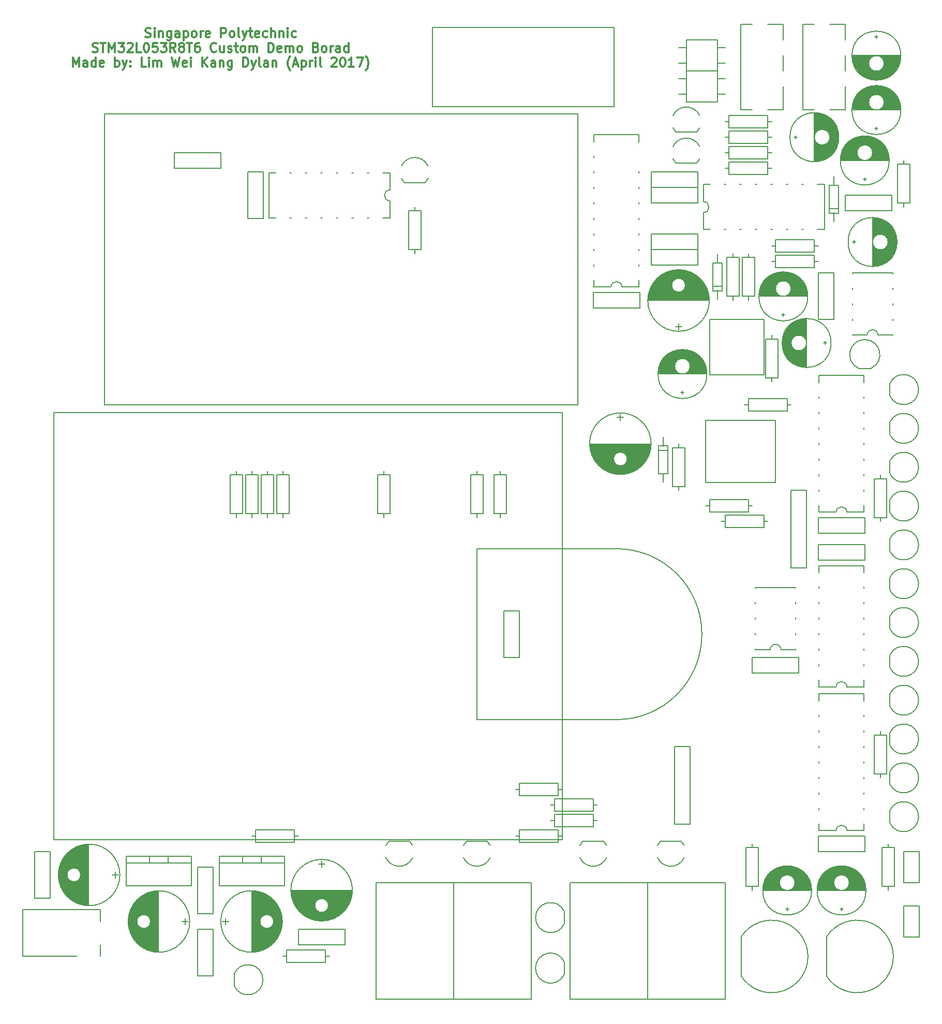
<source format=gbr>
G04 #@! TF.FileFunction,Legend,Top*
%FSLAX46Y46*%
G04 Gerber Fmt 4.6, Leading zero omitted, Abs format (unit mm)*
G04 Created by KiCad (PCBNEW 4.0.1-stable) date 05/03/17 04:52:38*
%MOMM*%
G01*
G04 APERTURE LIST*
%ADD10C,0.100000*%
%ADD11C,0.300000*%
%ADD12C,0.150000*%
G04 APERTURE END LIST*
D10*
D11*
X40383572Y-24877143D02*
X40597858Y-24948571D01*
X40955001Y-24948571D01*
X41097858Y-24877143D01*
X41169287Y-24805714D01*
X41240715Y-24662857D01*
X41240715Y-24520000D01*
X41169287Y-24377143D01*
X41097858Y-24305714D01*
X40955001Y-24234286D01*
X40669287Y-24162857D01*
X40526429Y-24091429D01*
X40455001Y-24020000D01*
X40383572Y-23877143D01*
X40383572Y-23734286D01*
X40455001Y-23591429D01*
X40526429Y-23520000D01*
X40669287Y-23448571D01*
X41026429Y-23448571D01*
X41240715Y-23520000D01*
X41883572Y-24948571D02*
X41883572Y-23948571D01*
X41883572Y-23448571D02*
X41812143Y-23520000D01*
X41883572Y-23591429D01*
X41955000Y-23520000D01*
X41883572Y-23448571D01*
X41883572Y-23591429D01*
X42597858Y-23948571D02*
X42597858Y-24948571D01*
X42597858Y-24091429D02*
X42669286Y-24020000D01*
X42812144Y-23948571D01*
X43026429Y-23948571D01*
X43169286Y-24020000D01*
X43240715Y-24162857D01*
X43240715Y-24948571D01*
X44597858Y-23948571D02*
X44597858Y-25162857D01*
X44526429Y-25305714D01*
X44455001Y-25377143D01*
X44312144Y-25448571D01*
X44097858Y-25448571D01*
X43955001Y-25377143D01*
X44597858Y-24877143D02*
X44455001Y-24948571D01*
X44169287Y-24948571D01*
X44026429Y-24877143D01*
X43955001Y-24805714D01*
X43883572Y-24662857D01*
X43883572Y-24234286D01*
X43955001Y-24091429D01*
X44026429Y-24020000D01*
X44169287Y-23948571D01*
X44455001Y-23948571D01*
X44597858Y-24020000D01*
X45955001Y-24948571D02*
X45955001Y-24162857D01*
X45883572Y-24020000D01*
X45740715Y-23948571D01*
X45455001Y-23948571D01*
X45312144Y-24020000D01*
X45955001Y-24877143D02*
X45812144Y-24948571D01*
X45455001Y-24948571D01*
X45312144Y-24877143D01*
X45240715Y-24734286D01*
X45240715Y-24591429D01*
X45312144Y-24448571D01*
X45455001Y-24377143D01*
X45812144Y-24377143D01*
X45955001Y-24305714D01*
X46669287Y-23948571D02*
X46669287Y-25448571D01*
X46669287Y-24020000D02*
X46812144Y-23948571D01*
X47097858Y-23948571D01*
X47240715Y-24020000D01*
X47312144Y-24091429D01*
X47383573Y-24234286D01*
X47383573Y-24662857D01*
X47312144Y-24805714D01*
X47240715Y-24877143D01*
X47097858Y-24948571D01*
X46812144Y-24948571D01*
X46669287Y-24877143D01*
X48240716Y-24948571D02*
X48097858Y-24877143D01*
X48026430Y-24805714D01*
X47955001Y-24662857D01*
X47955001Y-24234286D01*
X48026430Y-24091429D01*
X48097858Y-24020000D01*
X48240716Y-23948571D01*
X48455001Y-23948571D01*
X48597858Y-24020000D01*
X48669287Y-24091429D01*
X48740716Y-24234286D01*
X48740716Y-24662857D01*
X48669287Y-24805714D01*
X48597858Y-24877143D01*
X48455001Y-24948571D01*
X48240716Y-24948571D01*
X49383573Y-24948571D02*
X49383573Y-23948571D01*
X49383573Y-24234286D02*
X49455001Y-24091429D01*
X49526430Y-24020000D01*
X49669287Y-23948571D01*
X49812144Y-23948571D01*
X50883572Y-24877143D02*
X50740715Y-24948571D01*
X50455001Y-24948571D01*
X50312144Y-24877143D01*
X50240715Y-24734286D01*
X50240715Y-24162857D01*
X50312144Y-24020000D01*
X50455001Y-23948571D01*
X50740715Y-23948571D01*
X50883572Y-24020000D01*
X50955001Y-24162857D01*
X50955001Y-24305714D01*
X50240715Y-24448571D01*
X52740715Y-24948571D02*
X52740715Y-23448571D01*
X53312143Y-23448571D01*
X53455001Y-23520000D01*
X53526429Y-23591429D01*
X53597858Y-23734286D01*
X53597858Y-23948571D01*
X53526429Y-24091429D01*
X53455001Y-24162857D01*
X53312143Y-24234286D01*
X52740715Y-24234286D01*
X54455001Y-24948571D02*
X54312143Y-24877143D01*
X54240715Y-24805714D01*
X54169286Y-24662857D01*
X54169286Y-24234286D01*
X54240715Y-24091429D01*
X54312143Y-24020000D01*
X54455001Y-23948571D01*
X54669286Y-23948571D01*
X54812143Y-24020000D01*
X54883572Y-24091429D01*
X54955001Y-24234286D01*
X54955001Y-24662857D01*
X54883572Y-24805714D01*
X54812143Y-24877143D01*
X54669286Y-24948571D01*
X54455001Y-24948571D01*
X55812144Y-24948571D02*
X55669286Y-24877143D01*
X55597858Y-24734286D01*
X55597858Y-23448571D01*
X56240715Y-23948571D02*
X56597858Y-24948571D01*
X56955000Y-23948571D02*
X56597858Y-24948571D01*
X56455000Y-25305714D01*
X56383572Y-25377143D01*
X56240715Y-25448571D01*
X57312143Y-23948571D02*
X57883572Y-23948571D01*
X57526429Y-23448571D02*
X57526429Y-24734286D01*
X57597857Y-24877143D01*
X57740715Y-24948571D01*
X57883572Y-24948571D01*
X58955000Y-24877143D02*
X58812143Y-24948571D01*
X58526429Y-24948571D01*
X58383572Y-24877143D01*
X58312143Y-24734286D01*
X58312143Y-24162857D01*
X58383572Y-24020000D01*
X58526429Y-23948571D01*
X58812143Y-23948571D01*
X58955000Y-24020000D01*
X59026429Y-24162857D01*
X59026429Y-24305714D01*
X58312143Y-24448571D01*
X60312143Y-24877143D02*
X60169286Y-24948571D01*
X59883572Y-24948571D01*
X59740714Y-24877143D01*
X59669286Y-24805714D01*
X59597857Y-24662857D01*
X59597857Y-24234286D01*
X59669286Y-24091429D01*
X59740714Y-24020000D01*
X59883572Y-23948571D01*
X60169286Y-23948571D01*
X60312143Y-24020000D01*
X60955000Y-24948571D02*
X60955000Y-23448571D01*
X61597857Y-24948571D02*
X61597857Y-24162857D01*
X61526428Y-24020000D01*
X61383571Y-23948571D01*
X61169286Y-23948571D01*
X61026428Y-24020000D01*
X60955000Y-24091429D01*
X62312143Y-23948571D02*
X62312143Y-24948571D01*
X62312143Y-24091429D02*
X62383571Y-24020000D01*
X62526429Y-23948571D01*
X62740714Y-23948571D01*
X62883571Y-24020000D01*
X62955000Y-24162857D01*
X62955000Y-24948571D01*
X63669286Y-24948571D02*
X63669286Y-23948571D01*
X63669286Y-23448571D02*
X63597857Y-23520000D01*
X63669286Y-23591429D01*
X63740714Y-23520000D01*
X63669286Y-23448571D01*
X63669286Y-23591429D01*
X65026429Y-24877143D02*
X64883572Y-24948571D01*
X64597858Y-24948571D01*
X64455000Y-24877143D01*
X64383572Y-24805714D01*
X64312143Y-24662857D01*
X64312143Y-24234286D01*
X64383572Y-24091429D01*
X64455000Y-24020000D01*
X64597858Y-23948571D01*
X64883572Y-23948571D01*
X65026429Y-24020000D01*
X31740716Y-27277143D02*
X31955002Y-27348571D01*
X32312145Y-27348571D01*
X32455002Y-27277143D01*
X32526431Y-27205714D01*
X32597859Y-27062857D01*
X32597859Y-26920000D01*
X32526431Y-26777143D01*
X32455002Y-26705714D01*
X32312145Y-26634286D01*
X32026431Y-26562857D01*
X31883573Y-26491429D01*
X31812145Y-26420000D01*
X31740716Y-26277143D01*
X31740716Y-26134286D01*
X31812145Y-25991429D01*
X31883573Y-25920000D01*
X32026431Y-25848571D01*
X32383573Y-25848571D01*
X32597859Y-25920000D01*
X33026430Y-25848571D02*
X33883573Y-25848571D01*
X33455002Y-27348571D02*
X33455002Y-25848571D01*
X34383573Y-27348571D02*
X34383573Y-25848571D01*
X34883573Y-26920000D01*
X35383573Y-25848571D01*
X35383573Y-27348571D01*
X35955002Y-25848571D02*
X36883573Y-25848571D01*
X36383573Y-26420000D01*
X36597859Y-26420000D01*
X36740716Y-26491429D01*
X36812145Y-26562857D01*
X36883573Y-26705714D01*
X36883573Y-27062857D01*
X36812145Y-27205714D01*
X36740716Y-27277143D01*
X36597859Y-27348571D01*
X36169287Y-27348571D01*
X36026430Y-27277143D01*
X35955002Y-27205714D01*
X37455001Y-25991429D02*
X37526430Y-25920000D01*
X37669287Y-25848571D01*
X38026430Y-25848571D01*
X38169287Y-25920000D01*
X38240716Y-25991429D01*
X38312144Y-26134286D01*
X38312144Y-26277143D01*
X38240716Y-26491429D01*
X37383573Y-27348571D01*
X38312144Y-27348571D01*
X39669287Y-27348571D02*
X38955001Y-27348571D01*
X38955001Y-25848571D01*
X40455001Y-25848571D02*
X40597858Y-25848571D01*
X40740715Y-25920000D01*
X40812144Y-25991429D01*
X40883573Y-26134286D01*
X40955001Y-26420000D01*
X40955001Y-26777143D01*
X40883573Y-27062857D01*
X40812144Y-27205714D01*
X40740715Y-27277143D01*
X40597858Y-27348571D01*
X40455001Y-27348571D01*
X40312144Y-27277143D01*
X40240715Y-27205714D01*
X40169287Y-27062857D01*
X40097858Y-26777143D01*
X40097858Y-26420000D01*
X40169287Y-26134286D01*
X40240715Y-25991429D01*
X40312144Y-25920000D01*
X40455001Y-25848571D01*
X42312144Y-25848571D02*
X41597858Y-25848571D01*
X41526429Y-26562857D01*
X41597858Y-26491429D01*
X41740715Y-26420000D01*
X42097858Y-26420000D01*
X42240715Y-26491429D01*
X42312144Y-26562857D01*
X42383572Y-26705714D01*
X42383572Y-27062857D01*
X42312144Y-27205714D01*
X42240715Y-27277143D01*
X42097858Y-27348571D01*
X41740715Y-27348571D01*
X41597858Y-27277143D01*
X41526429Y-27205714D01*
X42883572Y-25848571D02*
X43812143Y-25848571D01*
X43312143Y-26420000D01*
X43526429Y-26420000D01*
X43669286Y-26491429D01*
X43740715Y-26562857D01*
X43812143Y-26705714D01*
X43812143Y-27062857D01*
X43740715Y-27205714D01*
X43669286Y-27277143D01*
X43526429Y-27348571D01*
X43097857Y-27348571D01*
X42955000Y-27277143D01*
X42883572Y-27205714D01*
X45312143Y-27348571D02*
X44812143Y-26634286D01*
X44455000Y-27348571D02*
X44455000Y-25848571D01*
X45026428Y-25848571D01*
X45169286Y-25920000D01*
X45240714Y-25991429D01*
X45312143Y-26134286D01*
X45312143Y-26348571D01*
X45240714Y-26491429D01*
X45169286Y-26562857D01*
X45026428Y-26634286D01*
X44455000Y-26634286D01*
X46169286Y-26491429D02*
X46026428Y-26420000D01*
X45955000Y-26348571D01*
X45883571Y-26205714D01*
X45883571Y-26134286D01*
X45955000Y-25991429D01*
X46026428Y-25920000D01*
X46169286Y-25848571D01*
X46455000Y-25848571D01*
X46597857Y-25920000D01*
X46669286Y-25991429D01*
X46740714Y-26134286D01*
X46740714Y-26205714D01*
X46669286Y-26348571D01*
X46597857Y-26420000D01*
X46455000Y-26491429D01*
X46169286Y-26491429D01*
X46026428Y-26562857D01*
X45955000Y-26634286D01*
X45883571Y-26777143D01*
X45883571Y-27062857D01*
X45955000Y-27205714D01*
X46026428Y-27277143D01*
X46169286Y-27348571D01*
X46455000Y-27348571D01*
X46597857Y-27277143D01*
X46669286Y-27205714D01*
X46740714Y-27062857D01*
X46740714Y-26777143D01*
X46669286Y-26634286D01*
X46597857Y-26562857D01*
X46455000Y-26491429D01*
X47169285Y-25848571D02*
X48026428Y-25848571D01*
X47597857Y-27348571D02*
X47597857Y-25848571D01*
X49169285Y-25848571D02*
X48883571Y-25848571D01*
X48740714Y-25920000D01*
X48669285Y-25991429D01*
X48526428Y-26205714D01*
X48454999Y-26491429D01*
X48454999Y-27062857D01*
X48526428Y-27205714D01*
X48597856Y-27277143D01*
X48740714Y-27348571D01*
X49026428Y-27348571D01*
X49169285Y-27277143D01*
X49240714Y-27205714D01*
X49312142Y-27062857D01*
X49312142Y-26705714D01*
X49240714Y-26562857D01*
X49169285Y-26491429D01*
X49026428Y-26420000D01*
X48740714Y-26420000D01*
X48597856Y-26491429D01*
X48526428Y-26562857D01*
X48454999Y-26705714D01*
X51954999Y-27205714D02*
X51883570Y-27277143D01*
X51669284Y-27348571D01*
X51526427Y-27348571D01*
X51312142Y-27277143D01*
X51169284Y-27134286D01*
X51097856Y-26991429D01*
X51026427Y-26705714D01*
X51026427Y-26491429D01*
X51097856Y-26205714D01*
X51169284Y-26062857D01*
X51312142Y-25920000D01*
X51526427Y-25848571D01*
X51669284Y-25848571D01*
X51883570Y-25920000D01*
X51954999Y-25991429D01*
X53240713Y-26348571D02*
X53240713Y-27348571D01*
X52597856Y-26348571D02*
X52597856Y-27134286D01*
X52669284Y-27277143D01*
X52812142Y-27348571D01*
X53026427Y-27348571D01*
X53169284Y-27277143D01*
X53240713Y-27205714D01*
X53883570Y-27277143D02*
X54026427Y-27348571D01*
X54312142Y-27348571D01*
X54454999Y-27277143D01*
X54526427Y-27134286D01*
X54526427Y-27062857D01*
X54454999Y-26920000D01*
X54312142Y-26848571D01*
X54097856Y-26848571D01*
X53954999Y-26777143D01*
X53883570Y-26634286D01*
X53883570Y-26562857D01*
X53954999Y-26420000D01*
X54097856Y-26348571D01*
X54312142Y-26348571D01*
X54454999Y-26420000D01*
X54954999Y-26348571D02*
X55526428Y-26348571D01*
X55169285Y-25848571D02*
X55169285Y-27134286D01*
X55240713Y-27277143D01*
X55383571Y-27348571D01*
X55526428Y-27348571D01*
X56240714Y-27348571D02*
X56097856Y-27277143D01*
X56026428Y-27205714D01*
X55954999Y-27062857D01*
X55954999Y-26634286D01*
X56026428Y-26491429D01*
X56097856Y-26420000D01*
X56240714Y-26348571D01*
X56454999Y-26348571D01*
X56597856Y-26420000D01*
X56669285Y-26491429D01*
X56740714Y-26634286D01*
X56740714Y-27062857D01*
X56669285Y-27205714D01*
X56597856Y-27277143D01*
X56454999Y-27348571D01*
X56240714Y-27348571D01*
X57383571Y-27348571D02*
X57383571Y-26348571D01*
X57383571Y-26491429D02*
X57454999Y-26420000D01*
X57597857Y-26348571D01*
X57812142Y-26348571D01*
X57954999Y-26420000D01*
X58026428Y-26562857D01*
X58026428Y-27348571D01*
X58026428Y-26562857D02*
X58097857Y-26420000D01*
X58240714Y-26348571D01*
X58454999Y-26348571D01*
X58597857Y-26420000D01*
X58669285Y-26562857D01*
X58669285Y-27348571D01*
X60526428Y-27348571D02*
X60526428Y-25848571D01*
X60883571Y-25848571D01*
X61097856Y-25920000D01*
X61240714Y-26062857D01*
X61312142Y-26205714D01*
X61383571Y-26491429D01*
X61383571Y-26705714D01*
X61312142Y-26991429D01*
X61240714Y-27134286D01*
X61097856Y-27277143D01*
X60883571Y-27348571D01*
X60526428Y-27348571D01*
X62597856Y-27277143D02*
X62454999Y-27348571D01*
X62169285Y-27348571D01*
X62026428Y-27277143D01*
X61954999Y-27134286D01*
X61954999Y-26562857D01*
X62026428Y-26420000D01*
X62169285Y-26348571D01*
X62454999Y-26348571D01*
X62597856Y-26420000D01*
X62669285Y-26562857D01*
X62669285Y-26705714D01*
X61954999Y-26848571D01*
X63312142Y-27348571D02*
X63312142Y-26348571D01*
X63312142Y-26491429D02*
X63383570Y-26420000D01*
X63526428Y-26348571D01*
X63740713Y-26348571D01*
X63883570Y-26420000D01*
X63954999Y-26562857D01*
X63954999Y-27348571D01*
X63954999Y-26562857D02*
X64026428Y-26420000D01*
X64169285Y-26348571D01*
X64383570Y-26348571D01*
X64526428Y-26420000D01*
X64597856Y-26562857D01*
X64597856Y-27348571D01*
X65526428Y-27348571D02*
X65383570Y-27277143D01*
X65312142Y-27205714D01*
X65240713Y-27062857D01*
X65240713Y-26634286D01*
X65312142Y-26491429D01*
X65383570Y-26420000D01*
X65526428Y-26348571D01*
X65740713Y-26348571D01*
X65883570Y-26420000D01*
X65954999Y-26491429D01*
X66026428Y-26634286D01*
X66026428Y-27062857D01*
X65954999Y-27205714D01*
X65883570Y-27277143D01*
X65740713Y-27348571D01*
X65526428Y-27348571D01*
X68312142Y-26562857D02*
X68526428Y-26634286D01*
X68597856Y-26705714D01*
X68669285Y-26848571D01*
X68669285Y-27062857D01*
X68597856Y-27205714D01*
X68526428Y-27277143D01*
X68383570Y-27348571D01*
X67812142Y-27348571D01*
X67812142Y-25848571D01*
X68312142Y-25848571D01*
X68454999Y-25920000D01*
X68526428Y-25991429D01*
X68597856Y-26134286D01*
X68597856Y-26277143D01*
X68526428Y-26420000D01*
X68454999Y-26491429D01*
X68312142Y-26562857D01*
X67812142Y-26562857D01*
X69526428Y-27348571D02*
X69383570Y-27277143D01*
X69312142Y-27205714D01*
X69240713Y-27062857D01*
X69240713Y-26634286D01*
X69312142Y-26491429D01*
X69383570Y-26420000D01*
X69526428Y-26348571D01*
X69740713Y-26348571D01*
X69883570Y-26420000D01*
X69954999Y-26491429D01*
X70026428Y-26634286D01*
X70026428Y-27062857D01*
X69954999Y-27205714D01*
X69883570Y-27277143D01*
X69740713Y-27348571D01*
X69526428Y-27348571D01*
X70669285Y-27348571D02*
X70669285Y-26348571D01*
X70669285Y-26634286D02*
X70740713Y-26491429D01*
X70812142Y-26420000D01*
X70954999Y-26348571D01*
X71097856Y-26348571D01*
X72240713Y-27348571D02*
X72240713Y-26562857D01*
X72169284Y-26420000D01*
X72026427Y-26348571D01*
X71740713Y-26348571D01*
X71597856Y-26420000D01*
X72240713Y-27277143D02*
X72097856Y-27348571D01*
X71740713Y-27348571D01*
X71597856Y-27277143D01*
X71526427Y-27134286D01*
X71526427Y-26991429D01*
X71597856Y-26848571D01*
X71740713Y-26777143D01*
X72097856Y-26777143D01*
X72240713Y-26705714D01*
X73597856Y-27348571D02*
X73597856Y-25848571D01*
X73597856Y-27277143D02*
X73454999Y-27348571D01*
X73169285Y-27348571D01*
X73026427Y-27277143D01*
X72954999Y-27205714D01*
X72883570Y-27062857D01*
X72883570Y-26634286D01*
X72954999Y-26491429D01*
X73026427Y-26420000D01*
X73169285Y-26348571D01*
X73454999Y-26348571D01*
X73597856Y-26420000D01*
X28526430Y-29748571D02*
X28526430Y-28248571D01*
X29026430Y-29320000D01*
X29526430Y-28248571D01*
X29526430Y-29748571D01*
X30883573Y-29748571D02*
X30883573Y-28962857D01*
X30812144Y-28820000D01*
X30669287Y-28748571D01*
X30383573Y-28748571D01*
X30240716Y-28820000D01*
X30883573Y-29677143D02*
X30740716Y-29748571D01*
X30383573Y-29748571D01*
X30240716Y-29677143D01*
X30169287Y-29534286D01*
X30169287Y-29391429D01*
X30240716Y-29248571D01*
X30383573Y-29177143D01*
X30740716Y-29177143D01*
X30883573Y-29105714D01*
X32240716Y-29748571D02*
X32240716Y-28248571D01*
X32240716Y-29677143D02*
X32097859Y-29748571D01*
X31812145Y-29748571D01*
X31669287Y-29677143D01*
X31597859Y-29605714D01*
X31526430Y-29462857D01*
X31526430Y-29034286D01*
X31597859Y-28891429D01*
X31669287Y-28820000D01*
X31812145Y-28748571D01*
X32097859Y-28748571D01*
X32240716Y-28820000D01*
X33526430Y-29677143D02*
X33383573Y-29748571D01*
X33097859Y-29748571D01*
X32955002Y-29677143D01*
X32883573Y-29534286D01*
X32883573Y-28962857D01*
X32955002Y-28820000D01*
X33097859Y-28748571D01*
X33383573Y-28748571D01*
X33526430Y-28820000D01*
X33597859Y-28962857D01*
X33597859Y-29105714D01*
X32883573Y-29248571D01*
X35383573Y-29748571D02*
X35383573Y-28248571D01*
X35383573Y-28820000D02*
X35526430Y-28748571D01*
X35812144Y-28748571D01*
X35955001Y-28820000D01*
X36026430Y-28891429D01*
X36097859Y-29034286D01*
X36097859Y-29462857D01*
X36026430Y-29605714D01*
X35955001Y-29677143D01*
X35812144Y-29748571D01*
X35526430Y-29748571D01*
X35383573Y-29677143D01*
X36597859Y-28748571D02*
X36955002Y-29748571D01*
X37312144Y-28748571D02*
X36955002Y-29748571D01*
X36812144Y-30105714D01*
X36740716Y-30177143D01*
X36597859Y-30248571D01*
X37883573Y-29605714D02*
X37955001Y-29677143D01*
X37883573Y-29748571D01*
X37812144Y-29677143D01*
X37883573Y-29605714D01*
X37883573Y-29748571D01*
X37883573Y-28820000D02*
X37955001Y-28891429D01*
X37883573Y-28962857D01*
X37812144Y-28891429D01*
X37883573Y-28820000D01*
X37883573Y-28962857D01*
X40455002Y-29748571D02*
X39740716Y-29748571D01*
X39740716Y-28248571D01*
X40955002Y-29748571D02*
X40955002Y-28748571D01*
X40955002Y-28248571D02*
X40883573Y-28320000D01*
X40955002Y-28391429D01*
X41026430Y-28320000D01*
X40955002Y-28248571D01*
X40955002Y-28391429D01*
X41669288Y-29748571D02*
X41669288Y-28748571D01*
X41669288Y-28891429D02*
X41740716Y-28820000D01*
X41883574Y-28748571D01*
X42097859Y-28748571D01*
X42240716Y-28820000D01*
X42312145Y-28962857D01*
X42312145Y-29748571D01*
X42312145Y-28962857D02*
X42383574Y-28820000D01*
X42526431Y-28748571D01*
X42740716Y-28748571D01*
X42883574Y-28820000D01*
X42955002Y-28962857D01*
X42955002Y-29748571D01*
X44669288Y-28248571D02*
X45026431Y-29748571D01*
X45312145Y-28677143D01*
X45597859Y-29748571D01*
X45955002Y-28248571D01*
X47097859Y-29677143D02*
X46955002Y-29748571D01*
X46669288Y-29748571D01*
X46526431Y-29677143D01*
X46455002Y-29534286D01*
X46455002Y-28962857D01*
X46526431Y-28820000D01*
X46669288Y-28748571D01*
X46955002Y-28748571D01*
X47097859Y-28820000D01*
X47169288Y-28962857D01*
X47169288Y-29105714D01*
X46455002Y-29248571D01*
X47812145Y-29748571D02*
X47812145Y-28748571D01*
X47812145Y-28248571D02*
X47740716Y-28320000D01*
X47812145Y-28391429D01*
X47883573Y-28320000D01*
X47812145Y-28248571D01*
X47812145Y-28391429D01*
X49669288Y-29748571D02*
X49669288Y-28248571D01*
X50526431Y-29748571D02*
X49883574Y-28891429D01*
X50526431Y-28248571D02*
X49669288Y-29105714D01*
X51812145Y-29748571D02*
X51812145Y-28962857D01*
X51740716Y-28820000D01*
X51597859Y-28748571D01*
X51312145Y-28748571D01*
X51169288Y-28820000D01*
X51812145Y-29677143D02*
X51669288Y-29748571D01*
X51312145Y-29748571D01*
X51169288Y-29677143D01*
X51097859Y-29534286D01*
X51097859Y-29391429D01*
X51169288Y-29248571D01*
X51312145Y-29177143D01*
X51669288Y-29177143D01*
X51812145Y-29105714D01*
X52526431Y-28748571D02*
X52526431Y-29748571D01*
X52526431Y-28891429D02*
X52597859Y-28820000D01*
X52740717Y-28748571D01*
X52955002Y-28748571D01*
X53097859Y-28820000D01*
X53169288Y-28962857D01*
X53169288Y-29748571D01*
X54526431Y-28748571D02*
X54526431Y-29962857D01*
X54455002Y-30105714D01*
X54383574Y-30177143D01*
X54240717Y-30248571D01*
X54026431Y-30248571D01*
X53883574Y-30177143D01*
X54526431Y-29677143D02*
X54383574Y-29748571D01*
X54097860Y-29748571D01*
X53955002Y-29677143D01*
X53883574Y-29605714D01*
X53812145Y-29462857D01*
X53812145Y-29034286D01*
X53883574Y-28891429D01*
X53955002Y-28820000D01*
X54097860Y-28748571D01*
X54383574Y-28748571D01*
X54526431Y-28820000D01*
X56383574Y-29748571D02*
X56383574Y-28248571D01*
X56740717Y-28248571D01*
X56955002Y-28320000D01*
X57097860Y-28462857D01*
X57169288Y-28605714D01*
X57240717Y-28891429D01*
X57240717Y-29105714D01*
X57169288Y-29391429D01*
X57097860Y-29534286D01*
X56955002Y-29677143D01*
X56740717Y-29748571D01*
X56383574Y-29748571D01*
X57740717Y-28748571D02*
X58097860Y-29748571D01*
X58455002Y-28748571D02*
X58097860Y-29748571D01*
X57955002Y-30105714D01*
X57883574Y-30177143D01*
X57740717Y-30248571D01*
X59240717Y-29748571D02*
X59097859Y-29677143D01*
X59026431Y-29534286D01*
X59026431Y-28248571D01*
X60455002Y-29748571D02*
X60455002Y-28962857D01*
X60383573Y-28820000D01*
X60240716Y-28748571D01*
X59955002Y-28748571D01*
X59812145Y-28820000D01*
X60455002Y-29677143D02*
X60312145Y-29748571D01*
X59955002Y-29748571D01*
X59812145Y-29677143D01*
X59740716Y-29534286D01*
X59740716Y-29391429D01*
X59812145Y-29248571D01*
X59955002Y-29177143D01*
X60312145Y-29177143D01*
X60455002Y-29105714D01*
X61169288Y-28748571D02*
X61169288Y-29748571D01*
X61169288Y-28891429D02*
X61240716Y-28820000D01*
X61383574Y-28748571D01*
X61597859Y-28748571D01*
X61740716Y-28820000D01*
X61812145Y-28962857D01*
X61812145Y-29748571D01*
X64097859Y-30320000D02*
X64026431Y-30248571D01*
X63883574Y-30034286D01*
X63812145Y-29891429D01*
X63740716Y-29677143D01*
X63669288Y-29320000D01*
X63669288Y-29034286D01*
X63740716Y-28677143D01*
X63812145Y-28462857D01*
X63883574Y-28320000D01*
X64026431Y-28105714D01*
X64097859Y-28034286D01*
X64597859Y-29320000D02*
X65312145Y-29320000D01*
X64455002Y-29748571D02*
X64955002Y-28248571D01*
X65455002Y-29748571D01*
X65955002Y-28748571D02*
X65955002Y-30248571D01*
X65955002Y-28820000D02*
X66097859Y-28748571D01*
X66383573Y-28748571D01*
X66526430Y-28820000D01*
X66597859Y-28891429D01*
X66669288Y-29034286D01*
X66669288Y-29462857D01*
X66597859Y-29605714D01*
X66526430Y-29677143D01*
X66383573Y-29748571D01*
X66097859Y-29748571D01*
X65955002Y-29677143D01*
X67312145Y-29748571D02*
X67312145Y-28748571D01*
X67312145Y-29034286D02*
X67383573Y-28891429D01*
X67455002Y-28820000D01*
X67597859Y-28748571D01*
X67740716Y-28748571D01*
X68240716Y-29748571D02*
X68240716Y-28748571D01*
X68240716Y-28248571D02*
X68169287Y-28320000D01*
X68240716Y-28391429D01*
X68312144Y-28320000D01*
X68240716Y-28248571D01*
X68240716Y-28391429D01*
X69169288Y-29748571D02*
X69026430Y-29677143D01*
X68955002Y-29534286D01*
X68955002Y-28248571D01*
X70812144Y-28391429D02*
X70883573Y-28320000D01*
X71026430Y-28248571D01*
X71383573Y-28248571D01*
X71526430Y-28320000D01*
X71597859Y-28391429D01*
X71669287Y-28534286D01*
X71669287Y-28677143D01*
X71597859Y-28891429D01*
X70740716Y-29748571D01*
X71669287Y-29748571D01*
X72597858Y-28248571D02*
X72740715Y-28248571D01*
X72883572Y-28320000D01*
X72955001Y-28391429D01*
X73026430Y-28534286D01*
X73097858Y-28820000D01*
X73097858Y-29177143D01*
X73026430Y-29462857D01*
X72955001Y-29605714D01*
X72883572Y-29677143D01*
X72740715Y-29748571D01*
X72597858Y-29748571D01*
X72455001Y-29677143D01*
X72383572Y-29605714D01*
X72312144Y-29462857D01*
X72240715Y-29177143D01*
X72240715Y-28820000D01*
X72312144Y-28534286D01*
X72383572Y-28391429D01*
X72455001Y-28320000D01*
X72597858Y-28248571D01*
X74526429Y-29748571D02*
X73669286Y-29748571D01*
X74097858Y-29748571D02*
X74097858Y-28248571D01*
X73955001Y-28462857D01*
X73812143Y-28605714D01*
X73669286Y-28677143D01*
X75026429Y-28248571D02*
X76026429Y-28248571D01*
X75383572Y-29748571D01*
X76455000Y-30320000D02*
X76526428Y-30248571D01*
X76669285Y-30034286D01*
X76740714Y-29891429D01*
X76812143Y-29677143D01*
X76883571Y-29320000D01*
X76883571Y-29034286D01*
X76812143Y-28677143D01*
X76740714Y-28462857D01*
X76669285Y-28320000D01*
X76526428Y-28105714D01*
X76455000Y-28034286D01*
D12*
X111125000Y-37465000D02*
X111125000Y-85090000D01*
X111125000Y-85090000D02*
X33655000Y-85090000D01*
X33655000Y-85090000D02*
X33655000Y-37465000D01*
X33655000Y-37465000D02*
X111125000Y-37465000D01*
X157988000Y-96393000D02*
X157988000Y-96647000D01*
X157988000Y-93853000D02*
X157988000Y-94107000D01*
X157988000Y-91313000D02*
X157988000Y-91567000D01*
X157988000Y-88773000D02*
X157988000Y-89027000D01*
X157988000Y-86233000D02*
X157988000Y-86487000D01*
X157988000Y-83693000D02*
X157988000Y-83947000D01*
X157988000Y-81407000D02*
X157988000Y-80264000D01*
X150622000Y-81407000D02*
X150622000Y-80264000D01*
X150622000Y-83947000D02*
X150622000Y-83693000D01*
X150622000Y-86487000D02*
X150622000Y-86233000D01*
X150622000Y-89027000D02*
X150622000Y-88773000D01*
X150622000Y-91567000D02*
X150622000Y-91313000D01*
X150622000Y-94107000D02*
X150622000Y-93853000D01*
X150622000Y-96647000D02*
X150622000Y-96393000D01*
X157988000Y-99187000D02*
X157988000Y-98933000D01*
X157988000Y-101473000D02*
X157988000Y-102616000D01*
X150622000Y-101473000D02*
X150622000Y-102616000D01*
X150622000Y-99187000D02*
X150622000Y-98933000D01*
X153416000Y-102616000D02*
X150622000Y-102616000D01*
X157988000Y-102616000D02*
X155194000Y-102616000D01*
X155194000Y-102616000D02*
G75*
G03X153416000Y-102616000I-889000J0D01*
G01*
X157980000Y-80255000D02*
X150630000Y-80255000D01*
X157988000Y-148463000D02*
X157988000Y-148717000D01*
X157988000Y-145923000D02*
X157988000Y-146177000D01*
X157988000Y-143383000D02*
X157988000Y-143637000D01*
X157988000Y-140843000D02*
X157988000Y-141097000D01*
X157988000Y-138303000D02*
X157988000Y-138557000D01*
X157988000Y-135763000D02*
X157988000Y-136017000D01*
X157988000Y-133477000D02*
X157988000Y-132334000D01*
X150622000Y-133477000D02*
X150622000Y-132334000D01*
X150622000Y-136017000D02*
X150622000Y-135763000D01*
X150622000Y-138557000D02*
X150622000Y-138303000D01*
X150622000Y-141097000D02*
X150622000Y-140843000D01*
X150622000Y-143637000D02*
X150622000Y-143383000D01*
X150622000Y-146177000D02*
X150622000Y-145923000D01*
X150622000Y-148717000D02*
X150622000Y-148463000D01*
X157988000Y-151257000D02*
X157988000Y-151003000D01*
X157988000Y-153543000D02*
X157988000Y-154686000D01*
X150622000Y-153543000D02*
X150622000Y-154686000D01*
X150622000Y-151257000D02*
X150622000Y-151003000D01*
X153416000Y-154686000D02*
X150622000Y-154686000D01*
X157988000Y-154686000D02*
X155194000Y-154686000D01*
X155194000Y-154686000D02*
G75*
G03X153416000Y-154686000I-889000J0D01*
G01*
X157980000Y-132325000D02*
X150630000Y-132325000D01*
X160274000Y-73660000D02*
X162687000Y-73660000D01*
X158496000Y-73660000D02*
X156083000Y-73660000D01*
X160274000Y-73660000D02*
G75*
G03X159385000Y-72771000I-889000J0D01*
G01*
X159385000Y-72771000D02*
G75*
G03X158496000Y-73660000I0J-889000D01*
G01*
X162687000Y-63500000D02*
X162687000Y-63627000D01*
X162687000Y-66167000D02*
X162687000Y-65913000D01*
X162687000Y-68707000D02*
X162687000Y-68453000D01*
X162687000Y-71247000D02*
X162687000Y-70993000D01*
X162687000Y-73660000D02*
X162687000Y-73533000D01*
X156083000Y-73660000D02*
X156083000Y-73533000D01*
X156083000Y-63500000D02*
X156083000Y-63627000D01*
X156083000Y-66167000D02*
X156083000Y-65913000D01*
X156083000Y-68707000D02*
X156083000Y-68453000D01*
X156083000Y-71247000D02*
X156083000Y-70993000D01*
X162687000Y-63500000D02*
X156083000Y-63500000D01*
X150368000Y-49022000D02*
X151511000Y-49022000D01*
X150368000Y-56388000D02*
X151511000Y-56388000D01*
X132842000Y-56388000D02*
X131699000Y-56388000D01*
X132842000Y-49022000D02*
X131699000Y-49022000D01*
X135128000Y-49022000D02*
X135382000Y-49022000D01*
X137668000Y-49022000D02*
X137922000Y-49022000D01*
X140208000Y-49022000D02*
X140462000Y-49022000D01*
X142748000Y-49022000D02*
X143002000Y-49022000D01*
X145288000Y-49022000D02*
X145542000Y-49022000D01*
X148082000Y-49022000D02*
X147828000Y-49022000D01*
X147828000Y-56388000D02*
X148082000Y-56388000D01*
X145288000Y-56388000D02*
X145542000Y-56388000D01*
X142748000Y-56388000D02*
X143002000Y-56388000D01*
X140208000Y-56388000D02*
X140462000Y-56388000D01*
X137668000Y-56388000D02*
X137922000Y-56388000D01*
X135128000Y-56388000D02*
X135382000Y-56388000D01*
X131699000Y-51816000D02*
X131699000Y-49022000D01*
X131699000Y-56388000D02*
X131699000Y-53594000D01*
X131699000Y-53594000D02*
G75*
G03X131699000Y-51816000I0J889000D01*
G01*
X151520000Y-56380000D02*
X151520000Y-49030000D01*
X61722000Y-54483000D02*
X60579000Y-54483000D01*
X61722000Y-47117000D02*
X60579000Y-47117000D01*
X79248000Y-47117000D02*
X80391000Y-47117000D01*
X79248000Y-54483000D02*
X80391000Y-54483000D01*
X76962000Y-54483000D02*
X76708000Y-54483000D01*
X74422000Y-54483000D02*
X74168000Y-54483000D01*
X71882000Y-54483000D02*
X71628000Y-54483000D01*
X69342000Y-54483000D02*
X69088000Y-54483000D01*
X66802000Y-54483000D02*
X66548000Y-54483000D01*
X64008000Y-54483000D02*
X64262000Y-54483000D01*
X64262000Y-47117000D02*
X64008000Y-47117000D01*
X66802000Y-47117000D02*
X66548000Y-47117000D01*
X69342000Y-47117000D02*
X69088000Y-47117000D01*
X71882000Y-47117000D02*
X71628000Y-47117000D01*
X74422000Y-47117000D02*
X74168000Y-47117000D01*
X76962000Y-47117000D02*
X76708000Y-47117000D01*
X80391000Y-51689000D02*
X80391000Y-54483000D01*
X80391000Y-47117000D02*
X80391000Y-49911000D01*
X80391000Y-49911000D02*
G75*
G03X80391000Y-51689000I0J-889000D01*
G01*
X60570000Y-47125000D02*
X60570000Y-54475000D01*
X113792000Y-59817000D02*
X113792000Y-59563000D01*
X113792000Y-62357000D02*
X113792000Y-62103000D01*
X113792000Y-41783000D02*
X113792000Y-40894000D01*
X121158000Y-59563000D02*
X121158000Y-59817000D01*
X121158000Y-57023000D02*
X121158000Y-57277000D01*
X121158000Y-54483000D02*
X121158000Y-54737000D01*
X121158000Y-51943000D02*
X121158000Y-52197000D01*
X121158000Y-49403000D02*
X121158000Y-49657000D01*
X121158000Y-46863000D02*
X121158000Y-47117000D01*
X121158000Y-42037000D02*
X121158000Y-40894000D01*
X113792000Y-42037000D02*
X113792000Y-41783000D01*
X113792000Y-44577000D02*
X113792000Y-44323000D01*
X113792000Y-47117000D02*
X113792000Y-46863000D01*
X113792000Y-49657000D02*
X113792000Y-49403000D01*
X113792000Y-52197000D02*
X113792000Y-51943000D01*
X113792000Y-54737000D02*
X113792000Y-54483000D01*
X121158000Y-62357000D02*
X121158000Y-62103000D01*
X121158000Y-64643000D02*
X121158000Y-65786000D01*
X113792000Y-64643000D02*
X113792000Y-65786000D01*
X113792000Y-57277000D02*
X113792000Y-57023000D01*
X116586000Y-65786000D02*
X113792000Y-65786000D01*
X121158000Y-65786000D02*
X118364000Y-65786000D01*
X118364000Y-65786000D02*
G75*
G03X116586000Y-65786000I-889000J0D01*
G01*
X121150000Y-40885000D02*
X113800000Y-40885000D01*
X150622000Y-112522000D02*
X150622000Y-111379000D01*
X157988000Y-112522000D02*
X157988000Y-111379000D01*
X157988000Y-130048000D02*
X157988000Y-131191000D01*
X150622000Y-130048000D02*
X150622000Y-131191000D01*
X150622000Y-127762000D02*
X150622000Y-127508000D01*
X150622000Y-125222000D02*
X150622000Y-124968000D01*
X150622000Y-122682000D02*
X150622000Y-122428000D01*
X150622000Y-120142000D02*
X150622000Y-119888000D01*
X150622000Y-117602000D02*
X150622000Y-117348000D01*
X150622000Y-114808000D02*
X150622000Y-115062000D01*
X157988000Y-115062000D02*
X157988000Y-114808000D01*
X157988000Y-117602000D02*
X157988000Y-117348000D01*
X157988000Y-120142000D02*
X157988000Y-119888000D01*
X157988000Y-122682000D02*
X157988000Y-122428000D01*
X157988000Y-125222000D02*
X157988000Y-124968000D01*
X157988000Y-127762000D02*
X157988000Y-127508000D01*
X153416000Y-131191000D02*
X150622000Y-131191000D01*
X157988000Y-131191000D02*
X155194000Y-131191000D01*
X155194000Y-131191000D02*
G75*
G03X153416000Y-131191000I-889000J0D01*
G01*
X157980000Y-111370000D02*
X150630000Y-111370000D01*
X144399000Y-125095000D02*
X146812000Y-125095000D01*
X142621000Y-125095000D02*
X140208000Y-125095000D01*
X144399000Y-125095000D02*
G75*
G03X143510000Y-124206000I-889000J0D01*
G01*
X143510000Y-124206000D02*
G75*
G03X142621000Y-125095000I0J-889000D01*
G01*
X146812000Y-114935000D02*
X146812000Y-115062000D01*
X146812000Y-117602000D02*
X146812000Y-117348000D01*
X146812000Y-120142000D02*
X146812000Y-119888000D01*
X146812000Y-122682000D02*
X146812000Y-122428000D01*
X146812000Y-125095000D02*
X146812000Y-124968000D01*
X140208000Y-125095000D02*
X140208000Y-124968000D01*
X140208000Y-114935000D02*
X140208000Y-115062000D01*
X140208000Y-117602000D02*
X140208000Y-117348000D01*
X140208000Y-120142000D02*
X140208000Y-119888000D01*
X140208000Y-122682000D02*
X140208000Y-122428000D01*
X146812000Y-114935000D02*
X140208000Y-114935000D01*
X135255000Y-163195000D02*
X122555000Y-163195000D01*
X122555000Y-163195000D02*
X122555000Y-182245000D01*
X122555000Y-182245000D02*
X135255000Y-182245000D01*
X135255000Y-182245000D02*
X135255000Y-163195000D01*
X122555000Y-163195000D02*
X109855000Y-163195000D01*
X109855000Y-163195000D02*
X109855000Y-182245000D01*
X109855000Y-182245000D02*
X122555000Y-182245000D01*
X122555000Y-182245000D02*
X122555000Y-163195000D01*
X103505000Y-163195000D02*
X90805000Y-163195000D01*
X90805000Y-163195000D02*
X90805000Y-182245000D01*
X90805000Y-182245000D02*
X103505000Y-182245000D01*
X103505000Y-182245000D02*
X103505000Y-163195000D01*
X90805000Y-163195000D02*
X78105000Y-163195000D01*
X78105000Y-163195000D02*
X78105000Y-182245000D01*
X78105000Y-182245000D02*
X90805000Y-182245000D01*
X90805000Y-182245000D02*
X90805000Y-163195000D01*
X63500000Y-174244000D02*
X69850000Y-174244000D01*
X69850000Y-176276000D02*
X63500000Y-176276000D01*
X63500000Y-175260000D02*
X62865000Y-175260000D01*
X69850000Y-175260000D02*
X70485000Y-175260000D01*
X69850000Y-175260000D02*
X69850000Y-176276000D01*
X63500000Y-176276000D02*
X63500000Y-174244000D01*
X69850000Y-174244000D02*
X69850000Y-175260000D01*
X143510000Y-58039000D02*
X149860000Y-58039000D01*
X149860000Y-60071000D02*
X143510000Y-60071000D01*
X143510000Y-59055000D02*
X142875000Y-59055000D01*
X149860000Y-59055000D02*
X150495000Y-59055000D01*
X149860000Y-59055000D02*
X149860000Y-60071000D01*
X143510000Y-60071000D02*
X143510000Y-58039000D01*
X149860000Y-58039000D02*
X149860000Y-59055000D01*
X143510000Y-60579000D02*
X149860000Y-60579000D01*
X149860000Y-62611000D02*
X143510000Y-62611000D01*
X143510000Y-61595000D02*
X142875000Y-61595000D01*
X149860000Y-61595000D02*
X150495000Y-61595000D01*
X149860000Y-61595000D02*
X149860000Y-62611000D01*
X143510000Y-62611000D02*
X143510000Y-60579000D01*
X149860000Y-60579000D02*
X149860000Y-61595000D01*
X142240000Y-44831000D02*
X135890000Y-44831000D01*
X135890000Y-42799000D02*
X142240000Y-42799000D01*
X142240000Y-43815000D02*
X142875000Y-43815000D01*
X135890000Y-43815000D02*
X135255000Y-43815000D01*
X135890000Y-43815000D02*
X135890000Y-42799000D01*
X142240000Y-42799000D02*
X142240000Y-44831000D01*
X135890000Y-44831000D02*
X135890000Y-43815000D01*
X135890000Y-45339000D02*
X142240000Y-45339000D01*
X142240000Y-47371000D02*
X135890000Y-47371000D01*
X135890000Y-46355000D02*
X135255000Y-46355000D01*
X142240000Y-46355000D02*
X142875000Y-46355000D01*
X142240000Y-46355000D02*
X142240000Y-47371000D01*
X135890000Y-47371000D02*
X135890000Y-45339000D01*
X142240000Y-45339000D02*
X142240000Y-46355000D01*
X165481000Y-45720000D02*
X165481000Y-52070000D01*
X163449000Y-52070000D02*
X163449000Y-45720000D01*
X164465000Y-45720000D02*
X164465000Y-45085000D01*
X164465000Y-52070000D02*
X164465000Y-52705000D01*
X164465000Y-52070000D02*
X163449000Y-52070000D01*
X163449000Y-45720000D02*
X165481000Y-45720000D01*
X165481000Y-52070000D02*
X164465000Y-52070000D01*
X140081000Y-60960000D02*
X140081000Y-67310000D01*
X138049000Y-67310000D02*
X138049000Y-60960000D01*
X139065000Y-60960000D02*
X139065000Y-60325000D01*
X139065000Y-67310000D02*
X139065000Y-67945000D01*
X139065000Y-67310000D02*
X138049000Y-67310000D01*
X138049000Y-60960000D02*
X140081000Y-60960000D01*
X140081000Y-67310000D02*
X139065000Y-67310000D01*
X137541000Y-60960000D02*
X137541000Y-67310000D01*
X135509000Y-67310000D02*
X135509000Y-60960000D01*
X136525000Y-60960000D02*
X136525000Y-60325000D01*
X136525000Y-67310000D02*
X136525000Y-67945000D01*
X136525000Y-67310000D02*
X135509000Y-67310000D01*
X135509000Y-60960000D02*
X137541000Y-60960000D01*
X137541000Y-67310000D02*
X136525000Y-67310000D01*
X142240000Y-39751000D02*
X135890000Y-39751000D01*
X135890000Y-37719000D02*
X142240000Y-37719000D01*
X142240000Y-38735000D02*
X142875000Y-38735000D01*
X135890000Y-38735000D02*
X135255000Y-38735000D01*
X135890000Y-38735000D02*
X135890000Y-37719000D01*
X142240000Y-37719000D02*
X142240000Y-39751000D01*
X135890000Y-39751000D02*
X135890000Y-38735000D01*
X135890000Y-40259000D02*
X142240000Y-40259000D01*
X142240000Y-42291000D02*
X135890000Y-42291000D01*
X135890000Y-41275000D02*
X135255000Y-41275000D01*
X142240000Y-41275000D02*
X142875000Y-41275000D01*
X142240000Y-41275000D02*
X142240000Y-42291000D01*
X135890000Y-42291000D02*
X135890000Y-40259000D01*
X142240000Y-40259000D02*
X142240000Y-41275000D01*
X141859000Y-80645000D02*
X141859000Y-74295000D01*
X143891000Y-74295000D02*
X143891000Y-80645000D01*
X142875000Y-80645000D02*
X142875000Y-81280000D01*
X142875000Y-74295000D02*
X142875000Y-73660000D01*
X142875000Y-74295000D02*
X143891000Y-74295000D01*
X143891000Y-80645000D02*
X141859000Y-80645000D01*
X141859000Y-74295000D02*
X142875000Y-74295000D01*
X95631000Y-96520000D02*
X95631000Y-102870000D01*
X93599000Y-102870000D02*
X93599000Y-96520000D01*
X94615000Y-96520000D02*
X94615000Y-95885000D01*
X94615000Y-102870000D02*
X94615000Y-103505000D01*
X94615000Y-102870000D02*
X93599000Y-102870000D01*
X93599000Y-96520000D02*
X95631000Y-96520000D01*
X95631000Y-102870000D02*
X94615000Y-102870000D01*
X162941000Y-157480000D02*
X162941000Y-163830000D01*
X160909000Y-163830000D02*
X160909000Y-157480000D01*
X161925000Y-157480000D02*
X161925000Y-156845000D01*
X161925000Y-163830000D02*
X161925000Y-164465000D01*
X161925000Y-163830000D02*
X160909000Y-163830000D01*
X160909000Y-157480000D02*
X162941000Y-157480000D01*
X162941000Y-163830000D02*
X161925000Y-163830000D01*
X140716000Y-157480000D02*
X140716000Y-163830000D01*
X138684000Y-163830000D02*
X138684000Y-157480000D01*
X139700000Y-157480000D02*
X139700000Y-156845000D01*
X139700000Y-163830000D02*
X139700000Y-164465000D01*
X139700000Y-163830000D02*
X138684000Y-163830000D01*
X138684000Y-157480000D02*
X140716000Y-157480000D01*
X140716000Y-163830000D02*
X139700000Y-163830000D01*
X64770000Y-156591000D02*
X58420000Y-156591000D01*
X58420000Y-154559000D02*
X64770000Y-154559000D01*
X64770000Y-155575000D02*
X65405000Y-155575000D01*
X58420000Y-155575000D02*
X57785000Y-155575000D01*
X58420000Y-155575000D02*
X58420000Y-154559000D01*
X64770000Y-154559000D02*
X64770000Y-156591000D01*
X58420000Y-156591000D02*
X58420000Y-155575000D01*
X54229000Y-102870000D02*
X54229000Y-96520000D01*
X56261000Y-96520000D02*
X56261000Y-102870000D01*
X55245000Y-102870000D02*
X55245000Y-103505000D01*
X55245000Y-96520000D02*
X55245000Y-95885000D01*
X55245000Y-96520000D02*
X56261000Y-96520000D01*
X56261000Y-102870000D02*
X54229000Y-102870000D01*
X54229000Y-96520000D02*
X55245000Y-96520000D01*
X56769000Y-102870000D02*
X56769000Y-96520000D01*
X58801000Y-96520000D02*
X58801000Y-102870000D01*
X57785000Y-102870000D02*
X57785000Y-103505000D01*
X57785000Y-96520000D02*
X57785000Y-95885000D01*
X57785000Y-96520000D02*
X58801000Y-96520000D01*
X58801000Y-102870000D02*
X56769000Y-102870000D01*
X56769000Y-96520000D02*
X57785000Y-96520000D01*
X78359000Y-102870000D02*
X78359000Y-96520000D01*
X80391000Y-96520000D02*
X80391000Y-102870000D01*
X79375000Y-102870000D02*
X79375000Y-103505000D01*
X79375000Y-96520000D02*
X79375000Y-95885000D01*
X79375000Y-96520000D02*
X80391000Y-96520000D01*
X80391000Y-102870000D02*
X78359000Y-102870000D01*
X78359000Y-96520000D02*
X79375000Y-96520000D01*
X59309000Y-102870000D02*
X59309000Y-96520000D01*
X61341000Y-96520000D02*
X61341000Y-102870000D01*
X60325000Y-102870000D02*
X60325000Y-103505000D01*
X60325000Y-96520000D02*
X60325000Y-95885000D01*
X60325000Y-96520000D02*
X61341000Y-96520000D01*
X61341000Y-102870000D02*
X59309000Y-102870000D01*
X59309000Y-96520000D02*
X60325000Y-96520000D01*
X61849000Y-102870000D02*
X61849000Y-96520000D01*
X63881000Y-96520000D02*
X63881000Y-102870000D01*
X62865000Y-102870000D02*
X62865000Y-103505000D01*
X62865000Y-96520000D02*
X62865000Y-95885000D01*
X62865000Y-96520000D02*
X63881000Y-96520000D01*
X63881000Y-102870000D02*
X61849000Y-102870000D01*
X61849000Y-96520000D02*
X62865000Y-96520000D01*
X97409000Y-102870000D02*
X97409000Y-96520000D01*
X99441000Y-96520000D02*
X99441000Y-102870000D01*
X98425000Y-102870000D02*
X98425000Y-103505000D01*
X98425000Y-96520000D02*
X98425000Y-95885000D01*
X98425000Y-96520000D02*
X99441000Y-96520000D01*
X99441000Y-102870000D02*
X97409000Y-102870000D01*
X97409000Y-96520000D02*
X98425000Y-96520000D01*
X113665000Y-154051000D02*
X107315000Y-154051000D01*
X107315000Y-152019000D02*
X113665000Y-152019000D01*
X113665000Y-153035000D02*
X114300000Y-153035000D01*
X107315000Y-153035000D02*
X106680000Y-153035000D01*
X107315000Y-153035000D02*
X107315000Y-152019000D01*
X113665000Y-152019000D02*
X113665000Y-154051000D01*
X107315000Y-154051000D02*
X107315000Y-153035000D01*
X107950000Y-156591000D02*
X101600000Y-156591000D01*
X101600000Y-154559000D02*
X107950000Y-154559000D01*
X107950000Y-155575000D02*
X108585000Y-155575000D01*
X101600000Y-155575000D02*
X100965000Y-155575000D01*
X101600000Y-155575000D02*
X101600000Y-154559000D01*
X107950000Y-154559000D02*
X107950000Y-156591000D01*
X101600000Y-156591000D02*
X101600000Y-155575000D01*
X107950000Y-148971000D02*
X101600000Y-148971000D01*
X101600000Y-146939000D02*
X107950000Y-146939000D01*
X107950000Y-147955000D02*
X108585000Y-147955000D01*
X101600000Y-147955000D02*
X100965000Y-147955000D01*
X101600000Y-147955000D02*
X101600000Y-146939000D01*
X107950000Y-146939000D02*
X107950000Y-148971000D01*
X101600000Y-148971000D02*
X101600000Y-147955000D01*
X113665000Y-151511000D02*
X107315000Y-151511000D01*
X107315000Y-149479000D02*
X113665000Y-149479000D01*
X113665000Y-150495000D02*
X114300000Y-150495000D01*
X107315000Y-150495000D02*
X106680000Y-150495000D01*
X107315000Y-150495000D02*
X107315000Y-149479000D01*
X113665000Y-149479000D02*
X113665000Y-151511000D01*
X107315000Y-151511000D02*
X107315000Y-150495000D01*
X141605000Y-105156000D02*
X135255000Y-105156000D01*
X135255000Y-103124000D02*
X141605000Y-103124000D01*
X141605000Y-104140000D02*
X142240000Y-104140000D01*
X135255000Y-104140000D02*
X134620000Y-104140000D01*
X135255000Y-104140000D02*
X135255000Y-103124000D01*
X141605000Y-103124000D02*
X141605000Y-105156000D01*
X135255000Y-105156000D02*
X135255000Y-104140000D01*
X128651000Y-92075000D02*
X128651000Y-98425000D01*
X126619000Y-98425000D02*
X126619000Y-92075000D01*
X127635000Y-92075000D02*
X127635000Y-91440000D01*
X127635000Y-98425000D02*
X127635000Y-99060000D01*
X127635000Y-98425000D02*
X126619000Y-98425000D01*
X126619000Y-92075000D02*
X128651000Y-92075000D01*
X128651000Y-98425000D02*
X127635000Y-98425000D01*
X139065000Y-102616000D02*
X132715000Y-102616000D01*
X132715000Y-100584000D02*
X139065000Y-100584000D01*
X139065000Y-101600000D02*
X139700000Y-101600000D01*
X132715000Y-101600000D02*
X132080000Y-101600000D01*
X132715000Y-101600000D02*
X132715000Y-100584000D01*
X139065000Y-100584000D02*
X139065000Y-102616000D01*
X132715000Y-102616000D02*
X132715000Y-101600000D01*
X145415000Y-86106000D02*
X139065000Y-86106000D01*
X139065000Y-84074000D02*
X145415000Y-84074000D01*
X145415000Y-85090000D02*
X146050000Y-85090000D01*
X139065000Y-85090000D02*
X138430000Y-85090000D01*
X139065000Y-85090000D02*
X139065000Y-84074000D01*
X145415000Y-84074000D02*
X145415000Y-86106000D01*
X139065000Y-86106000D02*
X139065000Y-85090000D01*
X85471000Y-53340000D02*
X85471000Y-59690000D01*
X83439000Y-59690000D02*
X83439000Y-53340000D01*
X84455000Y-53340000D02*
X84455000Y-52705000D01*
X84455000Y-59690000D02*
X84455000Y-60325000D01*
X84455000Y-59690000D02*
X83439000Y-59690000D01*
X83439000Y-53340000D02*
X85471000Y-53340000D01*
X85471000Y-59690000D02*
X84455000Y-59690000D01*
X161671000Y-97155000D02*
X161671000Y-103505000D01*
X159639000Y-103505000D02*
X159639000Y-97155000D01*
X160655000Y-97155000D02*
X160655000Y-96520000D01*
X160655000Y-103505000D02*
X160655000Y-104140000D01*
X160655000Y-103505000D02*
X159639000Y-103505000D01*
X159639000Y-97155000D02*
X161671000Y-97155000D01*
X161671000Y-103505000D02*
X160655000Y-103505000D01*
X159639000Y-145415000D02*
X159639000Y-139065000D01*
X161671000Y-139065000D02*
X161671000Y-145415000D01*
X160655000Y-145415000D02*
X160655000Y-146050000D01*
X160655000Y-139065000D02*
X160655000Y-138430000D01*
X160655000Y-139065000D02*
X161671000Y-139065000D01*
X161671000Y-145415000D02*
X159639000Y-145415000D01*
X159639000Y-139065000D02*
X160655000Y-139065000D01*
X140970000Y-71120000D02*
X141605000Y-71120000D01*
X141605000Y-71120000D02*
X141605000Y-80137000D01*
X141605000Y-80137000D02*
X132715000Y-80137000D01*
X132715000Y-80137000D02*
X132715000Y-71120000D01*
X132715000Y-71120000D02*
X133477000Y-71120000D01*
X132715000Y-73787000D02*
X132715000Y-80137000D01*
X141605000Y-73787000D02*
X141605000Y-80137000D01*
X133350000Y-71120000D02*
X140970000Y-71120000D01*
X133096000Y-80137000D02*
X141224000Y-80137000D01*
X117475000Y-136525000D02*
G75*
G03X117475000Y-108585000I0J13970000D01*
G01*
X117475000Y-136525000D02*
X94615000Y-136525000D01*
X94615000Y-136525000D02*
X94615000Y-108585000D01*
X94615000Y-108585000D02*
X117475000Y-108585000D01*
X87376000Y-32893000D02*
X87376000Y-23368000D01*
X87376000Y-23368000D02*
X117094000Y-23368000D01*
X117094000Y-23368000D02*
X117094000Y-33528000D01*
X98425000Y-23368000D02*
X90805000Y-23368000D01*
X87376000Y-32893000D02*
X87376000Y-36322000D01*
X87376000Y-36322000D02*
X97536000Y-36322000D01*
X117094000Y-32893000D02*
X117094000Y-36322000D01*
X117094000Y-36322000D02*
X114935000Y-36322000D01*
X97155000Y-36322000D02*
X114935000Y-36322000D01*
X98425000Y-23368000D02*
X106045000Y-23368000D01*
X153032460Y-49148480D02*
X153032460Y-47751480D01*
X153032460Y-53593480D02*
X153032460Y-55117480D01*
X152270460Y-52958480D02*
X153794460Y-52958480D01*
X153032460Y-53720480D02*
X153794460Y-53720480D01*
X153794460Y-53720480D02*
X153794460Y-49148480D01*
X153794460Y-49148480D02*
X152270460Y-49148480D01*
X152270460Y-49148480D02*
X152270460Y-53720480D01*
X152270460Y-53720480D02*
X153032460Y-53720480D01*
X133982460Y-61848480D02*
X133982460Y-60451480D01*
X133982460Y-66293480D02*
X133982460Y-67817480D01*
X133220460Y-65658480D02*
X134744460Y-65658480D01*
X133982460Y-66420480D02*
X134744460Y-66420480D01*
X134744460Y-66420480D02*
X134744460Y-61848480D01*
X134744460Y-61848480D02*
X133220460Y-61848480D01*
X133220460Y-61848480D02*
X133220460Y-66420480D01*
X133220460Y-66420480D02*
X133982460Y-66420480D01*
X125097540Y-96266520D02*
X125097540Y-97663520D01*
X125097540Y-91821520D02*
X125097540Y-90297520D01*
X125859540Y-92456520D02*
X124335540Y-92456520D01*
X125097540Y-91694520D02*
X124335540Y-91694520D01*
X124335540Y-91694520D02*
X124335540Y-96266520D01*
X124335540Y-96266520D02*
X125859540Y-96266520D01*
X125859540Y-96266520D02*
X125859540Y-91694520D01*
X125859540Y-91694520D02*
X125097540Y-91694520D01*
X144526000Y-70358000D02*
X145034000Y-70358000D01*
X144780000Y-70104000D02*
X144780000Y-70612000D01*
X144208500Y-67310000D02*
X144081500Y-67183000D01*
X144081500Y-67183000D02*
X140906500Y-67183000D01*
X148717000Y-67183000D02*
X145415000Y-67183000D01*
X148717000Y-67056000D02*
X145605500Y-67056000D01*
X145605500Y-67056000D02*
X145732500Y-66929000D01*
X145732500Y-66929000D02*
X148717000Y-66929000D01*
X148717000Y-66929000D02*
X148717000Y-66802000D01*
X148717000Y-66802000D02*
X145859500Y-66802000D01*
X145859500Y-66802000D02*
X145923000Y-66675000D01*
X145923000Y-66675000D02*
X148717000Y-66675000D01*
X148717000Y-66675000D02*
X148653500Y-66548000D01*
X148653500Y-66548000D02*
X145986500Y-66548000D01*
X145986500Y-66548000D02*
X146050000Y-66421000D01*
X146050000Y-66421000D02*
X148590000Y-66421000D01*
X148590000Y-66421000D02*
X148590000Y-66294000D01*
X148590000Y-66294000D02*
X146050000Y-66294000D01*
X146050000Y-66294000D02*
X146050000Y-66167000D01*
X146050000Y-66167000D02*
X148590000Y-66167000D01*
X148590000Y-66167000D02*
X148526500Y-66040000D01*
X148526500Y-66040000D02*
X146113500Y-66040000D01*
X146113500Y-66040000D02*
X146113500Y-65913000D01*
X146113500Y-65913000D02*
X148463000Y-65913000D01*
X148463000Y-65913000D02*
X148399500Y-65786000D01*
X148399500Y-65786000D02*
X146050000Y-65786000D01*
X146050000Y-65786000D02*
X145986500Y-65659000D01*
X145986500Y-65659000D02*
X148399500Y-65659000D01*
X148399500Y-65659000D02*
X148272500Y-65532000D01*
X148272500Y-65532000D02*
X145986500Y-65532000D01*
X145986500Y-65532000D02*
X145923000Y-65405000D01*
X145923000Y-65405000D02*
X148272500Y-65405000D01*
X148272500Y-65405000D02*
X148145500Y-65278000D01*
X148145500Y-65278000D02*
X145796000Y-65278000D01*
X145796000Y-65278000D02*
X145732500Y-65151000D01*
X145732500Y-65151000D02*
X148145500Y-65151000D01*
X148145500Y-65151000D02*
X147955000Y-65024000D01*
X147955000Y-65024000D02*
X145605500Y-65024000D01*
X145605500Y-65024000D02*
X145415000Y-64897000D01*
X145415000Y-64897000D02*
X147891500Y-64897000D01*
X140843000Y-67056000D02*
X143954500Y-67056000D01*
X143954500Y-67056000D02*
X143827500Y-66929000D01*
X143827500Y-66929000D02*
X140843000Y-66929000D01*
X140843000Y-66929000D02*
X140906500Y-66802000D01*
X140906500Y-66802000D02*
X143700500Y-66802000D01*
X143700500Y-66802000D02*
X143573500Y-66675000D01*
X143573500Y-66675000D02*
X140843000Y-66675000D01*
X140843000Y-66675000D02*
X140906500Y-66548000D01*
X140906500Y-66548000D02*
X143573500Y-66548000D01*
X143573500Y-66548000D02*
X143510000Y-66421000D01*
X143510000Y-66421000D02*
X140970000Y-66421000D01*
X140970000Y-66421000D02*
X140970000Y-66294000D01*
X140970000Y-66294000D02*
X143510000Y-66294000D01*
X143510000Y-66294000D02*
X143510000Y-66167000D01*
X143510000Y-66167000D02*
X140970000Y-66167000D01*
X140970000Y-66167000D02*
X141033500Y-66040000D01*
X141033500Y-66040000D02*
X143510000Y-66040000D01*
X143510000Y-66040000D02*
X143510000Y-65913000D01*
X143510000Y-65913000D02*
X141033500Y-65913000D01*
X141033500Y-65913000D02*
X141097000Y-65786000D01*
X141097000Y-65786000D02*
X143510000Y-65786000D01*
X143510000Y-65786000D02*
X143510000Y-65659000D01*
X143510000Y-65659000D02*
X141160500Y-65659000D01*
X141160500Y-65659000D02*
X141224000Y-65532000D01*
X141224000Y-65532000D02*
X143573500Y-65532000D01*
X143573500Y-65532000D02*
X143637000Y-65405000D01*
X143637000Y-65405000D02*
X141287500Y-65405000D01*
X141287500Y-65405000D02*
X141351000Y-65278000D01*
X141351000Y-65278000D02*
X143764000Y-65278000D01*
X143764000Y-65278000D02*
X143827500Y-65151000D01*
X143827500Y-65151000D02*
X141478000Y-65151000D01*
X141478000Y-65151000D02*
X141541500Y-65024000D01*
X141541500Y-65024000D02*
X143954500Y-65024000D01*
X143954500Y-65024000D02*
X144145000Y-64897000D01*
X144145000Y-64897000D02*
X141668500Y-64897000D01*
X141795500Y-64770000D02*
X142176500Y-64389000D01*
X142875000Y-63817500D02*
X142811500Y-63944500D01*
X142811500Y-63944500D02*
X142748000Y-64135000D01*
X145986500Y-63563500D02*
X145796000Y-63563500D01*
X147637500Y-64643000D02*
X147510500Y-64516000D01*
X147002500Y-64135000D02*
X146939000Y-64071500D01*
X146050000Y-66040000D02*
G75*
G03X146050000Y-66040000I-1270000J0D01*
G01*
X140779500Y-67310000D02*
X148717000Y-67310000D01*
X148717000Y-67310000D02*
X148717000Y-67183000D01*
X141605000Y-64897000D02*
X141732000Y-64770000D01*
X141732000Y-64770000D02*
X147828000Y-64770000D01*
X147828000Y-64770000D02*
X147637500Y-64643000D01*
X147637500Y-64643000D02*
X141922500Y-64643000D01*
X141922500Y-64643000D02*
X141986000Y-64516000D01*
X141986000Y-64516000D02*
X147510500Y-64516000D01*
X147510500Y-64516000D02*
X147383500Y-64389000D01*
X147383500Y-64389000D02*
X142176500Y-64389000D01*
X142176500Y-64389000D02*
X142303500Y-64262000D01*
X142303500Y-64262000D02*
X147256500Y-64262000D01*
X147256500Y-64262000D02*
X147129500Y-64135000D01*
X147129500Y-64135000D02*
X142367000Y-64135000D01*
X142367000Y-64135000D02*
X142621000Y-64008000D01*
X142621000Y-64008000D02*
X146875500Y-64008000D01*
X146875500Y-64008000D02*
X146685000Y-63881000D01*
X146685000Y-63881000D02*
X142875000Y-63881000D01*
X142875000Y-63881000D02*
X143129000Y-63754000D01*
X143129000Y-63754000D02*
X146494500Y-63754000D01*
X146494500Y-63754000D02*
X146113500Y-63627000D01*
X146113500Y-63627000D02*
X143319500Y-63627000D01*
X143319500Y-63627000D02*
X143700500Y-63500000D01*
X143700500Y-63500000D02*
X145796000Y-63500000D01*
X145796000Y-63500000D02*
X145478500Y-63436500D01*
X145478500Y-63436500D02*
X144208500Y-63436500D01*
X148780000Y-67310000D02*
G75*
G03X148780000Y-67310000I-4000000J0D01*
G01*
X151638000Y-75184000D02*
X151638000Y-74676000D01*
X151384000Y-74930000D02*
X151892000Y-74930000D01*
X148590000Y-75501500D02*
X148463000Y-75628500D01*
X148463000Y-75628500D02*
X148463000Y-78803500D01*
X148463000Y-70993000D02*
X148463000Y-74295000D01*
X148336000Y-70993000D02*
X148336000Y-74104500D01*
X148336000Y-74104500D02*
X148209000Y-73977500D01*
X148209000Y-73977500D02*
X148209000Y-70993000D01*
X148209000Y-70993000D02*
X148082000Y-70993000D01*
X148082000Y-70993000D02*
X148082000Y-73850500D01*
X148082000Y-73850500D02*
X147955000Y-73787000D01*
X147955000Y-73787000D02*
X147955000Y-70993000D01*
X147955000Y-70993000D02*
X147828000Y-71056500D01*
X147828000Y-71056500D02*
X147828000Y-73723500D01*
X147828000Y-73723500D02*
X147701000Y-73660000D01*
X147701000Y-73660000D02*
X147701000Y-71120000D01*
X147701000Y-71120000D02*
X147574000Y-71120000D01*
X147574000Y-71120000D02*
X147574000Y-73660000D01*
X147574000Y-73660000D02*
X147447000Y-73660000D01*
X147447000Y-73660000D02*
X147447000Y-71120000D01*
X147447000Y-71120000D02*
X147320000Y-71183500D01*
X147320000Y-71183500D02*
X147320000Y-73596500D01*
X147320000Y-73596500D02*
X147193000Y-73596500D01*
X147193000Y-73596500D02*
X147193000Y-71247000D01*
X147193000Y-71247000D02*
X147066000Y-71310500D01*
X147066000Y-71310500D02*
X147066000Y-73660000D01*
X147066000Y-73660000D02*
X146939000Y-73723500D01*
X146939000Y-73723500D02*
X146939000Y-71310500D01*
X146939000Y-71310500D02*
X146812000Y-71437500D01*
X146812000Y-71437500D02*
X146812000Y-73723500D01*
X146812000Y-73723500D02*
X146685000Y-73787000D01*
X146685000Y-73787000D02*
X146685000Y-71437500D01*
X146685000Y-71437500D02*
X146558000Y-71564500D01*
X146558000Y-71564500D02*
X146558000Y-73914000D01*
X146558000Y-73914000D02*
X146431000Y-73977500D01*
X146431000Y-73977500D02*
X146431000Y-71564500D01*
X146431000Y-71564500D02*
X146304000Y-71755000D01*
X146304000Y-71755000D02*
X146304000Y-74104500D01*
X146304000Y-74104500D02*
X146177000Y-74295000D01*
X146177000Y-74295000D02*
X146177000Y-71818500D01*
X148336000Y-78867000D02*
X148336000Y-75755500D01*
X148336000Y-75755500D02*
X148209000Y-75882500D01*
X148209000Y-75882500D02*
X148209000Y-78867000D01*
X148209000Y-78867000D02*
X148082000Y-78803500D01*
X148082000Y-78803500D02*
X148082000Y-76009500D01*
X148082000Y-76009500D02*
X147955000Y-76136500D01*
X147955000Y-76136500D02*
X147955000Y-78867000D01*
X147955000Y-78867000D02*
X147828000Y-78803500D01*
X147828000Y-78803500D02*
X147828000Y-76136500D01*
X147828000Y-76136500D02*
X147701000Y-76200000D01*
X147701000Y-76200000D02*
X147701000Y-78740000D01*
X147701000Y-78740000D02*
X147574000Y-78740000D01*
X147574000Y-78740000D02*
X147574000Y-76200000D01*
X147574000Y-76200000D02*
X147447000Y-76200000D01*
X147447000Y-76200000D02*
X147447000Y-78740000D01*
X147447000Y-78740000D02*
X147320000Y-78676500D01*
X147320000Y-78676500D02*
X147320000Y-76200000D01*
X147320000Y-76200000D02*
X147193000Y-76200000D01*
X147193000Y-76200000D02*
X147193000Y-78676500D01*
X147193000Y-78676500D02*
X147066000Y-78613000D01*
X147066000Y-78613000D02*
X147066000Y-76200000D01*
X147066000Y-76200000D02*
X146939000Y-76200000D01*
X146939000Y-76200000D02*
X146939000Y-78549500D01*
X146939000Y-78549500D02*
X146812000Y-78486000D01*
X146812000Y-78486000D02*
X146812000Y-76136500D01*
X146812000Y-76136500D02*
X146685000Y-76073000D01*
X146685000Y-76073000D02*
X146685000Y-78422500D01*
X146685000Y-78422500D02*
X146558000Y-78359000D01*
X146558000Y-78359000D02*
X146558000Y-75946000D01*
X146558000Y-75946000D02*
X146431000Y-75882500D01*
X146431000Y-75882500D02*
X146431000Y-78232000D01*
X146431000Y-78232000D02*
X146304000Y-78168500D01*
X146304000Y-78168500D02*
X146304000Y-75755500D01*
X146304000Y-75755500D02*
X146177000Y-75565000D01*
X146177000Y-75565000D02*
X146177000Y-78041500D01*
X146050000Y-77914500D02*
X145669000Y-77533500D01*
X145097500Y-76835000D02*
X145224500Y-76898500D01*
X145224500Y-76898500D02*
X145415000Y-76962000D01*
X144843500Y-73723500D02*
X144843500Y-73914000D01*
X145923000Y-72072500D02*
X145796000Y-72199500D01*
X145415000Y-72707500D02*
X145351500Y-72771000D01*
X148590000Y-74930000D02*
G75*
G03X148590000Y-74930000I-1270000J0D01*
G01*
X148590000Y-78930500D02*
X148590000Y-70993000D01*
X148590000Y-70993000D02*
X148463000Y-70993000D01*
X146177000Y-78105000D02*
X146050000Y-77978000D01*
X146050000Y-77978000D02*
X146050000Y-71882000D01*
X146050000Y-71882000D02*
X145923000Y-72072500D01*
X145923000Y-72072500D02*
X145923000Y-77787500D01*
X145923000Y-77787500D02*
X145796000Y-77724000D01*
X145796000Y-77724000D02*
X145796000Y-72199500D01*
X145796000Y-72199500D02*
X145669000Y-72326500D01*
X145669000Y-72326500D02*
X145669000Y-77533500D01*
X145669000Y-77533500D02*
X145542000Y-77406500D01*
X145542000Y-77406500D02*
X145542000Y-72453500D01*
X145542000Y-72453500D02*
X145415000Y-72580500D01*
X145415000Y-72580500D02*
X145415000Y-77343000D01*
X145415000Y-77343000D02*
X145288000Y-77089000D01*
X145288000Y-77089000D02*
X145288000Y-72834500D01*
X145288000Y-72834500D02*
X145161000Y-73025000D01*
X145161000Y-73025000D02*
X145161000Y-76835000D01*
X145161000Y-76835000D02*
X145034000Y-76581000D01*
X145034000Y-76581000D02*
X145034000Y-73215500D01*
X145034000Y-73215500D02*
X144907000Y-73596500D01*
X144907000Y-73596500D02*
X144907000Y-76390500D01*
X144907000Y-76390500D02*
X144780000Y-76009500D01*
X144780000Y-76009500D02*
X144780000Y-73914000D01*
X144780000Y-73914000D02*
X144716500Y-74231500D01*
X144716500Y-74231500D02*
X144716500Y-75501500D01*
X152590000Y-74930000D02*
G75*
G03X152590000Y-74930000I-4000000J0D01*
G01*
X156337000Y-58166000D02*
X156337000Y-58674000D01*
X156591000Y-58420000D02*
X156083000Y-58420000D01*
X159385000Y-57848500D02*
X159512000Y-57721500D01*
X159512000Y-57721500D02*
X159512000Y-54546500D01*
X159512000Y-62357000D02*
X159512000Y-59055000D01*
X159639000Y-62357000D02*
X159639000Y-59245500D01*
X159639000Y-59245500D02*
X159766000Y-59372500D01*
X159766000Y-59372500D02*
X159766000Y-62357000D01*
X159766000Y-62357000D02*
X159893000Y-62357000D01*
X159893000Y-62357000D02*
X159893000Y-59499500D01*
X159893000Y-59499500D02*
X160020000Y-59563000D01*
X160020000Y-59563000D02*
X160020000Y-62357000D01*
X160020000Y-62357000D02*
X160147000Y-62293500D01*
X160147000Y-62293500D02*
X160147000Y-59626500D01*
X160147000Y-59626500D02*
X160274000Y-59690000D01*
X160274000Y-59690000D02*
X160274000Y-62230000D01*
X160274000Y-62230000D02*
X160401000Y-62230000D01*
X160401000Y-62230000D02*
X160401000Y-59690000D01*
X160401000Y-59690000D02*
X160528000Y-59690000D01*
X160528000Y-59690000D02*
X160528000Y-62230000D01*
X160528000Y-62230000D02*
X160655000Y-62166500D01*
X160655000Y-62166500D02*
X160655000Y-59753500D01*
X160655000Y-59753500D02*
X160782000Y-59753500D01*
X160782000Y-59753500D02*
X160782000Y-62103000D01*
X160782000Y-62103000D02*
X160909000Y-62039500D01*
X160909000Y-62039500D02*
X160909000Y-59690000D01*
X160909000Y-59690000D02*
X161036000Y-59626500D01*
X161036000Y-59626500D02*
X161036000Y-62039500D01*
X161036000Y-62039500D02*
X161163000Y-61912500D01*
X161163000Y-61912500D02*
X161163000Y-59626500D01*
X161163000Y-59626500D02*
X161290000Y-59563000D01*
X161290000Y-59563000D02*
X161290000Y-61912500D01*
X161290000Y-61912500D02*
X161417000Y-61785500D01*
X161417000Y-61785500D02*
X161417000Y-59436000D01*
X161417000Y-59436000D02*
X161544000Y-59372500D01*
X161544000Y-59372500D02*
X161544000Y-61785500D01*
X161544000Y-61785500D02*
X161671000Y-61595000D01*
X161671000Y-61595000D02*
X161671000Y-59245500D01*
X161671000Y-59245500D02*
X161798000Y-59055000D01*
X161798000Y-59055000D02*
X161798000Y-61531500D01*
X159639000Y-54483000D02*
X159639000Y-57594500D01*
X159639000Y-57594500D02*
X159766000Y-57467500D01*
X159766000Y-57467500D02*
X159766000Y-54483000D01*
X159766000Y-54483000D02*
X159893000Y-54546500D01*
X159893000Y-54546500D02*
X159893000Y-57340500D01*
X159893000Y-57340500D02*
X160020000Y-57213500D01*
X160020000Y-57213500D02*
X160020000Y-54483000D01*
X160020000Y-54483000D02*
X160147000Y-54546500D01*
X160147000Y-54546500D02*
X160147000Y-57213500D01*
X160147000Y-57213500D02*
X160274000Y-57150000D01*
X160274000Y-57150000D02*
X160274000Y-54610000D01*
X160274000Y-54610000D02*
X160401000Y-54610000D01*
X160401000Y-54610000D02*
X160401000Y-57150000D01*
X160401000Y-57150000D02*
X160528000Y-57150000D01*
X160528000Y-57150000D02*
X160528000Y-54610000D01*
X160528000Y-54610000D02*
X160655000Y-54673500D01*
X160655000Y-54673500D02*
X160655000Y-57150000D01*
X160655000Y-57150000D02*
X160782000Y-57150000D01*
X160782000Y-57150000D02*
X160782000Y-54673500D01*
X160782000Y-54673500D02*
X160909000Y-54737000D01*
X160909000Y-54737000D02*
X160909000Y-57150000D01*
X160909000Y-57150000D02*
X161036000Y-57150000D01*
X161036000Y-57150000D02*
X161036000Y-54800500D01*
X161036000Y-54800500D02*
X161163000Y-54864000D01*
X161163000Y-54864000D02*
X161163000Y-57213500D01*
X161163000Y-57213500D02*
X161290000Y-57277000D01*
X161290000Y-57277000D02*
X161290000Y-54927500D01*
X161290000Y-54927500D02*
X161417000Y-54991000D01*
X161417000Y-54991000D02*
X161417000Y-57404000D01*
X161417000Y-57404000D02*
X161544000Y-57467500D01*
X161544000Y-57467500D02*
X161544000Y-55118000D01*
X161544000Y-55118000D02*
X161671000Y-55181500D01*
X161671000Y-55181500D02*
X161671000Y-57594500D01*
X161671000Y-57594500D02*
X161798000Y-57785000D01*
X161798000Y-57785000D02*
X161798000Y-55308500D01*
X161925000Y-55435500D02*
X162306000Y-55816500D01*
X162877500Y-56515000D02*
X162750500Y-56451500D01*
X162750500Y-56451500D02*
X162560000Y-56388000D01*
X163131500Y-59626500D02*
X163131500Y-59436000D01*
X162052000Y-61277500D02*
X162179000Y-61150500D01*
X162560000Y-60642500D02*
X162623500Y-60579000D01*
X161925000Y-58420000D02*
G75*
G03X161925000Y-58420000I-1270000J0D01*
G01*
X159385000Y-54419500D02*
X159385000Y-62357000D01*
X159385000Y-62357000D02*
X159512000Y-62357000D01*
X161798000Y-55245000D02*
X161925000Y-55372000D01*
X161925000Y-55372000D02*
X161925000Y-61468000D01*
X161925000Y-61468000D02*
X162052000Y-61277500D01*
X162052000Y-61277500D02*
X162052000Y-55562500D01*
X162052000Y-55562500D02*
X162179000Y-55626000D01*
X162179000Y-55626000D02*
X162179000Y-61150500D01*
X162179000Y-61150500D02*
X162306000Y-61023500D01*
X162306000Y-61023500D02*
X162306000Y-55816500D01*
X162306000Y-55816500D02*
X162433000Y-55943500D01*
X162433000Y-55943500D02*
X162433000Y-60896500D01*
X162433000Y-60896500D02*
X162560000Y-60769500D01*
X162560000Y-60769500D02*
X162560000Y-56007000D01*
X162560000Y-56007000D02*
X162687000Y-56261000D01*
X162687000Y-56261000D02*
X162687000Y-60515500D01*
X162687000Y-60515500D02*
X162814000Y-60325000D01*
X162814000Y-60325000D02*
X162814000Y-56515000D01*
X162814000Y-56515000D02*
X162941000Y-56769000D01*
X162941000Y-56769000D02*
X162941000Y-60134500D01*
X162941000Y-60134500D02*
X163068000Y-59753500D01*
X163068000Y-59753500D02*
X163068000Y-56959500D01*
X163068000Y-56959500D02*
X163195000Y-57340500D01*
X163195000Y-57340500D02*
X163195000Y-59436000D01*
X163195000Y-59436000D02*
X163258500Y-59118500D01*
X163258500Y-59118500D02*
X163258500Y-57848500D01*
X163385000Y-58420000D02*
G75*
G03X163385000Y-58420000I-4000000J0D01*
G01*
X160274000Y-24892000D02*
X159766000Y-24892000D01*
X160020000Y-25146000D02*
X160020000Y-24638000D01*
X160591500Y-27940000D02*
X160718500Y-28067000D01*
X160718500Y-28067000D02*
X163893500Y-28067000D01*
X156083000Y-28067000D02*
X159385000Y-28067000D01*
X156083000Y-28194000D02*
X159194500Y-28194000D01*
X159194500Y-28194000D02*
X159067500Y-28321000D01*
X159067500Y-28321000D02*
X156083000Y-28321000D01*
X156083000Y-28321000D02*
X156083000Y-28448000D01*
X156083000Y-28448000D02*
X158940500Y-28448000D01*
X158940500Y-28448000D02*
X158877000Y-28575000D01*
X158877000Y-28575000D02*
X156083000Y-28575000D01*
X156083000Y-28575000D02*
X156146500Y-28702000D01*
X156146500Y-28702000D02*
X158813500Y-28702000D01*
X158813500Y-28702000D02*
X158750000Y-28829000D01*
X158750000Y-28829000D02*
X156210000Y-28829000D01*
X156210000Y-28829000D02*
X156210000Y-28956000D01*
X156210000Y-28956000D02*
X158750000Y-28956000D01*
X158750000Y-28956000D02*
X158750000Y-29083000D01*
X158750000Y-29083000D02*
X156210000Y-29083000D01*
X156210000Y-29083000D02*
X156273500Y-29210000D01*
X156273500Y-29210000D02*
X158686500Y-29210000D01*
X158686500Y-29210000D02*
X158686500Y-29337000D01*
X158686500Y-29337000D02*
X156337000Y-29337000D01*
X156337000Y-29337000D02*
X156400500Y-29464000D01*
X156400500Y-29464000D02*
X158750000Y-29464000D01*
X158750000Y-29464000D02*
X158813500Y-29591000D01*
X158813500Y-29591000D02*
X156400500Y-29591000D01*
X156400500Y-29591000D02*
X156527500Y-29718000D01*
X156527500Y-29718000D02*
X158813500Y-29718000D01*
X158813500Y-29718000D02*
X158877000Y-29845000D01*
X158877000Y-29845000D02*
X156527500Y-29845000D01*
X156527500Y-29845000D02*
X156654500Y-29972000D01*
X156654500Y-29972000D02*
X159004000Y-29972000D01*
X159004000Y-29972000D02*
X159067500Y-30099000D01*
X159067500Y-30099000D02*
X156654500Y-30099000D01*
X156654500Y-30099000D02*
X156845000Y-30226000D01*
X156845000Y-30226000D02*
X159194500Y-30226000D01*
X159194500Y-30226000D02*
X159385000Y-30353000D01*
X159385000Y-30353000D02*
X156908500Y-30353000D01*
X163957000Y-28194000D02*
X160845500Y-28194000D01*
X160845500Y-28194000D02*
X160972500Y-28321000D01*
X160972500Y-28321000D02*
X163957000Y-28321000D01*
X163957000Y-28321000D02*
X163893500Y-28448000D01*
X163893500Y-28448000D02*
X161099500Y-28448000D01*
X161099500Y-28448000D02*
X161226500Y-28575000D01*
X161226500Y-28575000D02*
X163957000Y-28575000D01*
X163957000Y-28575000D02*
X163893500Y-28702000D01*
X163893500Y-28702000D02*
X161226500Y-28702000D01*
X161226500Y-28702000D02*
X161290000Y-28829000D01*
X161290000Y-28829000D02*
X163830000Y-28829000D01*
X163830000Y-28829000D02*
X163830000Y-28956000D01*
X163830000Y-28956000D02*
X161290000Y-28956000D01*
X161290000Y-28956000D02*
X161290000Y-29083000D01*
X161290000Y-29083000D02*
X163830000Y-29083000D01*
X163830000Y-29083000D02*
X163766500Y-29210000D01*
X163766500Y-29210000D02*
X161290000Y-29210000D01*
X161290000Y-29210000D02*
X161290000Y-29337000D01*
X161290000Y-29337000D02*
X163766500Y-29337000D01*
X163766500Y-29337000D02*
X163703000Y-29464000D01*
X163703000Y-29464000D02*
X161290000Y-29464000D01*
X161290000Y-29464000D02*
X161290000Y-29591000D01*
X161290000Y-29591000D02*
X163639500Y-29591000D01*
X163639500Y-29591000D02*
X163576000Y-29718000D01*
X163576000Y-29718000D02*
X161226500Y-29718000D01*
X161226500Y-29718000D02*
X161163000Y-29845000D01*
X161163000Y-29845000D02*
X163512500Y-29845000D01*
X163512500Y-29845000D02*
X163449000Y-29972000D01*
X163449000Y-29972000D02*
X161036000Y-29972000D01*
X161036000Y-29972000D02*
X160972500Y-30099000D01*
X160972500Y-30099000D02*
X163322000Y-30099000D01*
X163322000Y-30099000D02*
X163258500Y-30226000D01*
X163258500Y-30226000D02*
X160845500Y-30226000D01*
X160845500Y-30226000D02*
X160655000Y-30353000D01*
X160655000Y-30353000D02*
X163131500Y-30353000D01*
X163004500Y-30480000D02*
X162623500Y-30861000D01*
X161925000Y-31432500D02*
X161988500Y-31305500D01*
X161988500Y-31305500D02*
X162052000Y-31115000D01*
X158813500Y-31686500D02*
X159004000Y-31686500D01*
X157162500Y-30607000D02*
X157289500Y-30734000D01*
X157797500Y-31115000D02*
X157861000Y-31178500D01*
X161290000Y-29210000D02*
G75*
G03X161290000Y-29210000I-1270000J0D01*
G01*
X164020500Y-27940000D02*
X156083000Y-27940000D01*
X156083000Y-27940000D02*
X156083000Y-28067000D01*
X163195000Y-30353000D02*
X163068000Y-30480000D01*
X163068000Y-30480000D02*
X156972000Y-30480000D01*
X156972000Y-30480000D02*
X157162500Y-30607000D01*
X157162500Y-30607000D02*
X162877500Y-30607000D01*
X162877500Y-30607000D02*
X162814000Y-30734000D01*
X162814000Y-30734000D02*
X157289500Y-30734000D01*
X157289500Y-30734000D02*
X157416500Y-30861000D01*
X157416500Y-30861000D02*
X162623500Y-30861000D01*
X162623500Y-30861000D02*
X162496500Y-30988000D01*
X162496500Y-30988000D02*
X157543500Y-30988000D01*
X157543500Y-30988000D02*
X157670500Y-31115000D01*
X157670500Y-31115000D02*
X162433000Y-31115000D01*
X162433000Y-31115000D02*
X162179000Y-31242000D01*
X162179000Y-31242000D02*
X157924500Y-31242000D01*
X157924500Y-31242000D02*
X158115000Y-31369000D01*
X158115000Y-31369000D02*
X161925000Y-31369000D01*
X161925000Y-31369000D02*
X161671000Y-31496000D01*
X161671000Y-31496000D02*
X158305500Y-31496000D01*
X158305500Y-31496000D02*
X158686500Y-31623000D01*
X158686500Y-31623000D02*
X161480500Y-31623000D01*
X161480500Y-31623000D02*
X161099500Y-31750000D01*
X161099500Y-31750000D02*
X159004000Y-31750000D01*
X159004000Y-31750000D02*
X159321500Y-31813500D01*
X159321500Y-31813500D02*
X160591500Y-31813500D01*
X164020000Y-27940000D02*
G75*
G03X164020000Y-27940000I-4000000J0D01*
G01*
X159766000Y-39878000D02*
X160274000Y-39878000D01*
X160020000Y-39624000D02*
X160020000Y-40132000D01*
X159448500Y-36830000D02*
X159321500Y-36703000D01*
X159321500Y-36703000D02*
X156146500Y-36703000D01*
X163957000Y-36703000D02*
X160655000Y-36703000D01*
X163957000Y-36576000D02*
X160845500Y-36576000D01*
X160845500Y-36576000D02*
X160972500Y-36449000D01*
X160972500Y-36449000D02*
X163957000Y-36449000D01*
X163957000Y-36449000D02*
X163957000Y-36322000D01*
X163957000Y-36322000D02*
X161099500Y-36322000D01*
X161099500Y-36322000D02*
X161163000Y-36195000D01*
X161163000Y-36195000D02*
X163957000Y-36195000D01*
X163957000Y-36195000D02*
X163893500Y-36068000D01*
X163893500Y-36068000D02*
X161226500Y-36068000D01*
X161226500Y-36068000D02*
X161290000Y-35941000D01*
X161290000Y-35941000D02*
X163830000Y-35941000D01*
X163830000Y-35941000D02*
X163830000Y-35814000D01*
X163830000Y-35814000D02*
X161290000Y-35814000D01*
X161290000Y-35814000D02*
X161290000Y-35687000D01*
X161290000Y-35687000D02*
X163830000Y-35687000D01*
X163830000Y-35687000D02*
X163766500Y-35560000D01*
X163766500Y-35560000D02*
X161353500Y-35560000D01*
X161353500Y-35560000D02*
X161353500Y-35433000D01*
X161353500Y-35433000D02*
X163703000Y-35433000D01*
X163703000Y-35433000D02*
X163639500Y-35306000D01*
X163639500Y-35306000D02*
X161290000Y-35306000D01*
X161290000Y-35306000D02*
X161226500Y-35179000D01*
X161226500Y-35179000D02*
X163639500Y-35179000D01*
X163639500Y-35179000D02*
X163512500Y-35052000D01*
X163512500Y-35052000D02*
X161226500Y-35052000D01*
X161226500Y-35052000D02*
X161163000Y-34925000D01*
X161163000Y-34925000D02*
X163512500Y-34925000D01*
X163512500Y-34925000D02*
X163385500Y-34798000D01*
X163385500Y-34798000D02*
X161036000Y-34798000D01*
X161036000Y-34798000D02*
X160972500Y-34671000D01*
X160972500Y-34671000D02*
X163385500Y-34671000D01*
X163385500Y-34671000D02*
X163195000Y-34544000D01*
X163195000Y-34544000D02*
X160845500Y-34544000D01*
X160845500Y-34544000D02*
X160655000Y-34417000D01*
X160655000Y-34417000D02*
X163131500Y-34417000D01*
X156083000Y-36576000D02*
X159194500Y-36576000D01*
X159194500Y-36576000D02*
X159067500Y-36449000D01*
X159067500Y-36449000D02*
X156083000Y-36449000D01*
X156083000Y-36449000D02*
X156146500Y-36322000D01*
X156146500Y-36322000D02*
X158940500Y-36322000D01*
X158940500Y-36322000D02*
X158813500Y-36195000D01*
X158813500Y-36195000D02*
X156083000Y-36195000D01*
X156083000Y-36195000D02*
X156146500Y-36068000D01*
X156146500Y-36068000D02*
X158813500Y-36068000D01*
X158813500Y-36068000D02*
X158750000Y-35941000D01*
X158750000Y-35941000D02*
X156210000Y-35941000D01*
X156210000Y-35941000D02*
X156210000Y-35814000D01*
X156210000Y-35814000D02*
X158750000Y-35814000D01*
X158750000Y-35814000D02*
X158750000Y-35687000D01*
X158750000Y-35687000D02*
X156210000Y-35687000D01*
X156210000Y-35687000D02*
X156273500Y-35560000D01*
X156273500Y-35560000D02*
X158750000Y-35560000D01*
X158750000Y-35560000D02*
X158750000Y-35433000D01*
X158750000Y-35433000D02*
X156273500Y-35433000D01*
X156273500Y-35433000D02*
X156337000Y-35306000D01*
X156337000Y-35306000D02*
X158750000Y-35306000D01*
X158750000Y-35306000D02*
X158750000Y-35179000D01*
X158750000Y-35179000D02*
X156400500Y-35179000D01*
X156400500Y-35179000D02*
X156464000Y-35052000D01*
X156464000Y-35052000D02*
X158813500Y-35052000D01*
X158813500Y-35052000D02*
X158877000Y-34925000D01*
X158877000Y-34925000D02*
X156527500Y-34925000D01*
X156527500Y-34925000D02*
X156591000Y-34798000D01*
X156591000Y-34798000D02*
X159004000Y-34798000D01*
X159004000Y-34798000D02*
X159067500Y-34671000D01*
X159067500Y-34671000D02*
X156718000Y-34671000D01*
X156718000Y-34671000D02*
X156781500Y-34544000D01*
X156781500Y-34544000D02*
X159194500Y-34544000D01*
X159194500Y-34544000D02*
X159385000Y-34417000D01*
X159385000Y-34417000D02*
X156908500Y-34417000D01*
X157035500Y-34290000D02*
X157416500Y-33909000D01*
X158115000Y-33337500D02*
X158051500Y-33464500D01*
X158051500Y-33464500D02*
X157988000Y-33655000D01*
X161226500Y-33083500D02*
X161036000Y-33083500D01*
X162877500Y-34163000D02*
X162750500Y-34036000D01*
X162242500Y-33655000D02*
X162179000Y-33591500D01*
X161290000Y-35560000D02*
G75*
G03X161290000Y-35560000I-1270000J0D01*
G01*
X156019500Y-36830000D02*
X163957000Y-36830000D01*
X163957000Y-36830000D02*
X163957000Y-36703000D01*
X156845000Y-34417000D02*
X156972000Y-34290000D01*
X156972000Y-34290000D02*
X163068000Y-34290000D01*
X163068000Y-34290000D02*
X162877500Y-34163000D01*
X162877500Y-34163000D02*
X157162500Y-34163000D01*
X157162500Y-34163000D02*
X157226000Y-34036000D01*
X157226000Y-34036000D02*
X162750500Y-34036000D01*
X162750500Y-34036000D02*
X162623500Y-33909000D01*
X162623500Y-33909000D02*
X157416500Y-33909000D01*
X157416500Y-33909000D02*
X157543500Y-33782000D01*
X157543500Y-33782000D02*
X162496500Y-33782000D01*
X162496500Y-33782000D02*
X162369500Y-33655000D01*
X162369500Y-33655000D02*
X157607000Y-33655000D01*
X157607000Y-33655000D02*
X157861000Y-33528000D01*
X157861000Y-33528000D02*
X162115500Y-33528000D01*
X162115500Y-33528000D02*
X161925000Y-33401000D01*
X161925000Y-33401000D02*
X158115000Y-33401000D01*
X158115000Y-33401000D02*
X158369000Y-33274000D01*
X158369000Y-33274000D02*
X161734500Y-33274000D01*
X161734500Y-33274000D02*
X161353500Y-33147000D01*
X161353500Y-33147000D02*
X158559500Y-33147000D01*
X158559500Y-33147000D02*
X158940500Y-33020000D01*
X158940500Y-33020000D02*
X161036000Y-33020000D01*
X161036000Y-33020000D02*
X160718500Y-32956500D01*
X160718500Y-32956500D02*
X159448500Y-32956500D01*
X164020000Y-36830000D02*
G75*
G03X164020000Y-36830000I-4000000J0D01*
G01*
X146812000Y-41021000D02*
X146812000Y-41529000D01*
X147066000Y-41275000D02*
X146558000Y-41275000D01*
X149860000Y-40703500D02*
X149987000Y-40576500D01*
X149987000Y-40576500D02*
X149987000Y-37401500D01*
X149987000Y-45212000D02*
X149987000Y-41910000D01*
X150114000Y-45212000D02*
X150114000Y-42100500D01*
X150114000Y-42100500D02*
X150241000Y-42227500D01*
X150241000Y-42227500D02*
X150241000Y-45212000D01*
X150241000Y-45212000D02*
X150368000Y-45212000D01*
X150368000Y-45212000D02*
X150368000Y-42354500D01*
X150368000Y-42354500D02*
X150495000Y-42418000D01*
X150495000Y-42418000D02*
X150495000Y-45212000D01*
X150495000Y-45212000D02*
X150622000Y-45148500D01*
X150622000Y-45148500D02*
X150622000Y-42481500D01*
X150622000Y-42481500D02*
X150749000Y-42545000D01*
X150749000Y-42545000D02*
X150749000Y-45085000D01*
X150749000Y-45085000D02*
X150876000Y-45085000D01*
X150876000Y-45085000D02*
X150876000Y-42545000D01*
X150876000Y-42545000D02*
X151003000Y-42545000D01*
X151003000Y-42545000D02*
X151003000Y-45085000D01*
X151003000Y-45085000D02*
X151130000Y-45021500D01*
X151130000Y-45021500D02*
X151130000Y-42608500D01*
X151130000Y-42608500D02*
X151257000Y-42608500D01*
X151257000Y-42608500D02*
X151257000Y-44958000D01*
X151257000Y-44958000D02*
X151384000Y-44894500D01*
X151384000Y-44894500D02*
X151384000Y-42545000D01*
X151384000Y-42545000D02*
X151511000Y-42481500D01*
X151511000Y-42481500D02*
X151511000Y-44894500D01*
X151511000Y-44894500D02*
X151638000Y-44767500D01*
X151638000Y-44767500D02*
X151638000Y-42481500D01*
X151638000Y-42481500D02*
X151765000Y-42418000D01*
X151765000Y-42418000D02*
X151765000Y-44767500D01*
X151765000Y-44767500D02*
X151892000Y-44640500D01*
X151892000Y-44640500D02*
X151892000Y-42291000D01*
X151892000Y-42291000D02*
X152019000Y-42227500D01*
X152019000Y-42227500D02*
X152019000Y-44640500D01*
X152019000Y-44640500D02*
X152146000Y-44450000D01*
X152146000Y-44450000D02*
X152146000Y-42100500D01*
X152146000Y-42100500D02*
X152273000Y-41910000D01*
X152273000Y-41910000D02*
X152273000Y-44386500D01*
X150114000Y-37338000D02*
X150114000Y-40449500D01*
X150114000Y-40449500D02*
X150241000Y-40322500D01*
X150241000Y-40322500D02*
X150241000Y-37338000D01*
X150241000Y-37338000D02*
X150368000Y-37401500D01*
X150368000Y-37401500D02*
X150368000Y-40195500D01*
X150368000Y-40195500D02*
X150495000Y-40068500D01*
X150495000Y-40068500D02*
X150495000Y-37338000D01*
X150495000Y-37338000D02*
X150622000Y-37401500D01*
X150622000Y-37401500D02*
X150622000Y-40068500D01*
X150622000Y-40068500D02*
X150749000Y-40005000D01*
X150749000Y-40005000D02*
X150749000Y-37465000D01*
X150749000Y-37465000D02*
X150876000Y-37465000D01*
X150876000Y-37465000D02*
X150876000Y-40005000D01*
X150876000Y-40005000D02*
X151003000Y-40005000D01*
X151003000Y-40005000D02*
X151003000Y-37465000D01*
X151003000Y-37465000D02*
X151130000Y-37528500D01*
X151130000Y-37528500D02*
X151130000Y-40005000D01*
X151130000Y-40005000D02*
X151257000Y-40005000D01*
X151257000Y-40005000D02*
X151257000Y-37528500D01*
X151257000Y-37528500D02*
X151384000Y-37592000D01*
X151384000Y-37592000D02*
X151384000Y-40005000D01*
X151384000Y-40005000D02*
X151511000Y-40005000D01*
X151511000Y-40005000D02*
X151511000Y-37655500D01*
X151511000Y-37655500D02*
X151638000Y-37719000D01*
X151638000Y-37719000D02*
X151638000Y-40068500D01*
X151638000Y-40068500D02*
X151765000Y-40132000D01*
X151765000Y-40132000D02*
X151765000Y-37782500D01*
X151765000Y-37782500D02*
X151892000Y-37846000D01*
X151892000Y-37846000D02*
X151892000Y-40259000D01*
X151892000Y-40259000D02*
X152019000Y-40322500D01*
X152019000Y-40322500D02*
X152019000Y-37973000D01*
X152019000Y-37973000D02*
X152146000Y-38036500D01*
X152146000Y-38036500D02*
X152146000Y-40449500D01*
X152146000Y-40449500D02*
X152273000Y-40640000D01*
X152273000Y-40640000D02*
X152273000Y-38163500D01*
X152400000Y-38290500D02*
X152781000Y-38671500D01*
X153352500Y-39370000D02*
X153225500Y-39306500D01*
X153225500Y-39306500D02*
X153035000Y-39243000D01*
X153606500Y-42481500D02*
X153606500Y-42291000D01*
X152527000Y-44132500D02*
X152654000Y-44005500D01*
X153035000Y-43497500D02*
X153098500Y-43434000D01*
X152400000Y-41275000D02*
G75*
G03X152400000Y-41275000I-1270000J0D01*
G01*
X149860000Y-37274500D02*
X149860000Y-45212000D01*
X149860000Y-45212000D02*
X149987000Y-45212000D01*
X152273000Y-38100000D02*
X152400000Y-38227000D01*
X152400000Y-38227000D02*
X152400000Y-44323000D01*
X152400000Y-44323000D02*
X152527000Y-44132500D01*
X152527000Y-44132500D02*
X152527000Y-38417500D01*
X152527000Y-38417500D02*
X152654000Y-38481000D01*
X152654000Y-38481000D02*
X152654000Y-44005500D01*
X152654000Y-44005500D02*
X152781000Y-43878500D01*
X152781000Y-43878500D02*
X152781000Y-38671500D01*
X152781000Y-38671500D02*
X152908000Y-38798500D01*
X152908000Y-38798500D02*
X152908000Y-43751500D01*
X152908000Y-43751500D02*
X153035000Y-43624500D01*
X153035000Y-43624500D02*
X153035000Y-38862000D01*
X153035000Y-38862000D02*
X153162000Y-39116000D01*
X153162000Y-39116000D02*
X153162000Y-43370500D01*
X153162000Y-43370500D02*
X153289000Y-43180000D01*
X153289000Y-43180000D02*
X153289000Y-39370000D01*
X153289000Y-39370000D02*
X153416000Y-39624000D01*
X153416000Y-39624000D02*
X153416000Y-42989500D01*
X153416000Y-42989500D02*
X153543000Y-42608500D01*
X153543000Y-42608500D02*
X153543000Y-39814500D01*
X153543000Y-39814500D02*
X153670000Y-40195500D01*
X153670000Y-40195500D02*
X153670000Y-42291000D01*
X153670000Y-42291000D02*
X153733500Y-41973500D01*
X153733500Y-41973500D02*
X153733500Y-40703500D01*
X153860000Y-41275000D02*
G75*
G03X153860000Y-41275000I-4000000J0D01*
G01*
X157861000Y-48133000D02*
X158369000Y-48133000D01*
X158115000Y-47879000D02*
X158115000Y-48387000D01*
X157543500Y-45085000D02*
X157416500Y-44958000D01*
X157416500Y-44958000D02*
X154241500Y-44958000D01*
X162052000Y-44958000D02*
X158750000Y-44958000D01*
X162052000Y-44831000D02*
X158940500Y-44831000D01*
X158940500Y-44831000D02*
X159067500Y-44704000D01*
X159067500Y-44704000D02*
X162052000Y-44704000D01*
X162052000Y-44704000D02*
X162052000Y-44577000D01*
X162052000Y-44577000D02*
X159194500Y-44577000D01*
X159194500Y-44577000D02*
X159258000Y-44450000D01*
X159258000Y-44450000D02*
X162052000Y-44450000D01*
X162052000Y-44450000D02*
X161988500Y-44323000D01*
X161988500Y-44323000D02*
X159321500Y-44323000D01*
X159321500Y-44323000D02*
X159385000Y-44196000D01*
X159385000Y-44196000D02*
X161925000Y-44196000D01*
X161925000Y-44196000D02*
X161925000Y-44069000D01*
X161925000Y-44069000D02*
X159385000Y-44069000D01*
X159385000Y-44069000D02*
X159385000Y-43942000D01*
X159385000Y-43942000D02*
X161925000Y-43942000D01*
X161925000Y-43942000D02*
X161861500Y-43815000D01*
X161861500Y-43815000D02*
X159448500Y-43815000D01*
X159448500Y-43815000D02*
X159448500Y-43688000D01*
X159448500Y-43688000D02*
X161798000Y-43688000D01*
X161798000Y-43688000D02*
X161734500Y-43561000D01*
X161734500Y-43561000D02*
X159385000Y-43561000D01*
X159385000Y-43561000D02*
X159321500Y-43434000D01*
X159321500Y-43434000D02*
X161734500Y-43434000D01*
X161734500Y-43434000D02*
X161607500Y-43307000D01*
X161607500Y-43307000D02*
X159321500Y-43307000D01*
X159321500Y-43307000D02*
X159258000Y-43180000D01*
X159258000Y-43180000D02*
X161607500Y-43180000D01*
X161607500Y-43180000D02*
X161480500Y-43053000D01*
X161480500Y-43053000D02*
X159131000Y-43053000D01*
X159131000Y-43053000D02*
X159067500Y-42926000D01*
X159067500Y-42926000D02*
X161480500Y-42926000D01*
X161480500Y-42926000D02*
X161290000Y-42799000D01*
X161290000Y-42799000D02*
X158940500Y-42799000D01*
X158940500Y-42799000D02*
X158750000Y-42672000D01*
X158750000Y-42672000D02*
X161226500Y-42672000D01*
X154178000Y-44831000D02*
X157289500Y-44831000D01*
X157289500Y-44831000D02*
X157162500Y-44704000D01*
X157162500Y-44704000D02*
X154178000Y-44704000D01*
X154178000Y-44704000D02*
X154241500Y-44577000D01*
X154241500Y-44577000D02*
X157035500Y-44577000D01*
X157035500Y-44577000D02*
X156908500Y-44450000D01*
X156908500Y-44450000D02*
X154178000Y-44450000D01*
X154178000Y-44450000D02*
X154241500Y-44323000D01*
X154241500Y-44323000D02*
X156908500Y-44323000D01*
X156908500Y-44323000D02*
X156845000Y-44196000D01*
X156845000Y-44196000D02*
X154305000Y-44196000D01*
X154305000Y-44196000D02*
X154305000Y-44069000D01*
X154305000Y-44069000D02*
X156845000Y-44069000D01*
X156845000Y-44069000D02*
X156845000Y-43942000D01*
X156845000Y-43942000D02*
X154305000Y-43942000D01*
X154305000Y-43942000D02*
X154368500Y-43815000D01*
X154368500Y-43815000D02*
X156845000Y-43815000D01*
X156845000Y-43815000D02*
X156845000Y-43688000D01*
X156845000Y-43688000D02*
X154368500Y-43688000D01*
X154368500Y-43688000D02*
X154432000Y-43561000D01*
X154432000Y-43561000D02*
X156845000Y-43561000D01*
X156845000Y-43561000D02*
X156845000Y-43434000D01*
X156845000Y-43434000D02*
X154495500Y-43434000D01*
X154495500Y-43434000D02*
X154559000Y-43307000D01*
X154559000Y-43307000D02*
X156908500Y-43307000D01*
X156908500Y-43307000D02*
X156972000Y-43180000D01*
X156972000Y-43180000D02*
X154622500Y-43180000D01*
X154622500Y-43180000D02*
X154686000Y-43053000D01*
X154686000Y-43053000D02*
X157099000Y-43053000D01*
X157099000Y-43053000D02*
X157162500Y-42926000D01*
X157162500Y-42926000D02*
X154813000Y-42926000D01*
X154813000Y-42926000D02*
X154876500Y-42799000D01*
X154876500Y-42799000D02*
X157289500Y-42799000D01*
X157289500Y-42799000D02*
X157480000Y-42672000D01*
X157480000Y-42672000D02*
X155003500Y-42672000D01*
X155130500Y-42545000D02*
X155511500Y-42164000D01*
X156210000Y-41592500D02*
X156146500Y-41719500D01*
X156146500Y-41719500D02*
X156083000Y-41910000D01*
X159321500Y-41338500D02*
X159131000Y-41338500D01*
X160972500Y-42418000D02*
X160845500Y-42291000D01*
X160337500Y-41910000D02*
X160274000Y-41846500D01*
X159385000Y-43815000D02*
G75*
G03X159385000Y-43815000I-1270000J0D01*
G01*
X154114500Y-45085000D02*
X162052000Y-45085000D01*
X162052000Y-45085000D02*
X162052000Y-44958000D01*
X154940000Y-42672000D02*
X155067000Y-42545000D01*
X155067000Y-42545000D02*
X161163000Y-42545000D01*
X161163000Y-42545000D02*
X160972500Y-42418000D01*
X160972500Y-42418000D02*
X155257500Y-42418000D01*
X155257500Y-42418000D02*
X155321000Y-42291000D01*
X155321000Y-42291000D02*
X160845500Y-42291000D01*
X160845500Y-42291000D02*
X160718500Y-42164000D01*
X160718500Y-42164000D02*
X155511500Y-42164000D01*
X155511500Y-42164000D02*
X155638500Y-42037000D01*
X155638500Y-42037000D02*
X160591500Y-42037000D01*
X160591500Y-42037000D02*
X160464500Y-41910000D01*
X160464500Y-41910000D02*
X155702000Y-41910000D01*
X155702000Y-41910000D02*
X155956000Y-41783000D01*
X155956000Y-41783000D02*
X160210500Y-41783000D01*
X160210500Y-41783000D02*
X160020000Y-41656000D01*
X160020000Y-41656000D02*
X156210000Y-41656000D01*
X156210000Y-41656000D02*
X156464000Y-41529000D01*
X156464000Y-41529000D02*
X159829500Y-41529000D01*
X159829500Y-41529000D02*
X159448500Y-41402000D01*
X159448500Y-41402000D02*
X156654500Y-41402000D01*
X156654500Y-41402000D02*
X157035500Y-41275000D01*
X157035500Y-41275000D02*
X159131000Y-41275000D01*
X159131000Y-41275000D02*
X158813500Y-41211500D01*
X158813500Y-41211500D02*
X157543500Y-41211500D01*
X162115000Y-45085000D02*
G75*
G03X162115000Y-45085000I-4000000J0D01*
G01*
X154051000Y-167513000D02*
X154559000Y-167513000D01*
X154305000Y-167259000D02*
X154305000Y-167767000D01*
X153733500Y-164465000D02*
X153606500Y-164338000D01*
X153606500Y-164338000D02*
X150431500Y-164338000D01*
X158242000Y-164338000D02*
X154940000Y-164338000D01*
X158242000Y-164211000D02*
X155130500Y-164211000D01*
X155130500Y-164211000D02*
X155257500Y-164084000D01*
X155257500Y-164084000D02*
X158242000Y-164084000D01*
X158242000Y-164084000D02*
X158242000Y-163957000D01*
X158242000Y-163957000D02*
X155384500Y-163957000D01*
X155384500Y-163957000D02*
X155448000Y-163830000D01*
X155448000Y-163830000D02*
X158242000Y-163830000D01*
X158242000Y-163830000D02*
X158178500Y-163703000D01*
X158178500Y-163703000D02*
X155511500Y-163703000D01*
X155511500Y-163703000D02*
X155575000Y-163576000D01*
X155575000Y-163576000D02*
X158115000Y-163576000D01*
X158115000Y-163576000D02*
X158115000Y-163449000D01*
X158115000Y-163449000D02*
X155575000Y-163449000D01*
X155575000Y-163449000D02*
X155575000Y-163322000D01*
X155575000Y-163322000D02*
X158115000Y-163322000D01*
X158115000Y-163322000D02*
X158051500Y-163195000D01*
X158051500Y-163195000D02*
X155638500Y-163195000D01*
X155638500Y-163195000D02*
X155638500Y-163068000D01*
X155638500Y-163068000D02*
X157988000Y-163068000D01*
X157988000Y-163068000D02*
X157924500Y-162941000D01*
X157924500Y-162941000D02*
X155575000Y-162941000D01*
X155575000Y-162941000D02*
X155511500Y-162814000D01*
X155511500Y-162814000D02*
X157924500Y-162814000D01*
X157924500Y-162814000D02*
X157797500Y-162687000D01*
X157797500Y-162687000D02*
X155511500Y-162687000D01*
X155511500Y-162687000D02*
X155448000Y-162560000D01*
X155448000Y-162560000D02*
X157797500Y-162560000D01*
X157797500Y-162560000D02*
X157670500Y-162433000D01*
X157670500Y-162433000D02*
X155321000Y-162433000D01*
X155321000Y-162433000D02*
X155257500Y-162306000D01*
X155257500Y-162306000D02*
X157670500Y-162306000D01*
X157670500Y-162306000D02*
X157480000Y-162179000D01*
X157480000Y-162179000D02*
X155130500Y-162179000D01*
X155130500Y-162179000D02*
X154940000Y-162052000D01*
X154940000Y-162052000D02*
X157416500Y-162052000D01*
X150368000Y-164211000D02*
X153479500Y-164211000D01*
X153479500Y-164211000D02*
X153352500Y-164084000D01*
X153352500Y-164084000D02*
X150368000Y-164084000D01*
X150368000Y-164084000D02*
X150431500Y-163957000D01*
X150431500Y-163957000D02*
X153225500Y-163957000D01*
X153225500Y-163957000D02*
X153098500Y-163830000D01*
X153098500Y-163830000D02*
X150368000Y-163830000D01*
X150368000Y-163830000D02*
X150431500Y-163703000D01*
X150431500Y-163703000D02*
X153098500Y-163703000D01*
X153098500Y-163703000D02*
X153035000Y-163576000D01*
X153035000Y-163576000D02*
X150495000Y-163576000D01*
X150495000Y-163576000D02*
X150495000Y-163449000D01*
X150495000Y-163449000D02*
X153035000Y-163449000D01*
X153035000Y-163449000D02*
X153035000Y-163322000D01*
X153035000Y-163322000D02*
X150495000Y-163322000D01*
X150495000Y-163322000D02*
X150558500Y-163195000D01*
X150558500Y-163195000D02*
X153035000Y-163195000D01*
X153035000Y-163195000D02*
X153035000Y-163068000D01*
X153035000Y-163068000D02*
X150558500Y-163068000D01*
X150558500Y-163068000D02*
X150622000Y-162941000D01*
X150622000Y-162941000D02*
X153035000Y-162941000D01*
X153035000Y-162941000D02*
X153035000Y-162814000D01*
X153035000Y-162814000D02*
X150685500Y-162814000D01*
X150685500Y-162814000D02*
X150749000Y-162687000D01*
X150749000Y-162687000D02*
X153098500Y-162687000D01*
X153098500Y-162687000D02*
X153162000Y-162560000D01*
X153162000Y-162560000D02*
X150812500Y-162560000D01*
X150812500Y-162560000D02*
X150876000Y-162433000D01*
X150876000Y-162433000D02*
X153289000Y-162433000D01*
X153289000Y-162433000D02*
X153352500Y-162306000D01*
X153352500Y-162306000D02*
X151003000Y-162306000D01*
X151003000Y-162306000D02*
X151066500Y-162179000D01*
X151066500Y-162179000D02*
X153479500Y-162179000D01*
X153479500Y-162179000D02*
X153670000Y-162052000D01*
X153670000Y-162052000D02*
X151193500Y-162052000D01*
X151320500Y-161925000D02*
X151701500Y-161544000D01*
X152400000Y-160972500D02*
X152336500Y-161099500D01*
X152336500Y-161099500D02*
X152273000Y-161290000D01*
X155511500Y-160718500D02*
X155321000Y-160718500D01*
X157162500Y-161798000D02*
X157035500Y-161671000D01*
X156527500Y-161290000D02*
X156464000Y-161226500D01*
X155575000Y-163195000D02*
G75*
G03X155575000Y-163195000I-1270000J0D01*
G01*
X150304500Y-164465000D02*
X158242000Y-164465000D01*
X158242000Y-164465000D02*
X158242000Y-164338000D01*
X151130000Y-162052000D02*
X151257000Y-161925000D01*
X151257000Y-161925000D02*
X157353000Y-161925000D01*
X157353000Y-161925000D02*
X157162500Y-161798000D01*
X157162500Y-161798000D02*
X151447500Y-161798000D01*
X151447500Y-161798000D02*
X151511000Y-161671000D01*
X151511000Y-161671000D02*
X157035500Y-161671000D01*
X157035500Y-161671000D02*
X156908500Y-161544000D01*
X156908500Y-161544000D02*
X151701500Y-161544000D01*
X151701500Y-161544000D02*
X151828500Y-161417000D01*
X151828500Y-161417000D02*
X156781500Y-161417000D01*
X156781500Y-161417000D02*
X156654500Y-161290000D01*
X156654500Y-161290000D02*
X151892000Y-161290000D01*
X151892000Y-161290000D02*
X152146000Y-161163000D01*
X152146000Y-161163000D02*
X156400500Y-161163000D01*
X156400500Y-161163000D02*
X156210000Y-161036000D01*
X156210000Y-161036000D02*
X152400000Y-161036000D01*
X152400000Y-161036000D02*
X152654000Y-160909000D01*
X152654000Y-160909000D02*
X156019500Y-160909000D01*
X156019500Y-160909000D02*
X155638500Y-160782000D01*
X155638500Y-160782000D02*
X152844500Y-160782000D01*
X152844500Y-160782000D02*
X153225500Y-160655000D01*
X153225500Y-160655000D02*
X155321000Y-160655000D01*
X155321000Y-160655000D02*
X155003500Y-160591500D01*
X155003500Y-160591500D02*
X153733500Y-160591500D01*
X158305000Y-164465000D02*
G75*
G03X158305000Y-164465000I-4000000J0D01*
G01*
X145161000Y-167513000D02*
X145669000Y-167513000D01*
X145415000Y-167259000D02*
X145415000Y-167767000D01*
X144843500Y-164465000D02*
X144716500Y-164338000D01*
X144716500Y-164338000D02*
X141541500Y-164338000D01*
X149352000Y-164338000D02*
X146050000Y-164338000D01*
X149352000Y-164211000D02*
X146240500Y-164211000D01*
X146240500Y-164211000D02*
X146367500Y-164084000D01*
X146367500Y-164084000D02*
X149352000Y-164084000D01*
X149352000Y-164084000D02*
X149352000Y-163957000D01*
X149352000Y-163957000D02*
X146494500Y-163957000D01*
X146494500Y-163957000D02*
X146558000Y-163830000D01*
X146558000Y-163830000D02*
X149352000Y-163830000D01*
X149352000Y-163830000D02*
X149288500Y-163703000D01*
X149288500Y-163703000D02*
X146621500Y-163703000D01*
X146621500Y-163703000D02*
X146685000Y-163576000D01*
X146685000Y-163576000D02*
X149225000Y-163576000D01*
X149225000Y-163576000D02*
X149225000Y-163449000D01*
X149225000Y-163449000D02*
X146685000Y-163449000D01*
X146685000Y-163449000D02*
X146685000Y-163322000D01*
X146685000Y-163322000D02*
X149225000Y-163322000D01*
X149225000Y-163322000D02*
X149161500Y-163195000D01*
X149161500Y-163195000D02*
X146748500Y-163195000D01*
X146748500Y-163195000D02*
X146748500Y-163068000D01*
X146748500Y-163068000D02*
X149098000Y-163068000D01*
X149098000Y-163068000D02*
X149034500Y-162941000D01*
X149034500Y-162941000D02*
X146685000Y-162941000D01*
X146685000Y-162941000D02*
X146621500Y-162814000D01*
X146621500Y-162814000D02*
X149034500Y-162814000D01*
X149034500Y-162814000D02*
X148907500Y-162687000D01*
X148907500Y-162687000D02*
X146621500Y-162687000D01*
X146621500Y-162687000D02*
X146558000Y-162560000D01*
X146558000Y-162560000D02*
X148907500Y-162560000D01*
X148907500Y-162560000D02*
X148780500Y-162433000D01*
X148780500Y-162433000D02*
X146431000Y-162433000D01*
X146431000Y-162433000D02*
X146367500Y-162306000D01*
X146367500Y-162306000D02*
X148780500Y-162306000D01*
X148780500Y-162306000D02*
X148590000Y-162179000D01*
X148590000Y-162179000D02*
X146240500Y-162179000D01*
X146240500Y-162179000D02*
X146050000Y-162052000D01*
X146050000Y-162052000D02*
X148526500Y-162052000D01*
X141478000Y-164211000D02*
X144589500Y-164211000D01*
X144589500Y-164211000D02*
X144462500Y-164084000D01*
X144462500Y-164084000D02*
X141478000Y-164084000D01*
X141478000Y-164084000D02*
X141541500Y-163957000D01*
X141541500Y-163957000D02*
X144335500Y-163957000D01*
X144335500Y-163957000D02*
X144208500Y-163830000D01*
X144208500Y-163830000D02*
X141478000Y-163830000D01*
X141478000Y-163830000D02*
X141541500Y-163703000D01*
X141541500Y-163703000D02*
X144208500Y-163703000D01*
X144208500Y-163703000D02*
X144145000Y-163576000D01*
X144145000Y-163576000D02*
X141605000Y-163576000D01*
X141605000Y-163576000D02*
X141605000Y-163449000D01*
X141605000Y-163449000D02*
X144145000Y-163449000D01*
X144145000Y-163449000D02*
X144145000Y-163322000D01*
X144145000Y-163322000D02*
X141605000Y-163322000D01*
X141605000Y-163322000D02*
X141668500Y-163195000D01*
X141668500Y-163195000D02*
X144145000Y-163195000D01*
X144145000Y-163195000D02*
X144145000Y-163068000D01*
X144145000Y-163068000D02*
X141668500Y-163068000D01*
X141668500Y-163068000D02*
X141732000Y-162941000D01*
X141732000Y-162941000D02*
X144145000Y-162941000D01*
X144145000Y-162941000D02*
X144145000Y-162814000D01*
X144145000Y-162814000D02*
X141795500Y-162814000D01*
X141795500Y-162814000D02*
X141859000Y-162687000D01*
X141859000Y-162687000D02*
X144208500Y-162687000D01*
X144208500Y-162687000D02*
X144272000Y-162560000D01*
X144272000Y-162560000D02*
X141922500Y-162560000D01*
X141922500Y-162560000D02*
X141986000Y-162433000D01*
X141986000Y-162433000D02*
X144399000Y-162433000D01*
X144399000Y-162433000D02*
X144462500Y-162306000D01*
X144462500Y-162306000D02*
X142113000Y-162306000D01*
X142113000Y-162306000D02*
X142176500Y-162179000D01*
X142176500Y-162179000D02*
X144589500Y-162179000D01*
X144589500Y-162179000D02*
X144780000Y-162052000D01*
X144780000Y-162052000D02*
X142303500Y-162052000D01*
X142430500Y-161925000D02*
X142811500Y-161544000D01*
X143510000Y-160972500D02*
X143446500Y-161099500D01*
X143446500Y-161099500D02*
X143383000Y-161290000D01*
X146621500Y-160718500D02*
X146431000Y-160718500D01*
X148272500Y-161798000D02*
X148145500Y-161671000D01*
X147637500Y-161290000D02*
X147574000Y-161226500D01*
X146685000Y-163195000D02*
G75*
G03X146685000Y-163195000I-1270000J0D01*
G01*
X141414500Y-164465000D02*
X149352000Y-164465000D01*
X149352000Y-164465000D02*
X149352000Y-164338000D01*
X142240000Y-162052000D02*
X142367000Y-161925000D01*
X142367000Y-161925000D02*
X148463000Y-161925000D01*
X148463000Y-161925000D02*
X148272500Y-161798000D01*
X148272500Y-161798000D02*
X142557500Y-161798000D01*
X142557500Y-161798000D02*
X142621000Y-161671000D01*
X142621000Y-161671000D02*
X148145500Y-161671000D01*
X148145500Y-161671000D02*
X148018500Y-161544000D01*
X148018500Y-161544000D02*
X142811500Y-161544000D01*
X142811500Y-161544000D02*
X142938500Y-161417000D01*
X142938500Y-161417000D02*
X147891500Y-161417000D01*
X147891500Y-161417000D02*
X147764500Y-161290000D01*
X147764500Y-161290000D02*
X143002000Y-161290000D01*
X143002000Y-161290000D02*
X143256000Y-161163000D01*
X143256000Y-161163000D02*
X147510500Y-161163000D01*
X147510500Y-161163000D02*
X147320000Y-161036000D01*
X147320000Y-161036000D02*
X143510000Y-161036000D01*
X143510000Y-161036000D02*
X143764000Y-160909000D01*
X143764000Y-160909000D02*
X147129500Y-160909000D01*
X147129500Y-160909000D02*
X146748500Y-160782000D01*
X146748500Y-160782000D02*
X143954500Y-160782000D01*
X143954500Y-160782000D02*
X144335500Y-160655000D01*
X144335500Y-160655000D02*
X146431000Y-160655000D01*
X146431000Y-160655000D02*
X146113500Y-160591500D01*
X146113500Y-160591500D02*
X144843500Y-160591500D01*
X149415000Y-164465000D02*
G75*
G03X149415000Y-164465000I-4000000J0D01*
G01*
X128016000Y-83058000D02*
X128524000Y-83058000D01*
X128270000Y-82804000D02*
X128270000Y-83312000D01*
X127698500Y-80010000D02*
X127571500Y-79883000D01*
X127571500Y-79883000D02*
X124396500Y-79883000D01*
X132207000Y-79883000D02*
X128905000Y-79883000D01*
X132207000Y-79756000D02*
X129095500Y-79756000D01*
X129095500Y-79756000D02*
X129222500Y-79629000D01*
X129222500Y-79629000D02*
X132207000Y-79629000D01*
X132207000Y-79629000D02*
X132207000Y-79502000D01*
X132207000Y-79502000D02*
X129349500Y-79502000D01*
X129349500Y-79502000D02*
X129413000Y-79375000D01*
X129413000Y-79375000D02*
X132207000Y-79375000D01*
X132207000Y-79375000D02*
X132143500Y-79248000D01*
X132143500Y-79248000D02*
X129476500Y-79248000D01*
X129476500Y-79248000D02*
X129540000Y-79121000D01*
X129540000Y-79121000D02*
X132080000Y-79121000D01*
X132080000Y-79121000D02*
X132080000Y-78994000D01*
X132080000Y-78994000D02*
X129540000Y-78994000D01*
X129540000Y-78994000D02*
X129540000Y-78867000D01*
X129540000Y-78867000D02*
X132080000Y-78867000D01*
X132080000Y-78867000D02*
X132016500Y-78740000D01*
X132016500Y-78740000D02*
X129603500Y-78740000D01*
X129603500Y-78740000D02*
X129603500Y-78613000D01*
X129603500Y-78613000D02*
X131953000Y-78613000D01*
X131953000Y-78613000D02*
X131889500Y-78486000D01*
X131889500Y-78486000D02*
X129540000Y-78486000D01*
X129540000Y-78486000D02*
X129476500Y-78359000D01*
X129476500Y-78359000D02*
X131889500Y-78359000D01*
X131889500Y-78359000D02*
X131762500Y-78232000D01*
X131762500Y-78232000D02*
X129476500Y-78232000D01*
X129476500Y-78232000D02*
X129413000Y-78105000D01*
X129413000Y-78105000D02*
X131762500Y-78105000D01*
X131762500Y-78105000D02*
X131635500Y-77978000D01*
X131635500Y-77978000D02*
X129286000Y-77978000D01*
X129286000Y-77978000D02*
X129222500Y-77851000D01*
X129222500Y-77851000D02*
X131635500Y-77851000D01*
X131635500Y-77851000D02*
X131445000Y-77724000D01*
X131445000Y-77724000D02*
X129095500Y-77724000D01*
X129095500Y-77724000D02*
X128905000Y-77597000D01*
X128905000Y-77597000D02*
X131381500Y-77597000D01*
X124333000Y-79756000D02*
X127444500Y-79756000D01*
X127444500Y-79756000D02*
X127317500Y-79629000D01*
X127317500Y-79629000D02*
X124333000Y-79629000D01*
X124333000Y-79629000D02*
X124396500Y-79502000D01*
X124396500Y-79502000D02*
X127190500Y-79502000D01*
X127190500Y-79502000D02*
X127063500Y-79375000D01*
X127063500Y-79375000D02*
X124333000Y-79375000D01*
X124333000Y-79375000D02*
X124396500Y-79248000D01*
X124396500Y-79248000D02*
X127063500Y-79248000D01*
X127063500Y-79248000D02*
X127000000Y-79121000D01*
X127000000Y-79121000D02*
X124460000Y-79121000D01*
X124460000Y-79121000D02*
X124460000Y-78994000D01*
X124460000Y-78994000D02*
X127000000Y-78994000D01*
X127000000Y-78994000D02*
X127000000Y-78867000D01*
X127000000Y-78867000D02*
X124460000Y-78867000D01*
X124460000Y-78867000D02*
X124523500Y-78740000D01*
X124523500Y-78740000D02*
X127000000Y-78740000D01*
X127000000Y-78740000D02*
X127000000Y-78613000D01*
X127000000Y-78613000D02*
X124523500Y-78613000D01*
X124523500Y-78613000D02*
X124587000Y-78486000D01*
X124587000Y-78486000D02*
X127000000Y-78486000D01*
X127000000Y-78486000D02*
X127000000Y-78359000D01*
X127000000Y-78359000D02*
X124650500Y-78359000D01*
X124650500Y-78359000D02*
X124714000Y-78232000D01*
X124714000Y-78232000D02*
X127063500Y-78232000D01*
X127063500Y-78232000D02*
X127127000Y-78105000D01*
X127127000Y-78105000D02*
X124777500Y-78105000D01*
X124777500Y-78105000D02*
X124841000Y-77978000D01*
X124841000Y-77978000D02*
X127254000Y-77978000D01*
X127254000Y-77978000D02*
X127317500Y-77851000D01*
X127317500Y-77851000D02*
X124968000Y-77851000D01*
X124968000Y-77851000D02*
X125031500Y-77724000D01*
X125031500Y-77724000D02*
X127444500Y-77724000D01*
X127444500Y-77724000D02*
X127635000Y-77597000D01*
X127635000Y-77597000D02*
X125158500Y-77597000D01*
X125285500Y-77470000D02*
X125666500Y-77089000D01*
X126365000Y-76517500D02*
X126301500Y-76644500D01*
X126301500Y-76644500D02*
X126238000Y-76835000D01*
X129476500Y-76263500D02*
X129286000Y-76263500D01*
X131127500Y-77343000D02*
X131000500Y-77216000D01*
X130492500Y-76835000D02*
X130429000Y-76771500D01*
X129540000Y-78740000D02*
G75*
G03X129540000Y-78740000I-1270000J0D01*
G01*
X124269500Y-80010000D02*
X132207000Y-80010000D01*
X132207000Y-80010000D02*
X132207000Y-79883000D01*
X125095000Y-77597000D02*
X125222000Y-77470000D01*
X125222000Y-77470000D02*
X131318000Y-77470000D01*
X131318000Y-77470000D02*
X131127500Y-77343000D01*
X131127500Y-77343000D02*
X125412500Y-77343000D01*
X125412500Y-77343000D02*
X125476000Y-77216000D01*
X125476000Y-77216000D02*
X131000500Y-77216000D01*
X131000500Y-77216000D02*
X130873500Y-77089000D01*
X130873500Y-77089000D02*
X125666500Y-77089000D01*
X125666500Y-77089000D02*
X125793500Y-76962000D01*
X125793500Y-76962000D02*
X130746500Y-76962000D01*
X130746500Y-76962000D02*
X130619500Y-76835000D01*
X130619500Y-76835000D02*
X125857000Y-76835000D01*
X125857000Y-76835000D02*
X126111000Y-76708000D01*
X126111000Y-76708000D02*
X130365500Y-76708000D01*
X130365500Y-76708000D02*
X130175000Y-76581000D01*
X130175000Y-76581000D02*
X126365000Y-76581000D01*
X126365000Y-76581000D02*
X126619000Y-76454000D01*
X126619000Y-76454000D02*
X129984500Y-76454000D01*
X129984500Y-76454000D02*
X129603500Y-76327000D01*
X129603500Y-76327000D02*
X126809500Y-76327000D01*
X126809500Y-76327000D02*
X127190500Y-76200000D01*
X127190500Y-76200000D02*
X129286000Y-76200000D01*
X129286000Y-76200000D02*
X128968500Y-76136500D01*
X128968500Y-76136500D02*
X127698500Y-76136500D01*
X132270000Y-80010000D02*
G75*
G03X132270000Y-80010000I-4000000J0D01*
G01*
X127127000Y-72263000D02*
X127635000Y-72263000D01*
X127635000Y-72263000D02*
X127635000Y-71755000D01*
X127635000Y-71755000D02*
X127635000Y-72771000D01*
X127635000Y-72771000D02*
X127635000Y-72263000D01*
X127635000Y-72263000D02*
X128143000Y-72263000D01*
X128143000Y-66548000D02*
X132397500Y-66548000D01*
X132397500Y-66548000D02*
X132397500Y-66421000D01*
X132397500Y-66421000D02*
X128270000Y-66421000D01*
X128270000Y-66421000D02*
X128460500Y-66294000D01*
X128460500Y-66294000D02*
X132334000Y-66294000D01*
X132334000Y-66294000D02*
X132270500Y-66167000D01*
X132270500Y-66167000D02*
X128524000Y-66167000D01*
X128524000Y-66167000D02*
X128651000Y-66040000D01*
X128651000Y-66040000D02*
X132207000Y-66040000D01*
X132207000Y-66040000D02*
X132143500Y-65913000D01*
X132143500Y-65913000D02*
X128714500Y-65913000D01*
X128714500Y-65913000D02*
X128778000Y-65786000D01*
X128778000Y-65786000D02*
X132080000Y-65786000D01*
X132080000Y-65786000D02*
X132016500Y-65659000D01*
X132016500Y-65659000D02*
X128778000Y-65659000D01*
X128778000Y-65659000D02*
X128778000Y-65532000D01*
X128778000Y-65532000D02*
X131953000Y-65532000D01*
X131953000Y-65532000D02*
X131889500Y-65405000D01*
X131889500Y-65405000D02*
X128778000Y-65405000D01*
X128778000Y-65405000D02*
X128778000Y-65278000D01*
X128778000Y-65278000D02*
X131826000Y-65278000D01*
X131826000Y-65278000D02*
X131762500Y-65151000D01*
X131762500Y-65151000D02*
X128714500Y-65151000D01*
X128714500Y-65151000D02*
X128651000Y-65024000D01*
X128651000Y-65024000D02*
X131699000Y-65024000D01*
X131699000Y-65024000D02*
X131572000Y-64897000D01*
X131572000Y-64897000D02*
X128651000Y-64897000D01*
X128651000Y-64897000D02*
X128524000Y-64770000D01*
X128524000Y-64770000D02*
X131445000Y-64770000D01*
X131445000Y-64770000D02*
X131318000Y-64643000D01*
X131318000Y-64643000D02*
X128397000Y-64643000D01*
X128397000Y-64643000D02*
X128270000Y-64516000D01*
X128270000Y-64516000D02*
X131191000Y-64516000D01*
X131191000Y-64516000D02*
X131127500Y-64389000D01*
X131127500Y-64389000D02*
X128016000Y-64389000D01*
X127190500Y-66611500D02*
X127127000Y-66548000D01*
X122872500Y-66548000D02*
X127063500Y-66548000D01*
X127063500Y-66548000D02*
X126936500Y-66421000D01*
X126936500Y-66421000D02*
X122872500Y-66421000D01*
X122872500Y-66421000D02*
X122936000Y-66294000D01*
X122936000Y-66294000D02*
X126809500Y-66294000D01*
X126809500Y-66294000D02*
X126746000Y-66167000D01*
X126746000Y-66167000D02*
X122999500Y-66167000D01*
X122999500Y-66167000D02*
X123063000Y-66040000D01*
X123063000Y-66040000D02*
X126619000Y-66040000D01*
X126619000Y-66040000D02*
X126555500Y-65913000D01*
X126555500Y-65913000D02*
X123063000Y-65913000D01*
X123063000Y-65913000D02*
X123126500Y-65786000D01*
X123126500Y-65786000D02*
X126555500Y-65786000D01*
X126555500Y-65786000D02*
X126492000Y-65659000D01*
X126492000Y-65659000D02*
X123190000Y-65659000D01*
X123190000Y-65659000D02*
X123253500Y-65532000D01*
X123253500Y-65532000D02*
X126428500Y-65532000D01*
X126428500Y-65532000D02*
X126428500Y-65405000D01*
X126428500Y-65405000D02*
X123380500Y-65405000D01*
X123380500Y-65405000D02*
X123444000Y-65278000D01*
X123444000Y-65278000D02*
X126492000Y-65278000D01*
X126492000Y-65278000D02*
X126555500Y-65151000D01*
X126555500Y-65151000D02*
X123507500Y-65151000D01*
X123507500Y-65151000D02*
X123571000Y-65024000D01*
X123571000Y-65024000D02*
X126555500Y-65024000D01*
X126555500Y-65024000D02*
X126619000Y-64897000D01*
X126619000Y-64897000D02*
X123698000Y-64897000D01*
X123698000Y-64897000D02*
X123761500Y-64770000D01*
X123761500Y-64770000D02*
X126746000Y-64770000D01*
X126746000Y-64770000D02*
X126809500Y-64643000D01*
X126809500Y-64643000D02*
X123888500Y-64643000D01*
X123888500Y-64643000D02*
X124015500Y-64516000D01*
X124015500Y-64516000D02*
X127063500Y-64516000D01*
X127063500Y-64516000D02*
X127254000Y-64389000D01*
X127254000Y-64389000D02*
X124142500Y-64389000D01*
X125476000Y-63500000D02*
X126390400Y-63144400D01*
X127203200Y-63042800D02*
X126949200Y-63042800D01*
X128422400Y-63093600D02*
X128143000Y-63068200D01*
X129819400Y-63550800D02*
X128930400Y-63195200D01*
X122636000Y-67910000D02*
X132634000Y-67910000D01*
X122640000Y-67770000D02*
X132630000Y-67770000D01*
X122648000Y-67630000D02*
X132622000Y-67630000D01*
X122660000Y-67490000D02*
X132610000Y-67490000D01*
X122675000Y-67350000D02*
X132595000Y-67350000D01*
X122695000Y-67210000D02*
X132575000Y-67210000D01*
X122719000Y-67070000D02*
X132551000Y-67070000D01*
X122748000Y-66930000D02*
X132522000Y-66930000D01*
X122780000Y-66790000D02*
X132490000Y-66790000D01*
X122817000Y-66650000D02*
X132453000Y-66650000D01*
X124289000Y-64270000D02*
X130981000Y-64270000D01*
X124451000Y-64130000D02*
X130819000Y-64130000D01*
X124628000Y-63990000D02*
X130642000Y-63990000D01*
X124824000Y-63850000D02*
X130446000Y-63850000D01*
X125042000Y-63710000D02*
X130228000Y-63710000D01*
X125288000Y-63570000D02*
X129982000Y-63570000D01*
X125573000Y-63430000D02*
X129697000Y-63430000D01*
X125915000Y-63290000D02*
X129355000Y-63290000D01*
X126361000Y-63150000D02*
X128909000Y-63150000D01*
X127136000Y-63010000D02*
X128134000Y-63010000D01*
X128753034Y-65485000D02*
G75*
G03X128753034Y-65485000I-1118034J0D01*
G01*
X132672500Y-67985000D02*
G75*
G03X132672500Y-67985000I-5037500J0D01*
G01*
X35433000Y-162433000D02*
X35433000Y-161925000D01*
X35433000Y-161925000D02*
X34925000Y-161925000D01*
X34925000Y-161925000D02*
X35941000Y-161925000D01*
X35941000Y-161925000D02*
X35433000Y-161925000D01*
X35433000Y-161925000D02*
X35433000Y-161417000D01*
X29718000Y-161417000D02*
X29718000Y-157162500D01*
X29718000Y-157162500D02*
X29591000Y-157162500D01*
X29591000Y-157162500D02*
X29591000Y-161290000D01*
X29591000Y-161290000D02*
X29464000Y-161099500D01*
X29464000Y-161099500D02*
X29464000Y-157226000D01*
X29464000Y-157226000D02*
X29337000Y-157289500D01*
X29337000Y-157289500D02*
X29337000Y-161036000D01*
X29337000Y-161036000D02*
X29210000Y-160909000D01*
X29210000Y-160909000D02*
X29210000Y-157353000D01*
X29210000Y-157353000D02*
X29083000Y-157416500D01*
X29083000Y-157416500D02*
X29083000Y-160845500D01*
X29083000Y-160845500D02*
X28956000Y-160782000D01*
X28956000Y-160782000D02*
X28956000Y-157480000D01*
X28956000Y-157480000D02*
X28829000Y-157543500D01*
X28829000Y-157543500D02*
X28829000Y-160782000D01*
X28829000Y-160782000D02*
X28702000Y-160782000D01*
X28702000Y-160782000D02*
X28702000Y-157607000D01*
X28702000Y-157607000D02*
X28575000Y-157670500D01*
X28575000Y-157670500D02*
X28575000Y-160782000D01*
X28575000Y-160782000D02*
X28448000Y-160782000D01*
X28448000Y-160782000D02*
X28448000Y-157734000D01*
X28448000Y-157734000D02*
X28321000Y-157797500D01*
X28321000Y-157797500D02*
X28321000Y-160845500D01*
X28321000Y-160845500D02*
X28194000Y-160909000D01*
X28194000Y-160909000D02*
X28194000Y-157861000D01*
X28194000Y-157861000D02*
X28067000Y-157988000D01*
X28067000Y-157988000D02*
X28067000Y-160909000D01*
X28067000Y-160909000D02*
X27940000Y-161036000D01*
X27940000Y-161036000D02*
X27940000Y-158115000D01*
X27940000Y-158115000D02*
X27813000Y-158242000D01*
X27813000Y-158242000D02*
X27813000Y-161163000D01*
X27813000Y-161163000D02*
X27686000Y-161290000D01*
X27686000Y-161290000D02*
X27686000Y-158369000D01*
X27686000Y-158369000D02*
X27559000Y-158432500D01*
X27559000Y-158432500D02*
X27559000Y-161544000D01*
X29781500Y-162369500D02*
X29718000Y-162433000D01*
X29718000Y-166687500D02*
X29718000Y-162496500D01*
X29718000Y-162496500D02*
X29591000Y-162623500D01*
X29591000Y-162623500D02*
X29591000Y-166687500D01*
X29591000Y-166687500D02*
X29464000Y-166624000D01*
X29464000Y-166624000D02*
X29464000Y-162750500D01*
X29464000Y-162750500D02*
X29337000Y-162814000D01*
X29337000Y-162814000D02*
X29337000Y-166560500D01*
X29337000Y-166560500D02*
X29210000Y-166497000D01*
X29210000Y-166497000D02*
X29210000Y-162941000D01*
X29210000Y-162941000D02*
X29083000Y-163004500D01*
X29083000Y-163004500D02*
X29083000Y-166497000D01*
X29083000Y-166497000D02*
X28956000Y-166433500D01*
X28956000Y-166433500D02*
X28956000Y-163004500D01*
X28956000Y-163004500D02*
X28829000Y-163068000D01*
X28829000Y-163068000D02*
X28829000Y-166370000D01*
X28829000Y-166370000D02*
X28702000Y-166306500D01*
X28702000Y-166306500D02*
X28702000Y-163131500D01*
X28702000Y-163131500D02*
X28575000Y-163131500D01*
X28575000Y-163131500D02*
X28575000Y-166179500D01*
X28575000Y-166179500D02*
X28448000Y-166116000D01*
X28448000Y-166116000D02*
X28448000Y-163068000D01*
X28448000Y-163068000D02*
X28321000Y-163004500D01*
X28321000Y-163004500D02*
X28321000Y-166052500D01*
X28321000Y-166052500D02*
X28194000Y-165989000D01*
X28194000Y-165989000D02*
X28194000Y-163004500D01*
X28194000Y-163004500D02*
X28067000Y-162941000D01*
X28067000Y-162941000D02*
X28067000Y-165862000D01*
X28067000Y-165862000D02*
X27940000Y-165798500D01*
X27940000Y-165798500D02*
X27940000Y-162814000D01*
X27940000Y-162814000D02*
X27813000Y-162750500D01*
X27813000Y-162750500D02*
X27813000Y-165671500D01*
X27813000Y-165671500D02*
X27686000Y-165544500D01*
X27686000Y-165544500D02*
X27686000Y-162496500D01*
X27686000Y-162496500D02*
X27559000Y-162306000D01*
X27559000Y-162306000D02*
X27559000Y-165417500D01*
X26670000Y-164084000D02*
X26314400Y-163169600D01*
X26212800Y-162356800D02*
X26212800Y-162610800D01*
X26263600Y-161137600D02*
X26238200Y-161417000D01*
X26720800Y-159740600D02*
X26365200Y-160629600D01*
X31080000Y-166924000D02*
X31080000Y-156926000D01*
X30940000Y-166920000D02*
X30940000Y-156930000D01*
X30800000Y-166912000D02*
X30800000Y-156938000D01*
X30660000Y-166900000D02*
X30660000Y-156950000D01*
X30520000Y-166885000D02*
X30520000Y-156965000D01*
X30380000Y-166865000D02*
X30380000Y-156985000D01*
X30240000Y-166841000D02*
X30240000Y-157009000D01*
X30100000Y-166812000D02*
X30100000Y-157038000D01*
X29960000Y-166780000D02*
X29960000Y-157070000D01*
X29820000Y-166743000D02*
X29820000Y-157107000D01*
X27440000Y-165271000D02*
X27440000Y-158579000D01*
X27300000Y-165109000D02*
X27300000Y-158741000D01*
X27160000Y-164932000D02*
X27160000Y-158918000D01*
X27020000Y-164736000D02*
X27020000Y-159114000D01*
X26880000Y-164518000D02*
X26880000Y-159332000D01*
X26740000Y-164272000D02*
X26740000Y-159578000D01*
X26600000Y-163987000D02*
X26600000Y-159863000D01*
X26460000Y-163645000D02*
X26460000Y-160205000D01*
X26320000Y-163199000D02*
X26320000Y-160651000D01*
X26180000Y-162424000D02*
X26180000Y-161426000D01*
X29773034Y-161925000D02*
G75*
G03X29773034Y-161925000I-1118034J0D01*
G01*
X36192500Y-161925000D02*
G75*
G03X36192500Y-161925000I-5037500J0D01*
G01*
X46863000Y-170053000D02*
X46863000Y-169545000D01*
X46863000Y-169545000D02*
X46355000Y-169545000D01*
X46355000Y-169545000D02*
X47371000Y-169545000D01*
X47371000Y-169545000D02*
X46863000Y-169545000D01*
X46863000Y-169545000D02*
X46863000Y-169037000D01*
X41148000Y-169037000D02*
X41148000Y-164782500D01*
X41148000Y-164782500D02*
X41021000Y-164782500D01*
X41021000Y-164782500D02*
X41021000Y-168910000D01*
X41021000Y-168910000D02*
X40894000Y-168719500D01*
X40894000Y-168719500D02*
X40894000Y-164846000D01*
X40894000Y-164846000D02*
X40767000Y-164909500D01*
X40767000Y-164909500D02*
X40767000Y-168656000D01*
X40767000Y-168656000D02*
X40640000Y-168529000D01*
X40640000Y-168529000D02*
X40640000Y-164973000D01*
X40640000Y-164973000D02*
X40513000Y-165036500D01*
X40513000Y-165036500D02*
X40513000Y-168465500D01*
X40513000Y-168465500D02*
X40386000Y-168402000D01*
X40386000Y-168402000D02*
X40386000Y-165100000D01*
X40386000Y-165100000D02*
X40259000Y-165163500D01*
X40259000Y-165163500D02*
X40259000Y-168402000D01*
X40259000Y-168402000D02*
X40132000Y-168402000D01*
X40132000Y-168402000D02*
X40132000Y-165227000D01*
X40132000Y-165227000D02*
X40005000Y-165290500D01*
X40005000Y-165290500D02*
X40005000Y-168402000D01*
X40005000Y-168402000D02*
X39878000Y-168402000D01*
X39878000Y-168402000D02*
X39878000Y-165354000D01*
X39878000Y-165354000D02*
X39751000Y-165417500D01*
X39751000Y-165417500D02*
X39751000Y-168465500D01*
X39751000Y-168465500D02*
X39624000Y-168529000D01*
X39624000Y-168529000D02*
X39624000Y-165481000D01*
X39624000Y-165481000D02*
X39497000Y-165608000D01*
X39497000Y-165608000D02*
X39497000Y-168529000D01*
X39497000Y-168529000D02*
X39370000Y-168656000D01*
X39370000Y-168656000D02*
X39370000Y-165735000D01*
X39370000Y-165735000D02*
X39243000Y-165862000D01*
X39243000Y-165862000D02*
X39243000Y-168783000D01*
X39243000Y-168783000D02*
X39116000Y-168910000D01*
X39116000Y-168910000D02*
X39116000Y-165989000D01*
X39116000Y-165989000D02*
X38989000Y-166052500D01*
X38989000Y-166052500D02*
X38989000Y-169164000D01*
X41211500Y-169989500D02*
X41148000Y-170053000D01*
X41148000Y-174307500D02*
X41148000Y-170116500D01*
X41148000Y-170116500D02*
X41021000Y-170243500D01*
X41021000Y-170243500D02*
X41021000Y-174307500D01*
X41021000Y-174307500D02*
X40894000Y-174244000D01*
X40894000Y-174244000D02*
X40894000Y-170370500D01*
X40894000Y-170370500D02*
X40767000Y-170434000D01*
X40767000Y-170434000D02*
X40767000Y-174180500D01*
X40767000Y-174180500D02*
X40640000Y-174117000D01*
X40640000Y-174117000D02*
X40640000Y-170561000D01*
X40640000Y-170561000D02*
X40513000Y-170624500D01*
X40513000Y-170624500D02*
X40513000Y-174117000D01*
X40513000Y-174117000D02*
X40386000Y-174053500D01*
X40386000Y-174053500D02*
X40386000Y-170624500D01*
X40386000Y-170624500D02*
X40259000Y-170688000D01*
X40259000Y-170688000D02*
X40259000Y-173990000D01*
X40259000Y-173990000D02*
X40132000Y-173926500D01*
X40132000Y-173926500D02*
X40132000Y-170751500D01*
X40132000Y-170751500D02*
X40005000Y-170751500D01*
X40005000Y-170751500D02*
X40005000Y-173799500D01*
X40005000Y-173799500D02*
X39878000Y-173736000D01*
X39878000Y-173736000D02*
X39878000Y-170688000D01*
X39878000Y-170688000D02*
X39751000Y-170624500D01*
X39751000Y-170624500D02*
X39751000Y-173672500D01*
X39751000Y-173672500D02*
X39624000Y-173609000D01*
X39624000Y-173609000D02*
X39624000Y-170624500D01*
X39624000Y-170624500D02*
X39497000Y-170561000D01*
X39497000Y-170561000D02*
X39497000Y-173482000D01*
X39497000Y-173482000D02*
X39370000Y-173418500D01*
X39370000Y-173418500D02*
X39370000Y-170434000D01*
X39370000Y-170434000D02*
X39243000Y-170370500D01*
X39243000Y-170370500D02*
X39243000Y-173291500D01*
X39243000Y-173291500D02*
X39116000Y-173164500D01*
X39116000Y-173164500D02*
X39116000Y-170116500D01*
X39116000Y-170116500D02*
X38989000Y-169926000D01*
X38989000Y-169926000D02*
X38989000Y-173037500D01*
X38100000Y-171704000D02*
X37744400Y-170789600D01*
X37642800Y-169976800D02*
X37642800Y-170230800D01*
X37693600Y-168757600D02*
X37668200Y-169037000D01*
X38150800Y-167360600D02*
X37795200Y-168249600D01*
X42510000Y-174544000D02*
X42510000Y-164546000D01*
X42370000Y-174540000D02*
X42370000Y-164550000D01*
X42230000Y-174532000D02*
X42230000Y-164558000D01*
X42090000Y-174520000D02*
X42090000Y-164570000D01*
X41950000Y-174505000D02*
X41950000Y-164585000D01*
X41810000Y-174485000D02*
X41810000Y-164605000D01*
X41670000Y-174461000D02*
X41670000Y-164629000D01*
X41530000Y-174432000D02*
X41530000Y-164658000D01*
X41390000Y-174400000D02*
X41390000Y-164690000D01*
X41250000Y-174363000D02*
X41250000Y-164727000D01*
X38870000Y-172891000D02*
X38870000Y-166199000D01*
X38730000Y-172729000D02*
X38730000Y-166361000D01*
X38590000Y-172552000D02*
X38590000Y-166538000D01*
X38450000Y-172356000D02*
X38450000Y-166734000D01*
X38310000Y-172138000D02*
X38310000Y-166952000D01*
X38170000Y-171892000D02*
X38170000Y-167198000D01*
X38030000Y-171607000D02*
X38030000Y-167483000D01*
X37890000Y-171265000D02*
X37890000Y-167825000D01*
X37750000Y-170819000D02*
X37750000Y-168271000D01*
X37610000Y-170044000D02*
X37610000Y-169046000D01*
X41203034Y-169545000D02*
G75*
G03X41203034Y-169545000I-1118034J0D01*
G01*
X47622500Y-169545000D02*
G75*
G03X47622500Y-169545000I-5037500J0D01*
G01*
X53467000Y-169037000D02*
X53467000Y-169545000D01*
X53467000Y-169545000D02*
X53975000Y-169545000D01*
X53975000Y-169545000D02*
X52959000Y-169545000D01*
X52959000Y-169545000D02*
X53467000Y-169545000D01*
X53467000Y-169545000D02*
X53467000Y-170053000D01*
X59182000Y-170053000D02*
X59182000Y-174307500D01*
X59182000Y-174307500D02*
X59309000Y-174307500D01*
X59309000Y-174307500D02*
X59309000Y-170180000D01*
X59309000Y-170180000D02*
X59436000Y-170370500D01*
X59436000Y-170370500D02*
X59436000Y-174244000D01*
X59436000Y-174244000D02*
X59563000Y-174180500D01*
X59563000Y-174180500D02*
X59563000Y-170434000D01*
X59563000Y-170434000D02*
X59690000Y-170561000D01*
X59690000Y-170561000D02*
X59690000Y-174117000D01*
X59690000Y-174117000D02*
X59817000Y-174053500D01*
X59817000Y-174053500D02*
X59817000Y-170624500D01*
X59817000Y-170624500D02*
X59944000Y-170688000D01*
X59944000Y-170688000D02*
X59944000Y-173990000D01*
X59944000Y-173990000D02*
X60071000Y-173926500D01*
X60071000Y-173926500D02*
X60071000Y-170688000D01*
X60071000Y-170688000D02*
X60198000Y-170688000D01*
X60198000Y-170688000D02*
X60198000Y-173863000D01*
X60198000Y-173863000D02*
X60325000Y-173799500D01*
X60325000Y-173799500D02*
X60325000Y-170688000D01*
X60325000Y-170688000D02*
X60452000Y-170688000D01*
X60452000Y-170688000D02*
X60452000Y-173736000D01*
X60452000Y-173736000D02*
X60579000Y-173672500D01*
X60579000Y-173672500D02*
X60579000Y-170624500D01*
X60579000Y-170624500D02*
X60706000Y-170561000D01*
X60706000Y-170561000D02*
X60706000Y-173609000D01*
X60706000Y-173609000D02*
X60833000Y-173482000D01*
X60833000Y-173482000D02*
X60833000Y-170561000D01*
X60833000Y-170561000D02*
X60960000Y-170434000D01*
X60960000Y-170434000D02*
X60960000Y-173355000D01*
X60960000Y-173355000D02*
X61087000Y-173228000D01*
X61087000Y-173228000D02*
X61087000Y-170307000D01*
X61087000Y-170307000D02*
X61214000Y-170180000D01*
X61214000Y-170180000D02*
X61214000Y-173101000D01*
X61214000Y-173101000D02*
X61341000Y-173037500D01*
X61341000Y-173037500D02*
X61341000Y-169926000D01*
X59118500Y-169100500D02*
X59182000Y-169037000D01*
X59182000Y-164782500D02*
X59182000Y-168973500D01*
X59182000Y-168973500D02*
X59309000Y-168846500D01*
X59309000Y-168846500D02*
X59309000Y-164782500D01*
X59309000Y-164782500D02*
X59436000Y-164846000D01*
X59436000Y-164846000D02*
X59436000Y-168719500D01*
X59436000Y-168719500D02*
X59563000Y-168656000D01*
X59563000Y-168656000D02*
X59563000Y-164909500D01*
X59563000Y-164909500D02*
X59690000Y-164973000D01*
X59690000Y-164973000D02*
X59690000Y-168529000D01*
X59690000Y-168529000D02*
X59817000Y-168465500D01*
X59817000Y-168465500D02*
X59817000Y-164973000D01*
X59817000Y-164973000D02*
X59944000Y-165036500D01*
X59944000Y-165036500D02*
X59944000Y-168465500D01*
X59944000Y-168465500D02*
X60071000Y-168402000D01*
X60071000Y-168402000D02*
X60071000Y-165100000D01*
X60071000Y-165100000D02*
X60198000Y-165163500D01*
X60198000Y-165163500D02*
X60198000Y-168338500D01*
X60198000Y-168338500D02*
X60325000Y-168338500D01*
X60325000Y-168338500D02*
X60325000Y-165290500D01*
X60325000Y-165290500D02*
X60452000Y-165354000D01*
X60452000Y-165354000D02*
X60452000Y-168402000D01*
X60452000Y-168402000D02*
X60579000Y-168465500D01*
X60579000Y-168465500D02*
X60579000Y-165417500D01*
X60579000Y-165417500D02*
X60706000Y-165481000D01*
X60706000Y-165481000D02*
X60706000Y-168465500D01*
X60706000Y-168465500D02*
X60833000Y-168529000D01*
X60833000Y-168529000D02*
X60833000Y-165608000D01*
X60833000Y-165608000D02*
X60960000Y-165671500D01*
X60960000Y-165671500D02*
X60960000Y-168656000D01*
X60960000Y-168656000D02*
X61087000Y-168719500D01*
X61087000Y-168719500D02*
X61087000Y-165798500D01*
X61087000Y-165798500D02*
X61214000Y-165925500D01*
X61214000Y-165925500D02*
X61214000Y-168973500D01*
X61214000Y-168973500D02*
X61341000Y-169164000D01*
X61341000Y-169164000D02*
X61341000Y-166052500D01*
X62230000Y-167386000D02*
X62585600Y-168300400D01*
X62687200Y-169113200D02*
X62687200Y-168859200D01*
X62636400Y-170332400D02*
X62661800Y-170053000D01*
X62179200Y-171729400D02*
X62534800Y-170840400D01*
X57820000Y-164546000D02*
X57820000Y-174544000D01*
X57960000Y-164550000D02*
X57960000Y-174540000D01*
X58100000Y-164558000D02*
X58100000Y-174532000D01*
X58240000Y-164570000D02*
X58240000Y-174520000D01*
X58380000Y-164585000D02*
X58380000Y-174505000D01*
X58520000Y-164605000D02*
X58520000Y-174485000D01*
X58660000Y-164629000D02*
X58660000Y-174461000D01*
X58800000Y-164658000D02*
X58800000Y-174432000D01*
X58940000Y-164690000D02*
X58940000Y-174400000D01*
X59080000Y-164727000D02*
X59080000Y-174363000D01*
X61460000Y-166199000D02*
X61460000Y-172891000D01*
X61600000Y-166361000D02*
X61600000Y-172729000D01*
X61740000Y-166538000D02*
X61740000Y-172552000D01*
X61880000Y-166734000D02*
X61880000Y-172356000D01*
X62020000Y-166952000D02*
X62020000Y-172138000D01*
X62160000Y-167198000D02*
X62160000Y-171892000D01*
X62300000Y-167483000D02*
X62300000Y-171607000D01*
X62440000Y-167825000D02*
X62440000Y-171265000D01*
X62580000Y-168271000D02*
X62580000Y-170819000D01*
X62720000Y-169046000D02*
X62720000Y-170044000D01*
X61363034Y-169545000D02*
G75*
G03X61363034Y-169545000I-1118034J0D01*
G01*
X62782500Y-169545000D02*
G75*
G03X62782500Y-169545000I-5037500J0D01*
G01*
X69723000Y-160147000D02*
X69215000Y-160147000D01*
X69215000Y-160147000D02*
X69215000Y-160655000D01*
X69215000Y-160655000D02*
X69215000Y-159639000D01*
X69215000Y-159639000D02*
X69215000Y-160147000D01*
X69215000Y-160147000D02*
X68707000Y-160147000D01*
X68707000Y-165862000D02*
X64452500Y-165862000D01*
X64452500Y-165862000D02*
X64452500Y-165989000D01*
X64452500Y-165989000D02*
X68580000Y-165989000D01*
X68580000Y-165989000D02*
X68389500Y-166116000D01*
X68389500Y-166116000D02*
X64516000Y-166116000D01*
X64516000Y-166116000D02*
X64579500Y-166243000D01*
X64579500Y-166243000D02*
X68326000Y-166243000D01*
X68326000Y-166243000D02*
X68199000Y-166370000D01*
X68199000Y-166370000D02*
X64643000Y-166370000D01*
X64643000Y-166370000D02*
X64706500Y-166497000D01*
X64706500Y-166497000D02*
X68135500Y-166497000D01*
X68135500Y-166497000D02*
X68072000Y-166624000D01*
X68072000Y-166624000D02*
X64770000Y-166624000D01*
X64770000Y-166624000D02*
X64833500Y-166751000D01*
X64833500Y-166751000D02*
X68072000Y-166751000D01*
X68072000Y-166751000D02*
X68072000Y-166878000D01*
X68072000Y-166878000D02*
X64897000Y-166878000D01*
X64897000Y-166878000D02*
X64960500Y-167005000D01*
X64960500Y-167005000D02*
X68072000Y-167005000D01*
X68072000Y-167005000D02*
X68072000Y-167132000D01*
X68072000Y-167132000D02*
X65024000Y-167132000D01*
X65024000Y-167132000D02*
X65087500Y-167259000D01*
X65087500Y-167259000D02*
X68135500Y-167259000D01*
X68135500Y-167259000D02*
X68199000Y-167386000D01*
X68199000Y-167386000D02*
X65151000Y-167386000D01*
X65151000Y-167386000D02*
X65278000Y-167513000D01*
X65278000Y-167513000D02*
X68199000Y-167513000D01*
X68199000Y-167513000D02*
X68326000Y-167640000D01*
X68326000Y-167640000D02*
X65405000Y-167640000D01*
X65405000Y-167640000D02*
X65532000Y-167767000D01*
X65532000Y-167767000D02*
X68453000Y-167767000D01*
X68453000Y-167767000D02*
X68580000Y-167894000D01*
X68580000Y-167894000D02*
X65659000Y-167894000D01*
X65659000Y-167894000D02*
X65722500Y-168021000D01*
X65722500Y-168021000D02*
X68834000Y-168021000D01*
X69659500Y-165798500D02*
X69723000Y-165862000D01*
X73977500Y-165862000D02*
X69786500Y-165862000D01*
X69786500Y-165862000D02*
X69913500Y-165989000D01*
X69913500Y-165989000D02*
X73977500Y-165989000D01*
X73977500Y-165989000D02*
X73914000Y-166116000D01*
X73914000Y-166116000D02*
X70040500Y-166116000D01*
X70040500Y-166116000D02*
X70104000Y-166243000D01*
X70104000Y-166243000D02*
X73850500Y-166243000D01*
X73850500Y-166243000D02*
X73787000Y-166370000D01*
X73787000Y-166370000D02*
X70231000Y-166370000D01*
X70231000Y-166370000D02*
X70294500Y-166497000D01*
X70294500Y-166497000D02*
X73787000Y-166497000D01*
X73787000Y-166497000D02*
X73723500Y-166624000D01*
X73723500Y-166624000D02*
X70294500Y-166624000D01*
X70294500Y-166624000D02*
X70358000Y-166751000D01*
X70358000Y-166751000D02*
X73660000Y-166751000D01*
X73660000Y-166751000D02*
X73596500Y-166878000D01*
X73596500Y-166878000D02*
X70421500Y-166878000D01*
X70421500Y-166878000D02*
X70421500Y-167005000D01*
X70421500Y-167005000D02*
X73469500Y-167005000D01*
X73469500Y-167005000D02*
X73406000Y-167132000D01*
X73406000Y-167132000D02*
X70358000Y-167132000D01*
X70358000Y-167132000D02*
X70294500Y-167259000D01*
X70294500Y-167259000D02*
X73342500Y-167259000D01*
X73342500Y-167259000D02*
X73279000Y-167386000D01*
X73279000Y-167386000D02*
X70294500Y-167386000D01*
X70294500Y-167386000D02*
X70231000Y-167513000D01*
X70231000Y-167513000D02*
X73152000Y-167513000D01*
X73152000Y-167513000D02*
X73088500Y-167640000D01*
X73088500Y-167640000D02*
X70104000Y-167640000D01*
X70104000Y-167640000D02*
X70040500Y-167767000D01*
X70040500Y-167767000D02*
X72961500Y-167767000D01*
X72961500Y-167767000D02*
X72834500Y-167894000D01*
X72834500Y-167894000D02*
X69786500Y-167894000D01*
X69786500Y-167894000D02*
X69596000Y-168021000D01*
X69596000Y-168021000D02*
X72707500Y-168021000D01*
X71374000Y-168910000D02*
X70459600Y-169265600D01*
X69646800Y-169367200D02*
X69900800Y-169367200D01*
X68427600Y-169316400D02*
X68707000Y-169341800D01*
X67030600Y-168859200D02*
X67919600Y-169214800D01*
X74214000Y-164500000D02*
X64216000Y-164500000D01*
X74210000Y-164640000D02*
X64220000Y-164640000D01*
X74202000Y-164780000D02*
X64228000Y-164780000D01*
X74190000Y-164920000D02*
X64240000Y-164920000D01*
X74175000Y-165060000D02*
X64255000Y-165060000D01*
X74155000Y-165200000D02*
X64275000Y-165200000D01*
X74131000Y-165340000D02*
X64299000Y-165340000D01*
X74102000Y-165480000D02*
X64328000Y-165480000D01*
X74070000Y-165620000D02*
X64360000Y-165620000D01*
X74033000Y-165760000D02*
X64397000Y-165760000D01*
X72561000Y-168140000D02*
X65869000Y-168140000D01*
X72399000Y-168280000D02*
X66031000Y-168280000D01*
X72222000Y-168420000D02*
X66208000Y-168420000D01*
X72026000Y-168560000D02*
X66404000Y-168560000D01*
X71808000Y-168700000D02*
X66622000Y-168700000D01*
X71562000Y-168840000D02*
X66868000Y-168840000D01*
X71277000Y-168980000D02*
X67153000Y-168980000D01*
X70935000Y-169120000D02*
X67495000Y-169120000D01*
X70489000Y-169260000D02*
X67941000Y-169260000D01*
X69714000Y-169400000D02*
X68716000Y-169400000D01*
X70333034Y-166925000D02*
G75*
G03X70333034Y-166925000I-1118034J0D01*
G01*
X74252500Y-164425000D02*
G75*
G03X74252500Y-164425000I-5037500J0D01*
G01*
X118618000Y-87122000D02*
X118110000Y-87122000D01*
X118110000Y-87122000D02*
X118110000Y-87630000D01*
X118110000Y-87630000D02*
X118110000Y-86614000D01*
X118110000Y-86614000D02*
X118110000Y-87122000D01*
X118110000Y-87122000D02*
X117602000Y-87122000D01*
X117602000Y-92837000D02*
X113347500Y-92837000D01*
X113347500Y-92837000D02*
X113347500Y-92964000D01*
X113347500Y-92964000D02*
X117475000Y-92964000D01*
X117475000Y-92964000D02*
X117284500Y-93091000D01*
X117284500Y-93091000D02*
X113411000Y-93091000D01*
X113411000Y-93091000D02*
X113474500Y-93218000D01*
X113474500Y-93218000D02*
X117221000Y-93218000D01*
X117221000Y-93218000D02*
X117094000Y-93345000D01*
X117094000Y-93345000D02*
X113538000Y-93345000D01*
X113538000Y-93345000D02*
X113601500Y-93472000D01*
X113601500Y-93472000D02*
X117030500Y-93472000D01*
X117030500Y-93472000D02*
X116967000Y-93599000D01*
X116967000Y-93599000D02*
X113665000Y-93599000D01*
X113665000Y-93599000D02*
X113728500Y-93726000D01*
X113728500Y-93726000D02*
X116967000Y-93726000D01*
X116967000Y-93726000D02*
X116967000Y-93853000D01*
X116967000Y-93853000D02*
X113792000Y-93853000D01*
X113792000Y-93853000D02*
X113855500Y-93980000D01*
X113855500Y-93980000D02*
X116967000Y-93980000D01*
X116967000Y-93980000D02*
X116967000Y-94107000D01*
X116967000Y-94107000D02*
X113919000Y-94107000D01*
X113919000Y-94107000D02*
X113982500Y-94234000D01*
X113982500Y-94234000D02*
X117030500Y-94234000D01*
X117030500Y-94234000D02*
X117094000Y-94361000D01*
X117094000Y-94361000D02*
X114046000Y-94361000D01*
X114046000Y-94361000D02*
X114173000Y-94488000D01*
X114173000Y-94488000D02*
X117094000Y-94488000D01*
X117094000Y-94488000D02*
X117221000Y-94615000D01*
X117221000Y-94615000D02*
X114300000Y-94615000D01*
X114300000Y-94615000D02*
X114427000Y-94742000D01*
X114427000Y-94742000D02*
X117348000Y-94742000D01*
X117348000Y-94742000D02*
X117475000Y-94869000D01*
X117475000Y-94869000D02*
X114554000Y-94869000D01*
X114554000Y-94869000D02*
X114617500Y-94996000D01*
X114617500Y-94996000D02*
X117729000Y-94996000D01*
X118554500Y-92773500D02*
X118618000Y-92837000D01*
X122872500Y-92837000D02*
X118681500Y-92837000D01*
X118681500Y-92837000D02*
X118808500Y-92964000D01*
X118808500Y-92964000D02*
X122872500Y-92964000D01*
X122872500Y-92964000D02*
X122809000Y-93091000D01*
X122809000Y-93091000D02*
X118935500Y-93091000D01*
X118935500Y-93091000D02*
X118999000Y-93218000D01*
X118999000Y-93218000D02*
X122745500Y-93218000D01*
X122745500Y-93218000D02*
X122682000Y-93345000D01*
X122682000Y-93345000D02*
X119126000Y-93345000D01*
X119126000Y-93345000D02*
X119189500Y-93472000D01*
X119189500Y-93472000D02*
X122682000Y-93472000D01*
X122682000Y-93472000D02*
X122618500Y-93599000D01*
X122618500Y-93599000D02*
X119189500Y-93599000D01*
X119189500Y-93599000D02*
X119253000Y-93726000D01*
X119253000Y-93726000D02*
X122555000Y-93726000D01*
X122555000Y-93726000D02*
X122491500Y-93853000D01*
X122491500Y-93853000D02*
X119316500Y-93853000D01*
X119316500Y-93853000D02*
X119316500Y-93980000D01*
X119316500Y-93980000D02*
X122364500Y-93980000D01*
X122364500Y-93980000D02*
X122301000Y-94107000D01*
X122301000Y-94107000D02*
X119253000Y-94107000D01*
X119253000Y-94107000D02*
X119189500Y-94234000D01*
X119189500Y-94234000D02*
X122237500Y-94234000D01*
X122237500Y-94234000D02*
X122174000Y-94361000D01*
X122174000Y-94361000D02*
X119189500Y-94361000D01*
X119189500Y-94361000D02*
X119126000Y-94488000D01*
X119126000Y-94488000D02*
X122047000Y-94488000D01*
X122047000Y-94488000D02*
X121983500Y-94615000D01*
X121983500Y-94615000D02*
X118999000Y-94615000D01*
X118999000Y-94615000D02*
X118935500Y-94742000D01*
X118935500Y-94742000D02*
X121856500Y-94742000D01*
X121856500Y-94742000D02*
X121729500Y-94869000D01*
X121729500Y-94869000D02*
X118681500Y-94869000D01*
X118681500Y-94869000D02*
X118491000Y-94996000D01*
X118491000Y-94996000D02*
X121602500Y-94996000D01*
X120269000Y-95885000D02*
X119354600Y-96240600D01*
X118541800Y-96342200D02*
X118795800Y-96342200D01*
X117322600Y-96291400D02*
X117602000Y-96316800D01*
X115925600Y-95834200D02*
X116814600Y-96189800D01*
X123109000Y-91475000D02*
X113111000Y-91475000D01*
X123105000Y-91615000D02*
X113115000Y-91615000D01*
X123097000Y-91755000D02*
X113123000Y-91755000D01*
X123085000Y-91895000D02*
X113135000Y-91895000D01*
X123070000Y-92035000D02*
X113150000Y-92035000D01*
X123050000Y-92175000D02*
X113170000Y-92175000D01*
X123026000Y-92315000D02*
X113194000Y-92315000D01*
X122997000Y-92455000D02*
X113223000Y-92455000D01*
X122965000Y-92595000D02*
X113255000Y-92595000D01*
X122928000Y-92735000D02*
X113292000Y-92735000D01*
X121456000Y-95115000D02*
X114764000Y-95115000D01*
X121294000Y-95255000D02*
X114926000Y-95255000D01*
X121117000Y-95395000D02*
X115103000Y-95395000D01*
X120921000Y-95535000D02*
X115299000Y-95535000D01*
X120703000Y-95675000D02*
X115517000Y-95675000D01*
X120457000Y-95815000D02*
X115763000Y-95815000D01*
X120172000Y-95955000D02*
X116048000Y-95955000D01*
X119830000Y-96095000D02*
X116390000Y-96095000D01*
X119384000Y-96235000D02*
X116836000Y-96235000D01*
X118609000Y-96375000D02*
X117611000Y-96375000D01*
X119228034Y-93900000D02*
G75*
G03X119228034Y-93900000I-1118034J0D01*
G01*
X123147500Y-91400000D02*
G75*
G03X123147500Y-91400000I-5037500J0D01*
G01*
X82267305Y-47986990D02*
G75*
G03X82755000Y-48690000I2187695J996990D01*
G01*
X86642695Y-47986990D02*
G75*
G02X86155000Y-48690000I-2187695J996990D01*
G01*
X82755000Y-48690000D02*
X86155000Y-48690000D01*
X82270121Y-45996873D02*
G75*
G02X84455000Y-44590000I2184879J-993127D01*
G01*
X86639879Y-45996873D02*
G75*
G03X84455000Y-44590000I-2184879J-993127D01*
G01*
X84102695Y-157118010D02*
G75*
G03X83615000Y-156415000I-2187695J-996990D01*
G01*
X79727305Y-157118010D02*
G75*
G02X80215000Y-156415000I2187695J-996990D01*
G01*
X83615000Y-156415000D02*
X80215000Y-156415000D01*
X84099879Y-159108127D02*
G75*
G02X81915000Y-160515000I-2184879J993127D01*
G01*
X79730121Y-159108127D02*
G75*
G03X81915000Y-160515000I2184879J993127D01*
G01*
X96802695Y-157118010D02*
G75*
G03X96315000Y-156415000I-2187695J-996990D01*
G01*
X92427305Y-157118010D02*
G75*
G02X92915000Y-156415000I2187695J-996990D01*
G01*
X96315000Y-156415000D02*
X92915000Y-156415000D01*
X96799879Y-159108127D02*
G75*
G02X94615000Y-160515000I-2184879J993127D01*
G01*
X92430121Y-159108127D02*
G75*
G03X94615000Y-160515000I2184879J993127D01*
G01*
X115852695Y-157118010D02*
G75*
G03X115365000Y-156415000I-2187695J-996990D01*
G01*
X111477305Y-157118010D02*
G75*
G02X111965000Y-156415000I2187695J-996990D01*
G01*
X115365000Y-156415000D02*
X111965000Y-156415000D01*
X115849879Y-159108127D02*
G75*
G02X113665000Y-160515000I-2184879J993127D01*
G01*
X111480121Y-159108127D02*
G75*
G03X113665000Y-160515000I2184879J993127D01*
G01*
X128552695Y-157118010D02*
G75*
G03X128065000Y-156415000I-2187695J-996990D01*
G01*
X124177305Y-157118010D02*
G75*
G02X124665000Y-156415000I2187695J-996990D01*
G01*
X128065000Y-156415000D02*
X124665000Y-156415000D01*
X128549879Y-159108127D02*
G75*
G02X126365000Y-160515000I-2184879J993127D01*
G01*
X124180121Y-159108127D02*
G75*
G03X126365000Y-160515000I2184879J993127D01*
G01*
X126717305Y-39731990D02*
G75*
G03X127205000Y-40435000I2187695J996990D01*
G01*
X131092695Y-39731990D02*
G75*
G02X130605000Y-40435000I-2187695J996990D01*
G01*
X127205000Y-40435000D02*
X130605000Y-40435000D01*
X126720121Y-37741873D02*
G75*
G02X128905000Y-36335000I2184879J-993127D01*
G01*
X131089879Y-37741873D02*
G75*
G03X128905000Y-36335000I-2184879J-993127D01*
G01*
X126717305Y-44811990D02*
G75*
G03X127205000Y-45515000I2187695J996990D01*
G01*
X131092695Y-44811990D02*
G75*
G02X130605000Y-45515000I-2187695J996990D01*
G01*
X127205000Y-45515000D02*
X130605000Y-45515000D01*
X126720121Y-42821873D02*
G75*
G02X128905000Y-41415000I2184879J-993127D01*
G01*
X131089879Y-42821873D02*
G75*
G03X128905000Y-41415000I-2184879J-993127D01*
G01*
X99060000Y-121285000D02*
X99060000Y-118745000D01*
X99060000Y-118745000D02*
X101600000Y-118745000D01*
X101600000Y-118745000D02*
X101600000Y-121285000D01*
X101600000Y-123825000D02*
X101600000Y-126365000D01*
X101600000Y-126365000D02*
X99060000Y-126365000D01*
X99060000Y-126365000D02*
X99060000Y-123825000D01*
X99060000Y-123825000D02*
X99060000Y-121285000D01*
X101600000Y-123825000D02*
X101600000Y-121285000D01*
X144780000Y-126365000D02*
X147320000Y-126365000D01*
X147320000Y-126365000D02*
X147320000Y-128905000D01*
X147320000Y-128905000D02*
X144780000Y-128905000D01*
X142240000Y-128905000D02*
X139700000Y-128905000D01*
X139700000Y-128905000D02*
X139700000Y-126365000D01*
X139700000Y-126365000D02*
X142240000Y-126365000D01*
X142240000Y-126365000D02*
X144780000Y-126365000D01*
X142240000Y-128905000D02*
X144780000Y-128905000D01*
X118745000Y-66675000D02*
X121285000Y-66675000D01*
X121285000Y-66675000D02*
X121285000Y-69215000D01*
X121285000Y-69215000D02*
X118745000Y-69215000D01*
X116205000Y-69215000D02*
X113665000Y-69215000D01*
X113665000Y-69215000D02*
X113665000Y-66675000D01*
X113665000Y-66675000D02*
X116205000Y-66675000D01*
X116205000Y-66675000D02*
X118745000Y-66675000D01*
X116205000Y-69215000D02*
X118745000Y-69215000D01*
X128270000Y-57150000D02*
X130810000Y-57150000D01*
X130810000Y-57150000D02*
X130810000Y-59690000D01*
X130810000Y-59690000D02*
X128270000Y-59690000D01*
X125730000Y-59690000D02*
X123190000Y-59690000D01*
X123190000Y-59690000D02*
X123190000Y-57150000D01*
X123190000Y-57150000D02*
X125730000Y-57150000D01*
X125730000Y-57150000D02*
X128270000Y-57150000D01*
X125730000Y-59690000D02*
X128270000Y-59690000D01*
X125730000Y-49530000D02*
X123190000Y-49530000D01*
X123190000Y-49530000D02*
X123190000Y-46990000D01*
X123190000Y-46990000D02*
X125730000Y-46990000D01*
X128270000Y-46990000D02*
X130810000Y-46990000D01*
X130810000Y-46990000D02*
X130810000Y-49530000D01*
X130810000Y-49530000D02*
X128270000Y-49530000D01*
X128270000Y-49530000D02*
X125730000Y-49530000D01*
X128270000Y-46990000D02*
X125730000Y-46990000D01*
X128270000Y-59690000D02*
X130810000Y-59690000D01*
X130810000Y-59690000D02*
X130810000Y-62230000D01*
X130810000Y-62230000D02*
X128270000Y-62230000D01*
X125730000Y-62230000D02*
X123190000Y-62230000D01*
X123190000Y-62230000D02*
X123190000Y-59690000D01*
X123190000Y-59690000D02*
X125730000Y-59690000D01*
X125730000Y-59690000D02*
X128270000Y-59690000D01*
X125730000Y-62230000D02*
X128270000Y-62230000D01*
X24765000Y-163195000D02*
X24765000Y-165735000D01*
X24765000Y-165735000D02*
X22225000Y-165735000D01*
X22225000Y-165735000D02*
X22225000Y-163195000D01*
X22225000Y-160655000D02*
X22225000Y-158115000D01*
X22225000Y-158115000D02*
X24765000Y-158115000D01*
X24765000Y-158115000D02*
X24765000Y-160655000D01*
X24765000Y-160655000D02*
X24765000Y-163195000D01*
X22225000Y-160655000D02*
X22225000Y-163195000D01*
X160020000Y-50800000D02*
X162560000Y-50800000D01*
X162560000Y-50800000D02*
X162560000Y-53340000D01*
X162560000Y-53340000D02*
X160020000Y-53340000D01*
X157480000Y-53340000D02*
X154940000Y-53340000D01*
X154940000Y-53340000D02*
X154940000Y-50800000D01*
X154940000Y-50800000D02*
X157480000Y-50800000D01*
X157480000Y-50800000D02*
X160020000Y-50800000D01*
X157480000Y-53340000D02*
X160020000Y-53340000D01*
X48895000Y-163195000D02*
X48895000Y-160655000D01*
X48895000Y-160655000D02*
X51435000Y-160655000D01*
X51435000Y-160655000D02*
X51435000Y-163195000D01*
X51435000Y-165735000D02*
X51435000Y-168275000D01*
X51435000Y-168275000D02*
X48895000Y-168275000D01*
X48895000Y-168275000D02*
X48895000Y-165735000D01*
X48895000Y-165735000D02*
X48895000Y-163195000D01*
X51435000Y-165735000D02*
X51435000Y-163195000D01*
X150495000Y-66040000D02*
X150495000Y-63500000D01*
X150495000Y-63500000D02*
X153035000Y-63500000D01*
X153035000Y-63500000D02*
X153035000Y-66040000D01*
X153035000Y-68580000D02*
X153035000Y-71120000D01*
X153035000Y-71120000D02*
X150495000Y-71120000D01*
X150495000Y-71120000D02*
X150495000Y-68580000D01*
X150495000Y-68580000D02*
X150495000Y-66040000D01*
X153035000Y-68580000D02*
X153035000Y-66040000D01*
X51435000Y-175895000D02*
X51435000Y-178435000D01*
X51435000Y-178435000D02*
X48895000Y-178435000D01*
X48895000Y-178435000D02*
X48895000Y-175895000D01*
X48895000Y-173355000D02*
X48895000Y-170815000D01*
X48895000Y-170815000D02*
X51435000Y-170815000D01*
X51435000Y-170815000D02*
X51435000Y-173355000D01*
X51435000Y-173355000D02*
X51435000Y-175895000D01*
X48895000Y-173355000D02*
X48895000Y-175895000D01*
X155575000Y-155575000D02*
X158115000Y-155575000D01*
X158115000Y-155575000D02*
X158115000Y-158115000D01*
X158115000Y-158115000D02*
X155575000Y-158115000D01*
X153035000Y-158115000D02*
X150495000Y-158115000D01*
X150495000Y-158115000D02*
X150495000Y-155575000D01*
X150495000Y-155575000D02*
X153035000Y-155575000D01*
X153035000Y-155575000D02*
X155575000Y-155575000D01*
X153035000Y-158115000D02*
X155575000Y-158115000D01*
X155575000Y-107950000D02*
X158115000Y-107950000D01*
X158115000Y-107950000D02*
X158115000Y-110490000D01*
X158115000Y-110490000D02*
X155575000Y-110490000D01*
X153035000Y-110490000D02*
X150495000Y-110490000D01*
X150495000Y-110490000D02*
X150495000Y-107950000D01*
X150495000Y-107950000D02*
X153035000Y-107950000D01*
X153035000Y-107950000D02*
X155575000Y-107950000D01*
X153035000Y-110490000D02*
X155575000Y-110490000D01*
X155575000Y-103505000D02*
X158115000Y-103505000D01*
X158115000Y-103505000D02*
X158115000Y-106045000D01*
X158115000Y-106045000D02*
X155575000Y-106045000D01*
X153035000Y-106045000D02*
X150495000Y-106045000D01*
X150495000Y-106045000D02*
X150495000Y-103505000D01*
X150495000Y-103505000D02*
X153035000Y-103505000D01*
X153035000Y-103505000D02*
X155575000Y-103505000D01*
X153035000Y-106045000D02*
X155575000Y-106045000D01*
X50165000Y-43815000D02*
X52705000Y-43815000D01*
X52705000Y-43815000D02*
X52705000Y-46355000D01*
X52705000Y-46355000D02*
X50165000Y-46355000D01*
X47625000Y-46355000D02*
X45085000Y-46355000D01*
X45085000Y-46355000D02*
X45085000Y-43815000D01*
X45085000Y-43815000D02*
X47625000Y-43815000D01*
X47625000Y-43815000D02*
X50165000Y-43815000D01*
X47625000Y-46355000D02*
X50165000Y-46355000D01*
X57150000Y-49530000D02*
X57150000Y-46990000D01*
X57150000Y-46990000D02*
X59690000Y-46990000D01*
X59690000Y-46990000D02*
X59690000Y-49530000D01*
X59690000Y-52070000D02*
X59690000Y-54610000D01*
X59690000Y-54610000D02*
X57150000Y-54610000D01*
X57150000Y-54610000D02*
X57150000Y-52070000D01*
X57150000Y-52070000D02*
X57150000Y-49530000D01*
X59690000Y-52070000D02*
X59690000Y-49530000D01*
X67945000Y-173355000D02*
X65405000Y-173355000D01*
X65405000Y-173355000D02*
X65405000Y-170815000D01*
X65405000Y-170815000D02*
X67945000Y-170815000D01*
X70485000Y-170815000D02*
X73025000Y-170815000D01*
X73025000Y-170815000D02*
X73025000Y-173355000D01*
X73025000Y-173355000D02*
X70485000Y-173355000D01*
X70485000Y-173355000D02*
X67945000Y-173355000D01*
X70485000Y-170815000D02*
X67945000Y-170815000D01*
X125730000Y-52070000D02*
X123190000Y-52070000D01*
X123190000Y-52070000D02*
X123190000Y-49530000D01*
X123190000Y-49530000D02*
X125730000Y-49530000D01*
X128270000Y-49530000D02*
X130810000Y-49530000D01*
X130810000Y-49530000D02*
X130810000Y-52070000D01*
X130810000Y-52070000D02*
X128270000Y-52070000D01*
X128270000Y-52070000D02*
X125730000Y-52070000D01*
X128270000Y-49530000D02*
X125730000Y-49530000D01*
X164465000Y-167005000D02*
X164465000Y-172085000D01*
X164465000Y-172085000D02*
X167005000Y-172085000D01*
X167005000Y-172085000D02*
X167005000Y-167005000D01*
X167005000Y-167005000D02*
X164465000Y-167005000D01*
X164465000Y-158115000D02*
X164465000Y-163195000D01*
X164465000Y-163195000D02*
X167005000Y-163195000D01*
X167005000Y-163195000D02*
X167005000Y-158115000D01*
X167005000Y-158115000D02*
X164465000Y-158115000D01*
X148590000Y-111760000D02*
X146050000Y-111760000D01*
X146050000Y-111760000D02*
X146050000Y-111506000D01*
X148590000Y-111760000D02*
X148590000Y-99060000D01*
X148590000Y-99060000D02*
X146050000Y-99060000D01*
X146050000Y-99060000D02*
X146050000Y-111506000D01*
X129540000Y-153670000D02*
X127000000Y-153670000D01*
X127000000Y-153670000D02*
X127000000Y-153416000D01*
X129540000Y-153670000D02*
X129540000Y-140970000D01*
X129540000Y-140970000D02*
X127000000Y-140970000D01*
X127000000Y-140970000D02*
X127000000Y-153416000D01*
X33020000Y-169545000D02*
X33020000Y-168910000D01*
X33020000Y-175260000D02*
X33020000Y-173355000D01*
X33020000Y-168910000D02*
X33020000Y-167640000D01*
X33020000Y-167640000D02*
X20320000Y-167640000D01*
X20320000Y-167640000D02*
X20320000Y-175260000D01*
X20320000Y-175260000D02*
X29210000Y-175260000D01*
X25400000Y-87630000D02*
X25400000Y-86360000D01*
X25400000Y-86360000D02*
X26035000Y-86360000D01*
X25400000Y-146050000D02*
X25400000Y-156210000D01*
X25400000Y-156210000D02*
X26035000Y-156210000D01*
X108585000Y-87630000D02*
X108585000Y-86360000D01*
X108585000Y-86360000D02*
X106045000Y-86360000D01*
X108585000Y-146050000D02*
X108585000Y-156210000D01*
X108585000Y-156210000D02*
X104775000Y-156210000D01*
X26035000Y-156210000D02*
X26670000Y-156210000D01*
X26670000Y-86360000D02*
X27305000Y-86360000D01*
X26670000Y-86360000D02*
X26035000Y-86360000D01*
X108585000Y-87630000D02*
X108585000Y-146050000D01*
X25400000Y-87630000D02*
X25400000Y-146050000D01*
X26289000Y-156210000D02*
X105029000Y-156210000D01*
X27305000Y-86360000D02*
X106045000Y-86360000D01*
X127635000Y-26670000D02*
X128905000Y-26670000D01*
X128905000Y-29210000D02*
X127635000Y-29210000D01*
X135255000Y-26670000D02*
X133985000Y-26670000D01*
X135255000Y-29210000D02*
X133985000Y-29210000D01*
X133985000Y-30480000D02*
X128905000Y-30480000D01*
X128905000Y-30480000D02*
X128905000Y-25400000D01*
X128905000Y-25400000D02*
X133985000Y-25400000D01*
X133985000Y-25400000D02*
X133985000Y-30480000D01*
X127635000Y-31750000D02*
X128905000Y-31750000D01*
X128905000Y-34290000D02*
X127635000Y-34290000D01*
X135255000Y-31750000D02*
X133985000Y-31750000D01*
X135255000Y-34290000D02*
X133985000Y-34290000D01*
X133985000Y-35560000D02*
X128905000Y-35560000D01*
X128905000Y-35560000D02*
X128905000Y-30480000D01*
X128905000Y-30480000D02*
X133985000Y-30480000D01*
X133985000Y-30480000D02*
X133985000Y-35560000D01*
X151831724Y-178439161D02*
G75*
G03X151845000Y-172060000I5013276J3179161D01*
G01*
X151845000Y-178460000D02*
X151845000Y-172060000D01*
X137861724Y-178439161D02*
G75*
G03X137875000Y-172060000I5013276J3179161D01*
G01*
X137875000Y-178460000D02*
X137875000Y-172060000D01*
X159117945Y-79083688D02*
G75*
G03X157115000Y-79085000I-1002945J2248688D01*
G01*
X159115000Y-79085000D02*
X157115000Y-79085000D01*
X108928688Y-176162055D02*
G75*
G03X108930000Y-178165000I-2248688J-1002945D01*
G01*
X108930000Y-176165000D02*
X108930000Y-178165000D01*
X108928688Y-167907055D02*
G75*
G03X108930000Y-169910000I-2248688J-1002945D01*
G01*
X108930000Y-167910000D02*
X108930000Y-169910000D01*
X162216312Y-153402945D02*
G75*
G03X162215000Y-151400000I2248688J1002945D01*
G01*
X162215000Y-153400000D02*
X162215000Y-151400000D01*
X162216312Y-147052945D02*
G75*
G03X162215000Y-145050000I2248688J1002945D01*
G01*
X162215000Y-147050000D02*
X162215000Y-145050000D01*
X162216312Y-140702945D02*
G75*
G03X162215000Y-138700000I2248688J1002945D01*
G01*
X162215000Y-140700000D02*
X162215000Y-138700000D01*
X162216312Y-134352945D02*
G75*
G03X162215000Y-132350000I2248688J1002945D01*
G01*
X162215000Y-134350000D02*
X162215000Y-132350000D01*
X162216312Y-128002945D02*
G75*
G03X162215000Y-126000000I2248688J1002945D01*
G01*
X162215000Y-128000000D02*
X162215000Y-126000000D01*
X162216312Y-121652945D02*
G75*
G03X162215000Y-119650000I2248688J1002945D01*
G01*
X162215000Y-121650000D02*
X162215000Y-119650000D01*
X162216312Y-115302945D02*
G75*
G03X162215000Y-113300000I2248688J1002945D01*
G01*
X162215000Y-115300000D02*
X162215000Y-113300000D01*
X162216312Y-108952945D02*
G75*
G03X162215000Y-106950000I2248688J1002945D01*
G01*
X162215000Y-108950000D02*
X162215000Y-106950000D01*
X162216312Y-102602945D02*
G75*
G03X162215000Y-100600000I2248688J1002945D01*
G01*
X162215000Y-102600000D02*
X162215000Y-100600000D01*
X162216312Y-96252945D02*
G75*
G03X162215000Y-94250000I2248688J1002945D01*
G01*
X162215000Y-96250000D02*
X162215000Y-94250000D01*
X162216312Y-89902945D02*
G75*
G03X162215000Y-87900000I2248688J1002945D01*
G01*
X162215000Y-89900000D02*
X162215000Y-87900000D01*
X162216312Y-83552945D02*
G75*
G03X162215000Y-81550000I2248688J1002945D01*
G01*
X162215000Y-83550000D02*
X162215000Y-81550000D01*
X54901312Y-180072945D02*
G75*
G03X54900000Y-178070000I2248688J1002945D01*
G01*
X54900000Y-180070000D02*
X54900000Y-178070000D01*
X41021000Y-158877000D02*
X41021000Y-160020000D01*
X44069000Y-158877000D02*
X44069000Y-160020000D01*
X47879000Y-160020000D02*
X47879000Y-163703000D01*
X47879000Y-163703000D02*
X37211000Y-163703000D01*
X37211000Y-163703000D02*
X37211000Y-160020000D01*
X47879000Y-158877000D02*
X47879000Y-160020000D01*
X47879000Y-160020000D02*
X37211000Y-160020000D01*
X37211000Y-160020000D02*
X37211000Y-158877000D01*
X42545000Y-158877000D02*
X37211000Y-158877000D01*
X42545000Y-158877000D02*
X47879000Y-158877000D01*
X56261000Y-158877000D02*
X56261000Y-160020000D01*
X59309000Y-158877000D02*
X59309000Y-160020000D01*
X63119000Y-160020000D02*
X63119000Y-163703000D01*
X63119000Y-163703000D02*
X52451000Y-163703000D01*
X52451000Y-163703000D02*
X52451000Y-160020000D01*
X63119000Y-158877000D02*
X63119000Y-160020000D01*
X63119000Y-160020000D02*
X52451000Y-160020000D01*
X52451000Y-160020000D02*
X52451000Y-158877000D01*
X57785000Y-158877000D02*
X52451000Y-158877000D01*
X57785000Y-158877000D02*
X63119000Y-158877000D01*
X152400000Y-22860000D02*
X154940000Y-22860000D01*
X149860000Y-36830000D02*
X147955000Y-36830000D01*
X147955000Y-36830000D02*
X147955000Y-22860000D01*
X147955000Y-22860000D02*
X149860000Y-22860000D01*
X154940000Y-33020000D02*
X154940000Y-36830000D01*
X154940000Y-36830000D02*
X152400000Y-36830000D01*
X154940000Y-27940000D02*
X154940000Y-30480000D01*
X154940000Y-22860000D02*
X154940000Y-25400000D01*
X142240000Y-22860000D02*
X144780000Y-22860000D01*
X139700000Y-36830000D02*
X137795000Y-36830000D01*
X137795000Y-36830000D02*
X137795000Y-22860000D01*
X137795000Y-22860000D02*
X139700000Y-22860000D01*
X144780000Y-33020000D02*
X144780000Y-36830000D01*
X144780000Y-36830000D02*
X142240000Y-36830000D01*
X144780000Y-27940000D02*
X144780000Y-30480000D01*
X144780000Y-22860000D02*
X144780000Y-25400000D01*
X143510000Y-87630000D02*
X143510000Y-97790000D01*
X143510000Y-97790000D02*
X132080000Y-97790000D01*
X132080000Y-97790000D02*
X132080000Y-87630000D01*
X132080000Y-87630000D02*
X143510000Y-87630000D01*
M02*

</source>
